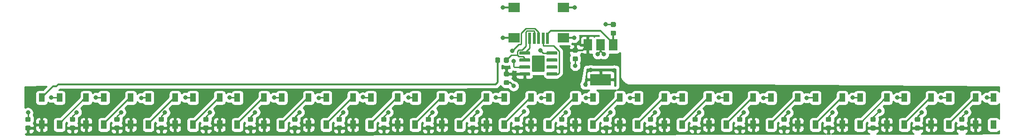
<source format=gbr>
G04 #@! TF.GenerationSoftware,KiCad,Pcbnew,(5.1.2)-2*
G04 #@! TF.CreationDate,2019-12-07T11:30:44-05:00*
G04 #@! TF.ProjectId,LEDsign,4c454473-6967-46e2-9e6b-696361645f70,rev?*
G04 #@! TF.SameCoordinates,Original*
G04 #@! TF.FileFunction,Copper,L1,Top*
G04 #@! TF.FilePolarity,Positive*
%FSLAX46Y46*%
G04 Gerber Fmt 4.6, Leading zero omitted, Abs format (unit mm)*
G04 Created by KiCad (PCBNEW (5.1.2)-2) date 2019-12-07 11:30:44*
%MOMM*%
%LPD*%
G04 APERTURE LIST*
%ADD10C,0.100000*%
%ADD11C,0.600000*%
%ADD12C,2.290000*%
%ADD13R,1.000000X1.500000*%
%ADD14C,0.875000*%
%ADD15R,1.500000X2.000000*%
%ADD16R,3.800000X2.000000*%
%ADD17R,2.000000X1.700000*%
%ADD18R,0.500000X2.000000*%
%ADD19C,0.800000*%
%ADD20C,0.250000*%
%ADD21C,0.350000*%
%ADD22C,0.254000*%
G04 APERTURE END LIST*
D10*
G36*
X155590703Y-69614222D02*
G01*
X155605264Y-69616382D01*
X155619543Y-69619959D01*
X155633403Y-69624918D01*
X155646710Y-69631212D01*
X155659336Y-69638780D01*
X155671159Y-69647548D01*
X155682066Y-69657434D01*
X155691952Y-69668341D01*
X155700720Y-69680164D01*
X155708288Y-69692790D01*
X155714582Y-69706097D01*
X155719541Y-69719957D01*
X155723118Y-69734236D01*
X155725278Y-69748797D01*
X155726000Y-69763500D01*
X155726000Y-70063500D01*
X155725278Y-70078203D01*
X155723118Y-70092764D01*
X155719541Y-70107043D01*
X155714582Y-70120903D01*
X155708288Y-70134210D01*
X155700720Y-70146836D01*
X155691952Y-70158659D01*
X155682066Y-70169566D01*
X155671159Y-70179452D01*
X155659336Y-70188220D01*
X155646710Y-70195788D01*
X155633403Y-70202082D01*
X155619543Y-70207041D01*
X155605264Y-70210618D01*
X155590703Y-70212778D01*
X155576000Y-70213500D01*
X153926000Y-70213500D01*
X153911297Y-70212778D01*
X153896736Y-70210618D01*
X153882457Y-70207041D01*
X153868597Y-70202082D01*
X153855290Y-70195788D01*
X153842664Y-70188220D01*
X153830841Y-70179452D01*
X153819934Y-70169566D01*
X153810048Y-70158659D01*
X153801280Y-70146836D01*
X153793712Y-70134210D01*
X153787418Y-70120903D01*
X153782459Y-70107043D01*
X153778882Y-70092764D01*
X153776722Y-70078203D01*
X153776000Y-70063500D01*
X153776000Y-69763500D01*
X153776722Y-69748797D01*
X153778882Y-69734236D01*
X153782459Y-69719957D01*
X153787418Y-69706097D01*
X153793712Y-69692790D01*
X153801280Y-69680164D01*
X153810048Y-69668341D01*
X153819934Y-69657434D01*
X153830841Y-69647548D01*
X153842664Y-69638780D01*
X153855290Y-69631212D01*
X153868597Y-69624918D01*
X153882457Y-69619959D01*
X153896736Y-69616382D01*
X153911297Y-69614222D01*
X153926000Y-69613500D01*
X155576000Y-69613500D01*
X155590703Y-69614222D01*
X155590703Y-69614222D01*
G37*
D11*
X154751000Y-69913500D03*
D10*
G36*
X155590703Y-68344222D02*
G01*
X155605264Y-68346382D01*
X155619543Y-68349959D01*
X155633403Y-68354918D01*
X155646710Y-68361212D01*
X155659336Y-68368780D01*
X155671159Y-68377548D01*
X155682066Y-68387434D01*
X155691952Y-68398341D01*
X155700720Y-68410164D01*
X155708288Y-68422790D01*
X155714582Y-68436097D01*
X155719541Y-68449957D01*
X155723118Y-68464236D01*
X155725278Y-68478797D01*
X155726000Y-68493500D01*
X155726000Y-68793500D01*
X155725278Y-68808203D01*
X155723118Y-68822764D01*
X155719541Y-68837043D01*
X155714582Y-68850903D01*
X155708288Y-68864210D01*
X155700720Y-68876836D01*
X155691952Y-68888659D01*
X155682066Y-68899566D01*
X155671159Y-68909452D01*
X155659336Y-68918220D01*
X155646710Y-68925788D01*
X155633403Y-68932082D01*
X155619543Y-68937041D01*
X155605264Y-68940618D01*
X155590703Y-68942778D01*
X155576000Y-68943500D01*
X153926000Y-68943500D01*
X153911297Y-68942778D01*
X153896736Y-68940618D01*
X153882457Y-68937041D01*
X153868597Y-68932082D01*
X153855290Y-68925788D01*
X153842664Y-68918220D01*
X153830841Y-68909452D01*
X153819934Y-68899566D01*
X153810048Y-68888659D01*
X153801280Y-68876836D01*
X153793712Y-68864210D01*
X153787418Y-68850903D01*
X153782459Y-68837043D01*
X153778882Y-68822764D01*
X153776722Y-68808203D01*
X153776000Y-68793500D01*
X153776000Y-68493500D01*
X153776722Y-68478797D01*
X153778882Y-68464236D01*
X153782459Y-68449957D01*
X153787418Y-68436097D01*
X153793712Y-68422790D01*
X153801280Y-68410164D01*
X153810048Y-68398341D01*
X153819934Y-68387434D01*
X153830841Y-68377548D01*
X153842664Y-68368780D01*
X153855290Y-68361212D01*
X153868597Y-68354918D01*
X153882457Y-68349959D01*
X153896736Y-68346382D01*
X153911297Y-68344222D01*
X153926000Y-68343500D01*
X155576000Y-68343500D01*
X155590703Y-68344222D01*
X155590703Y-68344222D01*
G37*
D11*
X154751000Y-68643500D03*
D10*
G36*
X155590703Y-67074222D02*
G01*
X155605264Y-67076382D01*
X155619543Y-67079959D01*
X155633403Y-67084918D01*
X155646710Y-67091212D01*
X155659336Y-67098780D01*
X155671159Y-67107548D01*
X155682066Y-67117434D01*
X155691952Y-67128341D01*
X155700720Y-67140164D01*
X155708288Y-67152790D01*
X155714582Y-67166097D01*
X155719541Y-67179957D01*
X155723118Y-67194236D01*
X155725278Y-67208797D01*
X155726000Y-67223500D01*
X155726000Y-67523500D01*
X155725278Y-67538203D01*
X155723118Y-67552764D01*
X155719541Y-67567043D01*
X155714582Y-67580903D01*
X155708288Y-67594210D01*
X155700720Y-67606836D01*
X155691952Y-67618659D01*
X155682066Y-67629566D01*
X155671159Y-67639452D01*
X155659336Y-67648220D01*
X155646710Y-67655788D01*
X155633403Y-67662082D01*
X155619543Y-67667041D01*
X155605264Y-67670618D01*
X155590703Y-67672778D01*
X155576000Y-67673500D01*
X153926000Y-67673500D01*
X153911297Y-67672778D01*
X153896736Y-67670618D01*
X153882457Y-67667041D01*
X153868597Y-67662082D01*
X153855290Y-67655788D01*
X153842664Y-67648220D01*
X153830841Y-67639452D01*
X153819934Y-67629566D01*
X153810048Y-67618659D01*
X153801280Y-67606836D01*
X153793712Y-67594210D01*
X153787418Y-67580903D01*
X153782459Y-67567043D01*
X153778882Y-67552764D01*
X153776722Y-67538203D01*
X153776000Y-67523500D01*
X153776000Y-67223500D01*
X153776722Y-67208797D01*
X153778882Y-67194236D01*
X153782459Y-67179957D01*
X153787418Y-67166097D01*
X153793712Y-67152790D01*
X153801280Y-67140164D01*
X153810048Y-67128341D01*
X153819934Y-67117434D01*
X153830841Y-67107548D01*
X153842664Y-67098780D01*
X153855290Y-67091212D01*
X153868597Y-67084918D01*
X153882457Y-67079959D01*
X153896736Y-67076382D01*
X153911297Y-67074222D01*
X153926000Y-67073500D01*
X155576000Y-67073500D01*
X155590703Y-67074222D01*
X155590703Y-67074222D01*
G37*
D11*
X154751000Y-67373500D03*
D10*
G36*
X155590703Y-65804222D02*
G01*
X155605264Y-65806382D01*
X155619543Y-65809959D01*
X155633403Y-65814918D01*
X155646710Y-65821212D01*
X155659336Y-65828780D01*
X155671159Y-65837548D01*
X155682066Y-65847434D01*
X155691952Y-65858341D01*
X155700720Y-65870164D01*
X155708288Y-65882790D01*
X155714582Y-65896097D01*
X155719541Y-65909957D01*
X155723118Y-65924236D01*
X155725278Y-65938797D01*
X155726000Y-65953500D01*
X155726000Y-66253500D01*
X155725278Y-66268203D01*
X155723118Y-66282764D01*
X155719541Y-66297043D01*
X155714582Y-66310903D01*
X155708288Y-66324210D01*
X155700720Y-66336836D01*
X155691952Y-66348659D01*
X155682066Y-66359566D01*
X155671159Y-66369452D01*
X155659336Y-66378220D01*
X155646710Y-66385788D01*
X155633403Y-66392082D01*
X155619543Y-66397041D01*
X155605264Y-66400618D01*
X155590703Y-66402778D01*
X155576000Y-66403500D01*
X153926000Y-66403500D01*
X153911297Y-66402778D01*
X153896736Y-66400618D01*
X153882457Y-66397041D01*
X153868597Y-66392082D01*
X153855290Y-66385788D01*
X153842664Y-66378220D01*
X153830841Y-66369452D01*
X153819934Y-66359566D01*
X153810048Y-66348659D01*
X153801280Y-66336836D01*
X153793712Y-66324210D01*
X153787418Y-66310903D01*
X153782459Y-66297043D01*
X153778882Y-66282764D01*
X153776722Y-66268203D01*
X153776000Y-66253500D01*
X153776000Y-65953500D01*
X153776722Y-65938797D01*
X153778882Y-65924236D01*
X153782459Y-65909957D01*
X153787418Y-65896097D01*
X153793712Y-65882790D01*
X153801280Y-65870164D01*
X153810048Y-65858341D01*
X153819934Y-65847434D01*
X153830841Y-65837548D01*
X153842664Y-65828780D01*
X153855290Y-65821212D01*
X153868597Y-65814918D01*
X153882457Y-65809959D01*
X153896736Y-65806382D01*
X153911297Y-65804222D01*
X153926000Y-65803500D01*
X155576000Y-65803500D01*
X155590703Y-65804222D01*
X155590703Y-65804222D01*
G37*
D11*
X154751000Y-66103500D03*
D10*
G36*
X160540703Y-65804222D02*
G01*
X160555264Y-65806382D01*
X160569543Y-65809959D01*
X160583403Y-65814918D01*
X160596710Y-65821212D01*
X160609336Y-65828780D01*
X160621159Y-65837548D01*
X160632066Y-65847434D01*
X160641952Y-65858341D01*
X160650720Y-65870164D01*
X160658288Y-65882790D01*
X160664582Y-65896097D01*
X160669541Y-65909957D01*
X160673118Y-65924236D01*
X160675278Y-65938797D01*
X160676000Y-65953500D01*
X160676000Y-66253500D01*
X160675278Y-66268203D01*
X160673118Y-66282764D01*
X160669541Y-66297043D01*
X160664582Y-66310903D01*
X160658288Y-66324210D01*
X160650720Y-66336836D01*
X160641952Y-66348659D01*
X160632066Y-66359566D01*
X160621159Y-66369452D01*
X160609336Y-66378220D01*
X160596710Y-66385788D01*
X160583403Y-66392082D01*
X160569543Y-66397041D01*
X160555264Y-66400618D01*
X160540703Y-66402778D01*
X160526000Y-66403500D01*
X158876000Y-66403500D01*
X158861297Y-66402778D01*
X158846736Y-66400618D01*
X158832457Y-66397041D01*
X158818597Y-66392082D01*
X158805290Y-66385788D01*
X158792664Y-66378220D01*
X158780841Y-66369452D01*
X158769934Y-66359566D01*
X158760048Y-66348659D01*
X158751280Y-66336836D01*
X158743712Y-66324210D01*
X158737418Y-66310903D01*
X158732459Y-66297043D01*
X158728882Y-66282764D01*
X158726722Y-66268203D01*
X158726000Y-66253500D01*
X158726000Y-65953500D01*
X158726722Y-65938797D01*
X158728882Y-65924236D01*
X158732459Y-65909957D01*
X158737418Y-65896097D01*
X158743712Y-65882790D01*
X158751280Y-65870164D01*
X158760048Y-65858341D01*
X158769934Y-65847434D01*
X158780841Y-65837548D01*
X158792664Y-65828780D01*
X158805290Y-65821212D01*
X158818597Y-65814918D01*
X158832457Y-65809959D01*
X158846736Y-65806382D01*
X158861297Y-65804222D01*
X158876000Y-65803500D01*
X160526000Y-65803500D01*
X160540703Y-65804222D01*
X160540703Y-65804222D01*
G37*
D11*
X159701000Y-66103500D03*
D10*
G36*
X160540703Y-67074222D02*
G01*
X160555264Y-67076382D01*
X160569543Y-67079959D01*
X160583403Y-67084918D01*
X160596710Y-67091212D01*
X160609336Y-67098780D01*
X160621159Y-67107548D01*
X160632066Y-67117434D01*
X160641952Y-67128341D01*
X160650720Y-67140164D01*
X160658288Y-67152790D01*
X160664582Y-67166097D01*
X160669541Y-67179957D01*
X160673118Y-67194236D01*
X160675278Y-67208797D01*
X160676000Y-67223500D01*
X160676000Y-67523500D01*
X160675278Y-67538203D01*
X160673118Y-67552764D01*
X160669541Y-67567043D01*
X160664582Y-67580903D01*
X160658288Y-67594210D01*
X160650720Y-67606836D01*
X160641952Y-67618659D01*
X160632066Y-67629566D01*
X160621159Y-67639452D01*
X160609336Y-67648220D01*
X160596710Y-67655788D01*
X160583403Y-67662082D01*
X160569543Y-67667041D01*
X160555264Y-67670618D01*
X160540703Y-67672778D01*
X160526000Y-67673500D01*
X158876000Y-67673500D01*
X158861297Y-67672778D01*
X158846736Y-67670618D01*
X158832457Y-67667041D01*
X158818597Y-67662082D01*
X158805290Y-67655788D01*
X158792664Y-67648220D01*
X158780841Y-67639452D01*
X158769934Y-67629566D01*
X158760048Y-67618659D01*
X158751280Y-67606836D01*
X158743712Y-67594210D01*
X158737418Y-67580903D01*
X158732459Y-67567043D01*
X158728882Y-67552764D01*
X158726722Y-67538203D01*
X158726000Y-67523500D01*
X158726000Y-67223500D01*
X158726722Y-67208797D01*
X158728882Y-67194236D01*
X158732459Y-67179957D01*
X158737418Y-67166097D01*
X158743712Y-67152790D01*
X158751280Y-67140164D01*
X158760048Y-67128341D01*
X158769934Y-67117434D01*
X158780841Y-67107548D01*
X158792664Y-67098780D01*
X158805290Y-67091212D01*
X158818597Y-67084918D01*
X158832457Y-67079959D01*
X158846736Y-67076382D01*
X158861297Y-67074222D01*
X158876000Y-67073500D01*
X160526000Y-67073500D01*
X160540703Y-67074222D01*
X160540703Y-67074222D01*
G37*
D11*
X159701000Y-67373500D03*
D10*
G36*
X160540703Y-68344222D02*
G01*
X160555264Y-68346382D01*
X160569543Y-68349959D01*
X160583403Y-68354918D01*
X160596710Y-68361212D01*
X160609336Y-68368780D01*
X160621159Y-68377548D01*
X160632066Y-68387434D01*
X160641952Y-68398341D01*
X160650720Y-68410164D01*
X160658288Y-68422790D01*
X160664582Y-68436097D01*
X160669541Y-68449957D01*
X160673118Y-68464236D01*
X160675278Y-68478797D01*
X160676000Y-68493500D01*
X160676000Y-68793500D01*
X160675278Y-68808203D01*
X160673118Y-68822764D01*
X160669541Y-68837043D01*
X160664582Y-68850903D01*
X160658288Y-68864210D01*
X160650720Y-68876836D01*
X160641952Y-68888659D01*
X160632066Y-68899566D01*
X160621159Y-68909452D01*
X160609336Y-68918220D01*
X160596710Y-68925788D01*
X160583403Y-68932082D01*
X160569543Y-68937041D01*
X160555264Y-68940618D01*
X160540703Y-68942778D01*
X160526000Y-68943500D01*
X158876000Y-68943500D01*
X158861297Y-68942778D01*
X158846736Y-68940618D01*
X158832457Y-68937041D01*
X158818597Y-68932082D01*
X158805290Y-68925788D01*
X158792664Y-68918220D01*
X158780841Y-68909452D01*
X158769934Y-68899566D01*
X158760048Y-68888659D01*
X158751280Y-68876836D01*
X158743712Y-68864210D01*
X158737418Y-68850903D01*
X158732459Y-68837043D01*
X158728882Y-68822764D01*
X158726722Y-68808203D01*
X158726000Y-68793500D01*
X158726000Y-68493500D01*
X158726722Y-68478797D01*
X158728882Y-68464236D01*
X158732459Y-68449957D01*
X158737418Y-68436097D01*
X158743712Y-68422790D01*
X158751280Y-68410164D01*
X158760048Y-68398341D01*
X158769934Y-68387434D01*
X158780841Y-68377548D01*
X158792664Y-68368780D01*
X158805290Y-68361212D01*
X158818597Y-68354918D01*
X158832457Y-68349959D01*
X158846736Y-68346382D01*
X158861297Y-68344222D01*
X158876000Y-68343500D01*
X160526000Y-68343500D01*
X160540703Y-68344222D01*
X160540703Y-68344222D01*
G37*
D11*
X159701000Y-68643500D03*
D10*
G36*
X160540703Y-69614222D02*
G01*
X160555264Y-69616382D01*
X160569543Y-69619959D01*
X160583403Y-69624918D01*
X160596710Y-69631212D01*
X160609336Y-69638780D01*
X160621159Y-69647548D01*
X160632066Y-69657434D01*
X160641952Y-69668341D01*
X160650720Y-69680164D01*
X160658288Y-69692790D01*
X160664582Y-69706097D01*
X160669541Y-69719957D01*
X160673118Y-69734236D01*
X160675278Y-69748797D01*
X160676000Y-69763500D01*
X160676000Y-70063500D01*
X160675278Y-70078203D01*
X160673118Y-70092764D01*
X160669541Y-70107043D01*
X160664582Y-70120903D01*
X160658288Y-70134210D01*
X160650720Y-70146836D01*
X160641952Y-70158659D01*
X160632066Y-70169566D01*
X160621159Y-70179452D01*
X160609336Y-70188220D01*
X160596710Y-70195788D01*
X160583403Y-70202082D01*
X160569543Y-70207041D01*
X160555264Y-70210618D01*
X160540703Y-70212778D01*
X160526000Y-70213500D01*
X158876000Y-70213500D01*
X158861297Y-70212778D01*
X158846736Y-70210618D01*
X158832457Y-70207041D01*
X158818597Y-70202082D01*
X158805290Y-70195788D01*
X158792664Y-70188220D01*
X158780841Y-70179452D01*
X158769934Y-70169566D01*
X158760048Y-70158659D01*
X158751280Y-70146836D01*
X158743712Y-70134210D01*
X158737418Y-70120903D01*
X158732459Y-70107043D01*
X158728882Y-70092764D01*
X158726722Y-70078203D01*
X158726000Y-70063500D01*
X158726000Y-69763500D01*
X158726722Y-69748797D01*
X158728882Y-69734236D01*
X158732459Y-69719957D01*
X158737418Y-69706097D01*
X158743712Y-69692790D01*
X158751280Y-69680164D01*
X158760048Y-69668341D01*
X158769934Y-69657434D01*
X158780841Y-69647548D01*
X158792664Y-69638780D01*
X158805290Y-69631212D01*
X158818597Y-69624918D01*
X158832457Y-69619959D01*
X158846736Y-69616382D01*
X158861297Y-69614222D01*
X158876000Y-69613500D01*
X160526000Y-69613500D01*
X160540703Y-69614222D01*
X160540703Y-69614222D01*
G37*
D11*
X159701000Y-69913500D03*
D10*
G36*
X158145505Y-66509704D02*
G01*
X158169773Y-66513304D01*
X158193572Y-66519265D01*
X158216671Y-66527530D01*
X158238850Y-66538020D01*
X158259893Y-66550632D01*
X158279599Y-66565247D01*
X158297777Y-66581723D01*
X158314253Y-66599901D01*
X158328868Y-66619607D01*
X158341480Y-66640650D01*
X158351970Y-66662829D01*
X158360235Y-66685928D01*
X158366196Y-66709727D01*
X158369796Y-66733995D01*
X158371000Y-66758499D01*
X158371000Y-69258501D01*
X158369796Y-69283005D01*
X158366196Y-69307273D01*
X158360235Y-69331072D01*
X158351970Y-69354171D01*
X158341480Y-69376350D01*
X158328868Y-69397393D01*
X158314253Y-69417099D01*
X158297777Y-69435277D01*
X158279599Y-69451753D01*
X158259893Y-69466368D01*
X158238850Y-69478980D01*
X158216671Y-69489470D01*
X158193572Y-69497735D01*
X158169773Y-69503696D01*
X158145505Y-69507296D01*
X158121001Y-69508500D01*
X156330999Y-69508500D01*
X156306495Y-69507296D01*
X156282227Y-69503696D01*
X156258428Y-69497735D01*
X156235329Y-69489470D01*
X156213150Y-69478980D01*
X156192107Y-69466368D01*
X156172401Y-69451753D01*
X156154223Y-69435277D01*
X156137747Y-69417099D01*
X156123132Y-69397393D01*
X156110520Y-69376350D01*
X156100030Y-69354171D01*
X156091765Y-69331072D01*
X156085804Y-69307273D01*
X156082204Y-69283005D01*
X156081000Y-69258501D01*
X156081000Y-66758499D01*
X156082204Y-66733995D01*
X156085804Y-66709727D01*
X156091765Y-66685928D01*
X156100030Y-66662829D01*
X156110520Y-66640650D01*
X156123132Y-66619607D01*
X156137747Y-66599901D01*
X156154223Y-66581723D01*
X156172401Y-66565247D01*
X156192107Y-66550632D01*
X156213150Y-66538020D01*
X156235329Y-66527530D01*
X156258428Y-66519265D01*
X156282227Y-66513304D01*
X156306495Y-66509704D01*
X156330999Y-66508500D01*
X158121001Y-66508500D01*
X158145505Y-66509704D01*
X158145505Y-66509704D01*
G37*
D12*
X157226000Y-68008500D03*
D13*
X78898500Y-74194500D03*
X75698500Y-74194500D03*
X78898500Y-79094500D03*
X75698500Y-79094500D03*
X102962500Y-74194500D03*
X99762500Y-74194500D03*
X102962500Y-79094500D03*
X99762500Y-79094500D03*
X127022500Y-74194500D03*
X123822500Y-74194500D03*
X127022500Y-79094500D03*
X123822500Y-79094500D03*
X207222500Y-74194500D03*
X204022500Y-74194500D03*
X207222500Y-79094500D03*
X204022500Y-79094500D03*
X239302500Y-74194500D03*
X236102500Y-74194500D03*
X239302500Y-79094500D03*
X236102500Y-79094500D03*
X231282500Y-74194500D03*
X228082500Y-74194500D03*
X231282500Y-79094500D03*
X228082500Y-79094500D03*
X223262500Y-74194500D03*
X220062500Y-74194500D03*
X223262500Y-79094500D03*
X220062500Y-79094500D03*
X215242500Y-74194500D03*
X212042500Y-74194500D03*
X215242500Y-79094500D03*
X212042500Y-79094500D03*
X199202500Y-74194500D03*
X196002500Y-74194500D03*
X199202500Y-79094500D03*
X196002500Y-79094500D03*
X191182500Y-74194500D03*
X187982500Y-74194500D03*
X191182500Y-79094500D03*
X187982500Y-79094500D03*
X183162500Y-74194500D03*
X179962500Y-74194500D03*
X183162500Y-79094500D03*
X179962500Y-79094500D03*
X175142500Y-74194500D03*
X171942500Y-74194500D03*
X175142500Y-79094500D03*
X171942500Y-79094500D03*
X167122500Y-74194500D03*
X163922500Y-74194500D03*
X167122500Y-79094500D03*
X163922500Y-79094500D03*
X159102500Y-74194500D03*
X155902500Y-74194500D03*
X159102500Y-79094500D03*
X155902500Y-79094500D03*
X151082500Y-74194500D03*
X147882500Y-74194500D03*
X151082500Y-79094500D03*
X147882500Y-79094500D03*
X143062500Y-74194500D03*
X139862500Y-74194500D03*
X143062500Y-79094500D03*
X139862500Y-79094500D03*
X135042500Y-74194500D03*
X131842500Y-74194500D03*
X135042500Y-79094500D03*
X131842500Y-79094500D03*
X119002500Y-74194500D03*
X115802500Y-74194500D03*
X119002500Y-79094500D03*
X115802500Y-79094500D03*
X110982500Y-74194500D03*
X107782500Y-74194500D03*
X110982500Y-79094500D03*
X107782500Y-79094500D03*
X94942500Y-74194500D03*
X91742500Y-74194500D03*
X94942500Y-79094500D03*
X91742500Y-79094500D03*
X86922500Y-74194500D03*
X83722500Y-74194500D03*
X86922500Y-79094500D03*
X83722500Y-79094500D03*
D10*
G36*
X233912191Y-77681053D02*
G01*
X233933426Y-77684203D01*
X233954250Y-77689419D01*
X233974462Y-77696651D01*
X233993868Y-77705830D01*
X234012281Y-77716866D01*
X234029524Y-77729654D01*
X234045430Y-77744070D01*
X234059846Y-77759976D01*
X234072634Y-77777219D01*
X234083670Y-77795632D01*
X234092849Y-77815038D01*
X234100081Y-77835250D01*
X234105297Y-77856074D01*
X234108447Y-77877309D01*
X234109500Y-77898750D01*
X234109500Y-78336250D01*
X234108447Y-78357691D01*
X234105297Y-78378926D01*
X234100081Y-78399750D01*
X234092849Y-78419962D01*
X234083670Y-78439368D01*
X234072634Y-78457781D01*
X234059846Y-78475024D01*
X234045430Y-78490930D01*
X234029524Y-78505346D01*
X234012281Y-78518134D01*
X233993868Y-78529170D01*
X233974462Y-78538349D01*
X233954250Y-78545581D01*
X233933426Y-78550797D01*
X233912191Y-78553947D01*
X233890750Y-78555000D01*
X233378250Y-78555000D01*
X233356809Y-78553947D01*
X233335574Y-78550797D01*
X233314750Y-78545581D01*
X233294538Y-78538349D01*
X233275132Y-78529170D01*
X233256719Y-78518134D01*
X233239476Y-78505346D01*
X233223570Y-78490930D01*
X233209154Y-78475024D01*
X233196366Y-78457781D01*
X233185330Y-78439368D01*
X233176151Y-78419962D01*
X233168919Y-78399750D01*
X233163703Y-78378926D01*
X233160553Y-78357691D01*
X233159500Y-78336250D01*
X233159500Y-77898750D01*
X233160553Y-77877309D01*
X233163703Y-77856074D01*
X233168919Y-77835250D01*
X233176151Y-77815038D01*
X233185330Y-77795632D01*
X233196366Y-77777219D01*
X233209154Y-77759976D01*
X233223570Y-77744070D01*
X233239476Y-77729654D01*
X233256719Y-77716866D01*
X233275132Y-77705830D01*
X233294538Y-77696651D01*
X233314750Y-77689419D01*
X233335574Y-77684203D01*
X233356809Y-77681053D01*
X233378250Y-77680000D01*
X233890750Y-77680000D01*
X233912191Y-77681053D01*
X233912191Y-77681053D01*
G37*
D14*
X233634500Y-78117500D03*
D10*
G36*
X233912191Y-79256053D02*
G01*
X233933426Y-79259203D01*
X233954250Y-79264419D01*
X233974462Y-79271651D01*
X233993868Y-79280830D01*
X234012281Y-79291866D01*
X234029524Y-79304654D01*
X234045430Y-79319070D01*
X234059846Y-79334976D01*
X234072634Y-79352219D01*
X234083670Y-79370632D01*
X234092849Y-79390038D01*
X234100081Y-79410250D01*
X234105297Y-79431074D01*
X234108447Y-79452309D01*
X234109500Y-79473750D01*
X234109500Y-79911250D01*
X234108447Y-79932691D01*
X234105297Y-79953926D01*
X234100081Y-79974750D01*
X234092849Y-79994962D01*
X234083670Y-80014368D01*
X234072634Y-80032781D01*
X234059846Y-80050024D01*
X234045430Y-80065930D01*
X234029524Y-80080346D01*
X234012281Y-80093134D01*
X233993868Y-80104170D01*
X233974462Y-80113349D01*
X233954250Y-80120581D01*
X233933426Y-80125797D01*
X233912191Y-80128947D01*
X233890750Y-80130000D01*
X233378250Y-80130000D01*
X233356809Y-80128947D01*
X233335574Y-80125797D01*
X233314750Y-80120581D01*
X233294538Y-80113349D01*
X233275132Y-80104170D01*
X233256719Y-80093134D01*
X233239476Y-80080346D01*
X233223570Y-80065930D01*
X233209154Y-80050024D01*
X233196366Y-80032781D01*
X233185330Y-80014368D01*
X233176151Y-79994962D01*
X233168919Y-79974750D01*
X233163703Y-79953926D01*
X233160553Y-79932691D01*
X233159500Y-79911250D01*
X233159500Y-79473750D01*
X233160553Y-79452309D01*
X233163703Y-79431074D01*
X233168919Y-79410250D01*
X233176151Y-79390038D01*
X233185330Y-79370632D01*
X233196366Y-79352219D01*
X233209154Y-79334976D01*
X233223570Y-79319070D01*
X233239476Y-79304654D01*
X233256719Y-79291866D01*
X233275132Y-79280830D01*
X233294538Y-79271651D01*
X233314750Y-79264419D01*
X233335574Y-79259203D01*
X233356809Y-79256053D01*
X233378250Y-79255000D01*
X233890750Y-79255000D01*
X233912191Y-79256053D01*
X233912191Y-79256053D01*
G37*
D14*
X233634500Y-79692500D03*
D10*
G36*
X225892191Y-77681053D02*
G01*
X225913426Y-77684203D01*
X225934250Y-77689419D01*
X225954462Y-77696651D01*
X225973868Y-77705830D01*
X225992281Y-77716866D01*
X226009524Y-77729654D01*
X226025430Y-77744070D01*
X226039846Y-77759976D01*
X226052634Y-77777219D01*
X226063670Y-77795632D01*
X226072849Y-77815038D01*
X226080081Y-77835250D01*
X226085297Y-77856074D01*
X226088447Y-77877309D01*
X226089500Y-77898750D01*
X226089500Y-78336250D01*
X226088447Y-78357691D01*
X226085297Y-78378926D01*
X226080081Y-78399750D01*
X226072849Y-78419962D01*
X226063670Y-78439368D01*
X226052634Y-78457781D01*
X226039846Y-78475024D01*
X226025430Y-78490930D01*
X226009524Y-78505346D01*
X225992281Y-78518134D01*
X225973868Y-78529170D01*
X225954462Y-78538349D01*
X225934250Y-78545581D01*
X225913426Y-78550797D01*
X225892191Y-78553947D01*
X225870750Y-78555000D01*
X225358250Y-78555000D01*
X225336809Y-78553947D01*
X225315574Y-78550797D01*
X225294750Y-78545581D01*
X225274538Y-78538349D01*
X225255132Y-78529170D01*
X225236719Y-78518134D01*
X225219476Y-78505346D01*
X225203570Y-78490930D01*
X225189154Y-78475024D01*
X225176366Y-78457781D01*
X225165330Y-78439368D01*
X225156151Y-78419962D01*
X225148919Y-78399750D01*
X225143703Y-78378926D01*
X225140553Y-78357691D01*
X225139500Y-78336250D01*
X225139500Y-77898750D01*
X225140553Y-77877309D01*
X225143703Y-77856074D01*
X225148919Y-77835250D01*
X225156151Y-77815038D01*
X225165330Y-77795632D01*
X225176366Y-77777219D01*
X225189154Y-77759976D01*
X225203570Y-77744070D01*
X225219476Y-77729654D01*
X225236719Y-77716866D01*
X225255132Y-77705830D01*
X225274538Y-77696651D01*
X225294750Y-77689419D01*
X225315574Y-77684203D01*
X225336809Y-77681053D01*
X225358250Y-77680000D01*
X225870750Y-77680000D01*
X225892191Y-77681053D01*
X225892191Y-77681053D01*
G37*
D14*
X225614500Y-78117500D03*
D10*
G36*
X225892191Y-79256053D02*
G01*
X225913426Y-79259203D01*
X225934250Y-79264419D01*
X225954462Y-79271651D01*
X225973868Y-79280830D01*
X225992281Y-79291866D01*
X226009524Y-79304654D01*
X226025430Y-79319070D01*
X226039846Y-79334976D01*
X226052634Y-79352219D01*
X226063670Y-79370632D01*
X226072849Y-79390038D01*
X226080081Y-79410250D01*
X226085297Y-79431074D01*
X226088447Y-79452309D01*
X226089500Y-79473750D01*
X226089500Y-79911250D01*
X226088447Y-79932691D01*
X226085297Y-79953926D01*
X226080081Y-79974750D01*
X226072849Y-79994962D01*
X226063670Y-80014368D01*
X226052634Y-80032781D01*
X226039846Y-80050024D01*
X226025430Y-80065930D01*
X226009524Y-80080346D01*
X225992281Y-80093134D01*
X225973868Y-80104170D01*
X225954462Y-80113349D01*
X225934250Y-80120581D01*
X225913426Y-80125797D01*
X225892191Y-80128947D01*
X225870750Y-80130000D01*
X225358250Y-80130000D01*
X225336809Y-80128947D01*
X225315574Y-80125797D01*
X225294750Y-80120581D01*
X225274538Y-80113349D01*
X225255132Y-80104170D01*
X225236719Y-80093134D01*
X225219476Y-80080346D01*
X225203570Y-80065930D01*
X225189154Y-80050024D01*
X225176366Y-80032781D01*
X225165330Y-80014368D01*
X225156151Y-79994962D01*
X225148919Y-79974750D01*
X225143703Y-79953926D01*
X225140553Y-79932691D01*
X225139500Y-79911250D01*
X225139500Y-79473750D01*
X225140553Y-79452309D01*
X225143703Y-79431074D01*
X225148919Y-79410250D01*
X225156151Y-79390038D01*
X225165330Y-79370632D01*
X225176366Y-79352219D01*
X225189154Y-79334976D01*
X225203570Y-79319070D01*
X225219476Y-79304654D01*
X225236719Y-79291866D01*
X225255132Y-79280830D01*
X225274538Y-79271651D01*
X225294750Y-79264419D01*
X225315574Y-79259203D01*
X225336809Y-79256053D01*
X225358250Y-79255000D01*
X225870750Y-79255000D01*
X225892191Y-79256053D01*
X225892191Y-79256053D01*
G37*
D14*
X225614500Y-79692500D03*
D10*
G36*
X217872191Y-77681053D02*
G01*
X217893426Y-77684203D01*
X217914250Y-77689419D01*
X217934462Y-77696651D01*
X217953868Y-77705830D01*
X217972281Y-77716866D01*
X217989524Y-77729654D01*
X218005430Y-77744070D01*
X218019846Y-77759976D01*
X218032634Y-77777219D01*
X218043670Y-77795632D01*
X218052849Y-77815038D01*
X218060081Y-77835250D01*
X218065297Y-77856074D01*
X218068447Y-77877309D01*
X218069500Y-77898750D01*
X218069500Y-78336250D01*
X218068447Y-78357691D01*
X218065297Y-78378926D01*
X218060081Y-78399750D01*
X218052849Y-78419962D01*
X218043670Y-78439368D01*
X218032634Y-78457781D01*
X218019846Y-78475024D01*
X218005430Y-78490930D01*
X217989524Y-78505346D01*
X217972281Y-78518134D01*
X217953868Y-78529170D01*
X217934462Y-78538349D01*
X217914250Y-78545581D01*
X217893426Y-78550797D01*
X217872191Y-78553947D01*
X217850750Y-78555000D01*
X217338250Y-78555000D01*
X217316809Y-78553947D01*
X217295574Y-78550797D01*
X217274750Y-78545581D01*
X217254538Y-78538349D01*
X217235132Y-78529170D01*
X217216719Y-78518134D01*
X217199476Y-78505346D01*
X217183570Y-78490930D01*
X217169154Y-78475024D01*
X217156366Y-78457781D01*
X217145330Y-78439368D01*
X217136151Y-78419962D01*
X217128919Y-78399750D01*
X217123703Y-78378926D01*
X217120553Y-78357691D01*
X217119500Y-78336250D01*
X217119500Y-77898750D01*
X217120553Y-77877309D01*
X217123703Y-77856074D01*
X217128919Y-77835250D01*
X217136151Y-77815038D01*
X217145330Y-77795632D01*
X217156366Y-77777219D01*
X217169154Y-77759976D01*
X217183570Y-77744070D01*
X217199476Y-77729654D01*
X217216719Y-77716866D01*
X217235132Y-77705830D01*
X217254538Y-77696651D01*
X217274750Y-77689419D01*
X217295574Y-77684203D01*
X217316809Y-77681053D01*
X217338250Y-77680000D01*
X217850750Y-77680000D01*
X217872191Y-77681053D01*
X217872191Y-77681053D01*
G37*
D14*
X217594500Y-78117500D03*
D10*
G36*
X217872191Y-79256053D02*
G01*
X217893426Y-79259203D01*
X217914250Y-79264419D01*
X217934462Y-79271651D01*
X217953868Y-79280830D01*
X217972281Y-79291866D01*
X217989524Y-79304654D01*
X218005430Y-79319070D01*
X218019846Y-79334976D01*
X218032634Y-79352219D01*
X218043670Y-79370632D01*
X218052849Y-79390038D01*
X218060081Y-79410250D01*
X218065297Y-79431074D01*
X218068447Y-79452309D01*
X218069500Y-79473750D01*
X218069500Y-79911250D01*
X218068447Y-79932691D01*
X218065297Y-79953926D01*
X218060081Y-79974750D01*
X218052849Y-79994962D01*
X218043670Y-80014368D01*
X218032634Y-80032781D01*
X218019846Y-80050024D01*
X218005430Y-80065930D01*
X217989524Y-80080346D01*
X217972281Y-80093134D01*
X217953868Y-80104170D01*
X217934462Y-80113349D01*
X217914250Y-80120581D01*
X217893426Y-80125797D01*
X217872191Y-80128947D01*
X217850750Y-80130000D01*
X217338250Y-80130000D01*
X217316809Y-80128947D01*
X217295574Y-80125797D01*
X217274750Y-80120581D01*
X217254538Y-80113349D01*
X217235132Y-80104170D01*
X217216719Y-80093134D01*
X217199476Y-80080346D01*
X217183570Y-80065930D01*
X217169154Y-80050024D01*
X217156366Y-80032781D01*
X217145330Y-80014368D01*
X217136151Y-79994962D01*
X217128919Y-79974750D01*
X217123703Y-79953926D01*
X217120553Y-79932691D01*
X217119500Y-79911250D01*
X217119500Y-79473750D01*
X217120553Y-79452309D01*
X217123703Y-79431074D01*
X217128919Y-79410250D01*
X217136151Y-79390038D01*
X217145330Y-79370632D01*
X217156366Y-79352219D01*
X217169154Y-79334976D01*
X217183570Y-79319070D01*
X217199476Y-79304654D01*
X217216719Y-79291866D01*
X217235132Y-79280830D01*
X217254538Y-79271651D01*
X217274750Y-79264419D01*
X217295574Y-79259203D01*
X217316809Y-79256053D01*
X217338250Y-79255000D01*
X217850750Y-79255000D01*
X217872191Y-79256053D01*
X217872191Y-79256053D01*
G37*
D14*
X217594500Y-79692500D03*
D10*
G36*
X209852191Y-77681053D02*
G01*
X209873426Y-77684203D01*
X209894250Y-77689419D01*
X209914462Y-77696651D01*
X209933868Y-77705830D01*
X209952281Y-77716866D01*
X209969524Y-77729654D01*
X209985430Y-77744070D01*
X209999846Y-77759976D01*
X210012634Y-77777219D01*
X210023670Y-77795632D01*
X210032849Y-77815038D01*
X210040081Y-77835250D01*
X210045297Y-77856074D01*
X210048447Y-77877309D01*
X210049500Y-77898750D01*
X210049500Y-78336250D01*
X210048447Y-78357691D01*
X210045297Y-78378926D01*
X210040081Y-78399750D01*
X210032849Y-78419962D01*
X210023670Y-78439368D01*
X210012634Y-78457781D01*
X209999846Y-78475024D01*
X209985430Y-78490930D01*
X209969524Y-78505346D01*
X209952281Y-78518134D01*
X209933868Y-78529170D01*
X209914462Y-78538349D01*
X209894250Y-78545581D01*
X209873426Y-78550797D01*
X209852191Y-78553947D01*
X209830750Y-78555000D01*
X209318250Y-78555000D01*
X209296809Y-78553947D01*
X209275574Y-78550797D01*
X209254750Y-78545581D01*
X209234538Y-78538349D01*
X209215132Y-78529170D01*
X209196719Y-78518134D01*
X209179476Y-78505346D01*
X209163570Y-78490930D01*
X209149154Y-78475024D01*
X209136366Y-78457781D01*
X209125330Y-78439368D01*
X209116151Y-78419962D01*
X209108919Y-78399750D01*
X209103703Y-78378926D01*
X209100553Y-78357691D01*
X209099500Y-78336250D01*
X209099500Y-77898750D01*
X209100553Y-77877309D01*
X209103703Y-77856074D01*
X209108919Y-77835250D01*
X209116151Y-77815038D01*
X209125330Y-77795632D01*
X209136366Y-77777219D01*
X209149154Y-77759976D01*
X209163570Y-77744070D01*
X209179476Y-77729654D01*
X209196719Y-77716866D01*
X209215132Y-77705830D01*
X209234538Y-77696651D01*
X209254750Y-77689419D01*
X209275574Y-77684203D01*
X209296809Y-77681053D01*
X209318250Y-77680000D01*
X209830750Y-77680000D01*
X209852191Y-77681053D01*
X209852191Y-77681053D01*
G37*
D14*
X209574500Y-78117500D03*
D10*
G36*
X209852191Y-79256053D02*
G01*
X209873426Y-79259203D01*
X209894250Y-79264419D01*
X209914462Y-79271651D01*
X209933868Y-79280830D01*
X209952281Y-79291866D01*
X209969524Y-79304654D01*
X209985430Y-79319070D01*
X209999846Y-79334976D01*
X210012634Y-79352219D01*
X210023670Y-79370632D01*
X210032849Y-79390038D01*
X210040081Y-79410250D01*
X210045297Y-79431074D01*
X210048447Y-79452309D01*
X210049500Y-79473750D01*
X210049500Y-79911250D01*
X210048447Y-79932691D01*
X210045297Y-79953926D01*
X210040081Y-79974750D01*
X210032849Y-79994962D01*
X210023670Y-80014368D01*
X210012634Y-80032781D01*
X209999846Y-80050024D01*
X209985430Y-80065930D01*
X209969524Y-80080346D01*
X209952281Y-80093134D01*
X209933868Y-80104170D01*
X209914462Y-80113349D01*
X209894250Y-80120581D01*
X209873426Y-80125797D01*
X209852191Y-80128947D01*
X209830750Y-80130000D01*
X209318250Y-80130000D01*
X209296809Y-80128947D01*
X209275574Y-80125797D01*
X209254750Y-80120581D01*
X209234538Y-80113349D01*
X209215132Y-80104170D01*
X209196719Y-80093134D01*
X209179476Y-80080346D01*
X209163570Y-80065930D01*
X209149154Y-80050024D01*
X209136366Y-80032781D01*
X209125330Y-80014368D01*
X209116151Y-79994962D01*
X209108919Y-79974750D01*
X209103703Y-79953926D01*
X209100553Y-79932691D01*
X209099500Y-79911250D01*
X209099500Y-79473750D01*
X209100553Y-79452309D01*
X209103703Y-79431074D01*
X209108919Y-79410250D01*
X209116151Y-79390038D01*
X209125330Y-79370632D01*
X209136366Y-79352219D01*
X209149154Y-79334976D01*
X209163570Y-79319070D01*
X209179476Y-79304654D01*
X209196719Y-79291866D01*
X209215132Y-79280830D01*
X209234538Y-79271651D01*
X209254750Y-79264419D01*
X209275574Y-79259203D01*
X209296809Y-79256053D01*
X209318250Y-79255000D01*
X209830750Y-79255000D01*
X209852191Y-79256053D01*
X209852191Y-79256053D01*
G37*
D14*
X209574500Y-79692500D03*
D10*
G36*
X201832191Y-77681053D02*
G01*
X201853426Y-77684203D01*
X201874250Y-77689419D01*
X201894462Y-77696651D01*
X201913868Y-77705830D01*
X201932281Y-77716866D01*
X201949524Y-77729654D01*
X201965430Y-77744070D01*
X201979846Y-77759976D01*
X201992634Y-77777219D01*
X202003670Y-77795632D01*
X202012849Y-77815038D01*
X202020081Y-77835250D01*
X202025297Y-77856074D01*
X202028447Y-77877309D01*
X202029500Y-77898750D01*
X202029500Y-78336250D01*
X202028447Y-78357691D01*
X202025297Y-78378926D01*
X202020081Y-78399750D01*
X202012849Y-78419962D01*
X202003670Y-78439368D01*
X201992634Y-78457781D01*
X201979846Y-78475024D01*
X201965430Y-78490930D01*
X201949524Y-78505346D01*
X201932281Y-78518134D01*
X201913868Y-78529170D01*
X201894462Y-78538349D01*
X201874250Y-78545581D01*
X201853426Y-78550797D01*
X201832191Y-78553947D01*
X201810750Y-78555000D01*
X201298250Y-78555000D01*
X201276809Y-78553947D01*
X201255574Y-78550797D01*
X201234750Y-78545581D01*
X201214538Y-78538349D01*
X201195132Y-78529170D01*
X201176719Y-78518134D01*
X201159476Y-78505346D01*
X201143570Y-78490930D01*
X201129154Y-78475024D01*
X201116366Y-78457781D01*
X201105330Y-78439368D01*
X201096151Y-78419962D01*
X201088919Y-78399750D01*
X201083703Y-78378926D01*
X201080553Y-78357691D01*
X201079500Y-78336250D01*
X201079500Y-77898750D01*
X201080553Y-77877309D01*
X201083703Y-77856074D01*
X201088919Y-77835250D01*
X201096151Y-77815038D01*
X201105330Y-77795632D01*
X201116366Y-77777219D01*
X201129154Y-77759976D01*
X201143570Y-77744070D01*
X201159476Y-77729654D01*
X201176719Y-77716866D01*
X201195132Y-77705830D01*
X201214538Y-77696651D01*
X201234750Y-77689419D01*
X201255574Y-77684203D01*
X201276809Y-77681053D01*
X201298250Y-77680000D01*
X201810750Y-77680000D01*
X201832191Y-77681053D01*
X201832191Y-77681053D01*
G37*
D14*
X201554500Y-78117500D03*
D10*
G36*
X201832191Y-79256053D02*
G01*
X201853426Y-79259203D01*
X201874250Y-79264419D01*
X201894462Y-79271651D01*
X201913868Y-79280830D01*
X201932281Y-79291866D01*
X201949524Y-79304654D01*
X201965430Y-79319070D01*
X201979846Y-79334976D01*
X201992634Y-79352219D01*
X202003670Y-79370632D01*
X202012849Y-79390038D01*
X202020081Y-79410250D01*
X202025297Y-79431074D01*
X202028447Y-79452309D01*
X202029500Y-79473750D01*
X202029500Y-79911250D01*
X202028447Y-79932691D01*
X202025297Y-79953926D01*
X202020081Y-79974750D01*
X202012849Y-79994962D01*
X202003670Y-80014368D01*
X201992634Y-80032781D01*
X201979846Y-80050024D01*
X201965430Y-80065930D01*
X201949524Y-80080346D01*
X201932281Y-80093134D01*
X201913868Y-80104170D01*
X201894462Y-80113349D01*
X201874250Y-80120581D01*
X201853426Y-80125797D01*
X201832191Y-80128947D01*
X201810750Y-80130000D01*
X201298250Y-80130000D01*
X201276809Y-80128947D01*
X201255574Y-80125797D01*
X201234750Y-80120581D01*
X201214538Y-80113349D01*
X201195132Y-80104170D01*
X201176719Y-80093134D01*
X201159476Y-80080346D01*
X201143570Y-80065930D01*
X201129154Y-80050024D01*
X201116366Y-80032781D01*
X201105330Y-80014368D01*
X201096151Y-79994962D01*
X201088919Y-79974750D01*
X201083703Y-79953926D01*
X201080553Y-79932691D01*
X201079500Y-79911250D01*
X201079500Y-79473750D01*
X201080553Y-79452309D01*
X201083703Y-79431074D01*
X201088919Y-79410250D01*
X201096151Y-79390038D01*
X201105330Y-79370632D01*
X201116366Y-79352219D01*
X201129154Y-79334976D01*
X201143570Y-79319070D01*
X201159476Y-79304654D01*
X201176719Y-79291866D01*
X201195132Y-79280830D01*
X201214538Y-79271651D01*
X201234750Y-79264419D01*
X201255574Y-79259203D01*
X201276809Y-79256053D01*
X201298250Y-79255000D01*
X201810750Y-79255000D01*
X201832191Y-79256053D01*
X201832191Y-79256053D01*
G37*
D14*
X201554500Y-79692500D03*
D10*
G36*
X193812191Y-77681053D02*
G01*
X193833426Y-77684203D01*
X193854250Y-77689419D01*
X193874462Y-77696651D01*
X193893868Y-77705830D01*
X193912281Y-77716866D01*
X193929524Y-77729654D01*
X193945430Y-77744070D01*
X193959846Y-77759976D01*
X193972634Y-77777219D01*
X193983670Y-77795632D01*
X193992849Y-77815038D01*
X194000081Y-77835250D01*
X194005297Y-77856074D01*
X194008447Y-77877309D01*
X194009500Y-77898750D01*
X194009500Y-78336250D01*
X194008447Y-78357691D01*
X194005297Y-78378926D01*
X194000081Y-78399750D01*
X193992849Y-78419962D01*
X193983670Y-78439368D01*
X193972634Y-78457781D01*
X193959846Y-78475024D01*
X193945430Y-78490930D01*
X193929524Y-78505346D01*
X193912281Y-78518134D01*
X193893868Y-78529170D01*
X193874462Y-78538349D01*
X193854250Y-78545581D01*
X193833426Y-78550797D01*
X193812191Y-78553947D01*
X193790750Y-78555000D01*
X193278250Y-78555000D01*
X193256809Y-78553947D01*
X193235574Y-78550797D01*
X193214750Y-78545581D01*
X193194538Y-78538349D01*
X193175132Y-78529170D01*
X193156719Y-78518134D01*
X193139476Y-78505346D01*
X193123570Y-78490930D01*
X193109154Y-78475024D01*
X193096366Y-78457781D01*
X193085330Y-78439368D01*
X193076151Y-78419962D01*
X193068919Y-78399750D01*
X193063703Y-78378926D01*
X193060553Y-78357691D01*
X193059500Y-78336250D01*
X193059500Y-77898750D01*
X193060553Y-77877309D01*
X193063703Y-77856074D01*
X193068919Y-77835250D01*
X193076151Y-77815038D01*
X193085330Y-77795632D01*
X193096366Y-77777219D01*
X193109154Y-77759976D01*
X193123570Y-77744070D01*
X193139476Y-77729654D01*
X193156719Y-77716866D01*
X193175132Y-77705830D01*
X193194538Y-77696651D01*
X193214750Y-77689419D01*
X193235574Y-77684203D01*
X193256809Y-77681053D01*
X193278250Y-77680000D01*
X193790750Y-77680000D01*
X193812191Y-77681053D01*
X193812191Y-77681053D01*
G37*
D14*
X193534500Y-78117500D03*
D10*
G36*
X193812191Y-79256053D02*
G01*
X193833426Y-79259203D01*
X193854250Y-79264419D01*
X193874462Y-79271651D01*
X193893868Y-79280830D01*
X193912281Y-79291866D01*
X193929524Y-79304654D01*
X193945430Y-79319070D01*
X193959846Y-79334976D01*
X193972634Y-79352219D01*
X193983670Y-79370632D01*
X193992849Y-79390038D01*
X194000081Y-79410250D01*
X194005297Y-79431074D01*
X194008447Y-79452309D01*
X194009500Y-79473750D01*
X194009500Y-79911250D01*
X194008447Y-79932691D01*
X194005297Y-79953926D01*
X194000081Y-79974750D01*
X193992849Y-79994962D01*
X193983670Y-80014368D01*
X193972634Y-80032781D01*
X193959846Y-80050024D01*
X193945430Y-80065930D01*
X193929524Y-80080346D01*
X193912281Y-80093134D01*
X193893868Y-80104170D01*
X193874462Y-80113349D01*
X193854250Y-80120581D01*
X193833426Y-80125797D01*
X193812191Y-80128947D01*
X193790750Y-80130000D01*
X193278250Y-80130000D01*
X193256809Y-80128947D01*
X193235574Y-80125797D01*
X193214750Y-80120581D01*
X193194538Y-80113349D01*
X193175132Y-80104170D01*
X193156719Y-80093134D01*
X193139476Y-80080346D01*
X193123570Y-80065930D01*
X193109154Y-80050024D01*
X193096366Y-80032781D01*
X193085330Y-80014368D01*
X193076151Y-79994962D01*
X193068919Y-79974750D01*
X193063703Y-79953926D01*
X193060553Y-79932691D01*
X193059500Y-79911250D01*
X193059500Y-79473750D01*
X193060553Y-79452309D01*
X193063703Y-79431074D01*
X193068919Y-79410250D01*
X193076151Y-79390038D01*
X193085330Y-79370632D01*
X193096366Y-79352219D01*
X193109154Y-79334976D01*
X193123570Y-79319070D01*
X193139476Y-79304654D01*
X193156719Y-79291866D01*
X193175132Y-79280830D01*
X193194538Y-79271651D01*
X193214750Y-79264419D01*
X193235574Y-79259203D01*
X193256809Y-79256053D01*
X193278250Y-79255000D01*
X193790750Y-79255000D01*
X193812191Y-79256053D01*
X193812191Y-79256053D01*
G37*
D14*
X193534500Y-79692500D03*
D10*
G36*
X185792191Y-77681053D02*
G01*
X185813426Y-77684203D01*
X185834250Y-77689419D01*
X185854462Y-77696651D01*
X185873868Y-77705830D01*
X185892281Y-77716866D01*
X185909524Y-77729654D01*
X185925430Y-77744070D01*
X185939846Y-77759976D01*
X185952634Y-77777219D01*
X185963670Y-77795632D01*
X185972849Y-77815038D01*
X185980081Y-77835250D01*
X185985297Y-77856074D01*
X185988447Y-77877309D01*
X185989500Y-77898750D01*
X185989500Y-78336250D01*
X185988447Y-78357691D01*
X185985297Y-78378926D01*
X185980081Y-78399750D01*
X185972849Y-78419962D01*
X185963670Y-78439368D01*
X185952634Y-78457781D01*
X185939846Y-78475024D01*
X185925430Y-78490930D01*
X185909524Y-78505346D01*
X185892281Y-78518134D01*
X185873868Y-78529170D01*
X185854462Y-78538349D01*
X185834250Y-78545581D01*
X185813426Y-78550797D01*
X185792191Y-78553947D01*
X185770750Y-78555000D01*
X185258250Y-78555000D01*
X185236809Y-78553947D01*
X185215574Y-78550797D01*
X185194750Y-78545581D01*
X185174538Y-78538349D01*
X185155132Y-78529170D01*
X185136719Y-78518134D01*
X185119476Y-78505346D01*
X185103570Y-78490930D01*
X185089154Y-78475024D01*
X185076366Y-78457781D01*
X185065330Y-78439368D01*
X185056151Y-78419962D01*
X185048919Y-78399750D01*
X185043703Y-78378926D01*
X185040553Y-78357691D01*
X185039500Y-78336250D01*
X185039500Y-77898750D01*
X185040553Y-77877309D01*
X185043703Y-77856074D01*
X185048919Y-77835250D01*
X185056151Y-77815038D01*
X185065330Y-77795632D01*
X185076366Y-77777219D01*
X185089154Y-77759976D01*
X185103570Y-77744070D01*
X185119476Y-77729654D01*
X185136719Y-77716866D01*
X185155132Y-77705830D01*
X185174538Y-77696651D01*
X185194750Y-77689419D01*
X185215574Y-77684203D01*
X185236809Y-77681053D01*
X185258250Y-77680000D01*
X185770750Y-77680000D01*
X185792191Y-77681053D01*
X185792191Y-77681053D01*
G37*
D14*
X185514500Y-78117500D03*
D10*
G36*
X185792191Y-79256053D02*
G01*
X185813426Y-79259203D01*
X185834250Y-79264419D01*
X185854462Y-79271651D01*
X185873868Y-79280830D01*
X185892281Y-79291866D01*
X185909524Y-79304654D01*
X185925430Y-79319070D01*
X185939846Y-79334976D01*
X185952634Y-79352219D01*
X185963670Y-79370632D01*
X185972849Y-79390038D01*
X185980081Y-79410250D01*
X185985297Y-79431074D01*
X185988447Y-79452309D01*
X185989500Y-79473750D01*
X185989500Y-79911250D01*
X185988447Y-79932691D01*
X185985297Y-79953926D01*
X185980081Y-79974750D01*
X185972849Y-79994962D01*
X185963670Y-80014368D01*
X185952634Y-80032781D01*
X185939846Y-80050024D01*
X185925430Y-80065930D01*
X185909524Y-80080346D01*
X185892281Y-80093134D01*
X185873868Y-80104170D01*
X185854462Y-80113349D01*
X185834250Y-80120581D01*
X185813426Y-80125797D01*
X185792191Y-80128947D01*
X185770750Y-80130000D01*
X185258250Y-80130000D01*
X185236809Y-80128947D01*
X185215574Y-80125797D01*
X185194750Y-80120581D01*
X185174538Y-80113349D01*
X185155132Y-80104170D01*
X185136719Y-80093134D01*
X185119476Y-80080346D01*
X185103570Y-80065930D01*
X185089154Y-80050024D01*
X185076366Y-80032781D01*
X185065330Y-80014368D01*
X185056151Y-79994962D01*
X185048919Y-79974750D01*
X185043703Y-79953926D01*
X185040553Y-79932691D01*
X185039500Y-79911250D01*
X185039500Y-79473750D01*
X185040553Y-79452309D01*
X185043703Y-79431074D01*
X185048919Y-79410250D01*
X185056151Y-79390038D01*
X185065330Y-79370632D01*
X185076366Y-79352219D01*
X185089154Y-79334976D01*
X185103570Y-79319070D01*
X185119476Y-79304654D01*
X185136719Y-79291866D01*
X185155132Y-79280830D01*
X185174538Y-79271651D01*
X185194750Y-79264419D01*
X185215574Y-79259203D01*
X185236809Y-79256053D01*
X185258250Y-79255000D01*
X185770750Y-79255000D01*
X185792191Y-79256053D01*
X185792191Y-79256053D01*
G37*
D14*
X185514500Y-79692500D03*
D10*
G36*
X177772191Y-77681053D02*
G01*
X177793426Y-77684203D01*
X177814250Y-77689419D01*
X177834462Y-77696651D01*
X177853868Y-77705830D01*
X177872281Y-77716866D01*
X177889524Y-77729654D01*
X177905430Y-77744070D01*
X177919846Y-77759976D01*
X177932634Y-77777219D01*
X177943670Y-77795632D01*
X177952849Y-77815038D01*
X177960081Y-77835250D01*
X177965297Y-77856074D01*
X177968447Y-77877309D01*
X177969500Y-77898750D01*
X177969500Y-78336250D01*
X177968447Y-78357691D01*
X177965297Y-78378926D01*
X177960081Y-78399750D01*
X177952849Y-78419962D01*
X177943670Y-78439368D01*
X177932634Y-78457781D01*
X177919846Y-78475024D01*
X177905430Y-78490930D01*
X177889524Y-78505346D01*
X177872281Y-78518134D01*
X177853868Y-78529170D01*
X177834462Y-78538349D01*
X177814250Y-78545581D01*
X177793426Y-78550797D01*
X177772191Y-78553947D01*
X177750750Y-78555000D01*
X177238250Y-78555000D01*
X177216809Y-78553947D01*
X177195574Y-78550797D01*
X177174750Y-78545581D01*
X177154538Y-78538349D01*
X177135132Y-78529170D01*
X177116719Y-78518134D01*
X177099476Y-78505346D01*
X177083570Y-78490930D01*
X177069154Y-78475024D01*
X177056366Y-78457781D01*
X177045330Y-78439368D01*
X177036151Y-78419962D01*
X177028919Y-78399750D01*
X177023703Y-78378926D01*
X177020553Y-78357691D01*
X177019500Y-78336250D01*
X177019500Y-77898750D01*
X177020553Y-77877309D01*
X177023703Y-77856074D01*
X177028919Y-77835250D01*
X177036151Y-77815038D01*
X177045330Y-77795632D01*
X177056366Y-77777219D01*
X177069154Y-77759976D01*
X177083570Y-77744070D01*
X177099476Y-77729654D01*
X177116719Y-77716866D01*
X177135132Y-77705830D01*
X177154538Y-77696651D01*
X177174750Y-77689419D01*
X177195574Y-77684203D01*
X177216809Y-77681053D01*
X177238250Y-77680000D01*
X177750750Y-77680000D01*
X177772191Y-77681053D01*
X177772191Y-77681053D01*
G37*
D14*
X177494500Y-78117500D03*
D10*
G36*
X177772191Y-79256053D02*
G01*
X177793426Y-79259203D01*
X177814250Y-79264419D01*
X177834462Y-79271651D01*
X177853868Y-79280830D01*
X177872281Y-79291866D01*
X177889524Y-79304654D01*
X177905430Y-79319070D01*
X177919846Y-79334976D01*
X177932634Y-79352219D01*
X177943670Y-79370632D01*
X177952849Y-79390038D01*
X177960081Y-79410250D01*
X177965297Y-79431074D01*
X177968447Y-79452309D01*
X177969500Y-79473750D01*
X177969500Y-79911250D01*
X177968447Y-79932691D01*
X177965297Y-79953926D01*
X177960081Y-79974750D01*
X177952849Y-79994962D01*
X177943670Y-80014368D01*
X177932634Y-80032781D01*
X177919846Y-80050024D01*
X177905430Y-80065930D01*
X177889524Y-80080346D01*
X177872281Y-80093134D01*
X177853868Y-80104170D01*
X177834462Y-80113349D01*
X177814250Y-80120581D01*
X177793426Y-80125797D01*
X177772191Y-80128947D01*
X177750750Y-80130000D01*
X177238250Y-80130000D01*
X177216809Y-80128947D01*
X177195574Y-80125797D01*
X177174750Y-80120581D01*
X177154538Y-80113349D01*
X177135132Y-80104170D01*
X177116719Y-80093134D01*
X177099476Y-80080346D01*
X177083570Y-80065930D01*
X177069154Y-80050024D01*
X177056366Y-80032781D01*
X177045330Y-80014368D01*
X177036151Y-79994962D01*
X177028919Y-79974750D01*
X177023703Y-79953926D01*
X177020553Y-79932691D01*
X177019500Y-79911250D01*
X177019500Y-79473750D01*
X177020553Y-79452309D01*
X177023703Y-79431074D01*
X177028919Y-79410250D01*
X177036151Y-79390038D01*
X177045330Y-79370632D01*
X177056366Y-79352219D01*
X177069154Y-79334976D01*
X177083570Y-79319070D01*
X177099476Y-79304654D01*
X177116719Y-79291866D01*
X177135132Y-79280830D01*
X177154538Y-79271651D01*
X177174750Y-79264419D01*
X177195574Y-79259203D01*
X177216809Y-79256053D01*
X177238250Y-79255000D01*
X177750750Y-79255000D01*
X177772191Y-79256053D01*
X177772191Y-79256053D01*
G37*
D14*
X177494500Y-79692500D03*
D10*
G36*
X169752191Y-77681053D02*
G01*
X169773426Y-77684203D01*
X169794250Y-77689419D01*
X169814462Y-77696651D01*
X169833868Y-77705830D01*
X169852281Y-77716866D01*
X169869524Y-77729654D01*
X169885430Y-77744070D01*
X169899846Y-77759976D01*
X169912634Y-77777219D01*
X169923670Y-77795632D01*
X169932849Y-77815038D01*
X169940081Y-77835250D01*
X169945297Y-77856074D01*
X169948447Y-77877309D01*
X169949500Y-77898750D01*
X169949500Y-78336250D01*
X169948447Y-78357691D01*
X169945297Y-78378926D01*
X169940081Y-78399750D01*
X169932849Y-78419962D01*
X169923670Y-78439368D01*
X169912634Y-78457781D01*
X169899846Y-78475024D01*
X169885430Y-78490930D01*
X169869524Y-78505346D01*
X169852281Y-78518134D01*
X169833868Y-78529170D01*
X169814462Y-78538349D01*
X169794250Y-78545581D01*
X169773426Y-78550797D01*
X169752191Y-78553947D01*
X169730750Y-78555000D01*
X169218250Y-78555000D01*
X169196809Y-78553947D01*
X169175574Y-78550797D01*
X169154750Y-78545581D01*
X169134538Y-78538349D01*
X169115132Y-78529170D01*
X169096719Y-78518134D01*
X169079476Y-78505346D01*
X169063570Y-78490930D01*
X169049154Y-78475024D01*
X169036366Y-78457781D01*
X169025330Y-78439368D01*
X169016151Y-78419962D01*
X169008919Y-78399750D01*
X169003703Y-78378926D01*
X169000553Y-78357691D01*
X168999500Y-78336250D01*
X168999500Y-77898750D01*
X169000553Y-77877309D01*
X169003703Y-77856074D01*
X169008919Y-77835250D01*
X169016151Y-77815038D01*
X169025330Y-77795632D01*
X169036366Y-77777219D01*
X169049154Y-77759976D01*
X169063570Y-77744070D01*
X169079476Y-77729654D01*
X169096719Y-77716866D01*
X169115132Y-77705830D01*
X169134538Y-77696651D01*
X169154750Y-77689419D01*
X169175574Y-77684203D01*
X169196809Y-77681053D01*
X169218250Y-77680000D01*
X169730750Y-77680000D01*
X169752191Y-77681053D01*
X169752191Y-77681053D01*
G37*
D14*
X169474500Y-78117500D03*
D10*
G36*
X169752191Y-79256053D02*
G01*
X169773426Y-79259203D01*
X169794250Y-79264419D01*
X169814462Y-79271651D01*
X169833868Y-79280830D01*
X169852281Y-79291866D01*
X169869524Y-79304654D01*
X169885430Y-79319070D01*
X169899846Y-79334976D01*
X169912634Y-79352219D01*
X169923670Y-79370632D01*
X169932849Y-79390038D01*
X169940081Y-79410250D01*
X169945297Y-79431074D01*
X169948447Y-79452309D01*
X169949500Y-79473750D01*
X169949500Y-79911250D01*
X169948447Y-79932691D01*
X169945297Y-79953926D01*
X169940081Y-79974750D01*
X169932849Y-79994962D01*
X169923670Y-80014368D01*
X169912634Y-80032781D01*
X169899846Y-80050024D01*
X169885430Y-80065930D01*
X169869524Y-80080346D01*
X169852281Y-80093134D01*
X169833868Y-80104170D01*
X169814462Y-80113349D01*
X169794250Y-80120581D01*
X169773426Y-80125797D01*
X169752191Y-80128947D01*
X169730750Y-80130000D01*
X169218250Y-80130000D01*
X169196809Y-80128947D01*
X169175574Y-80125797D01*
X169154750Y-80120581D01*
X169134538Y-80113349D01*
X169115132Y-80104170D01*
X169096719Y-80093134D01*
X169079476Y-80080346D01*
X169063570Y-80065930D01*
X169049154Y-80050024D01*
X169036366Y-80032781D01*
X169025330Y-80014368D01*
X169016151Y-79994962D01*
X169008919Y-79974750D01*
X169003703Y-79953926D01*
X169000553Y-79932691D01*
X168999500Y-79911250D01*
X168999500Y-79473750D01*
X169000553Y-79452309D01*
X169003703Y-79431074D01*
X169008919Y-79410250D01*
X169016151Y-79390038D01*
X169025330Y-79370632D01*
X169036366Y-79352219D01*
X169049154Y-79334976D01*
X169063570Y-79319070D01*
X169079476Y-79304654D01*
X169096719Y-79291866D01*
X169115132Y-79280830D01*
X169134538Y-79271651D01*
X169154750Y-79264419D01*
X169175574Y-79259203D01*
X169196809Y-79256053D01*
X169218250Y-79255000D01*
X169730750Y-79255000D01*
X169752191Y-79256053D01*
X169752191Y-79256053D01*
G37*
D14*
X169474500Y-79692500D03*
D10*
G36*
X161732191Y-77681053D02*
G01*
X161753426Y-77684203D01*
X161774250Y-77689419D01*
X161794462Y-77696651D01*
X161813868Y-77705830D01*
X161832281Y-77716866D01*
X161849524Y-77729654D01*
X161865430Y-77744070D01*
X161879846Y-77759976D01*
X161892634Y-77777219D01*
X161903670Y-77795632D01*
X161912849Y-77815038D01*
X161920081Y-77835250D01*
X161925297Y-77856074D01*
X161928447Y-77877309D01*
X161929500Y-77898750D01*
X161929500Y-78336250D01*
X161928447Y-78357691D01*
X161925297Y-78378926D01*
X161920081Y-78399750D01*
X161912849Y-78419962D01*
X161903670Y-78439368D01*
X161892634Y-78457781D01*
X161879846Y-78475024D01*
X161865430Y-78490930D01*
X161849524Y-78505346D01*
X161832281Y-78518134D01*
X161813868Y-78529170D01*
X161794462Y-78538349D01*
X161774250Y-78545581D01*
X161753426Y-78550797D01*
X161732191Y-78553947D01*
X161710750Y-78555000D01*
X161198250Y-78555000D01*
X161176809Y-78553947D01*
X161155574Y-78550797D01*
X161134750Y-78545581D01*
X161114538Y-78538349D01*
X161095132Y-78529170D01*
X161076719Y-78518134D01*
X161059476Y-78505346D01*
X161043570Y-78490930D01*
X161029154Y-78475024D01*
X161016366Y-78457781D01*
X161005330Y-78439368D01*
X160996151Y-78419962D01*
X160988919Y-78399750D01*
X160983703Y-78378926D01*
X160980553Y-78357691D01*
X160979500Y-78336250D01*
X160979500Y-77898750D01*
X160980553Y-77877309D01*
X160983703Y-77856074D01*
X160988919Y-77835250D01*
X160996151Y-77815038D01*
X161005330Y-77795632D01*
X161016366Y-77777219D01*
X161029154Y-77759976D01*
X161043570Y-77744070D01*
X161059476Y-77729654D01*
X161076719Y-77716866D01*
X161095132Y-77705830D01*
X161114538Y-77696651D01*
X161134750Y-77689419D01*
X161155574Y-77684203D01*
X161176809Y-77681053D01*
X161198250Y-77680000D01*
X161710750Y-77680000D01*
X161732191Y-77681053D01*
X161732191Y-77681053D01*
G37*
D14*
X161454500Y-78117500D03*
D10*
G36*
X161732191Y-79256053D02*
G01*
X161753426Y-79259203D01*
X161774250Y-79264419D01*
X161794462Y-79271651D01*
X161813868Y-79280830D01*
X161832281Y-79291866D01*
X161849524Y-79304654D01*
X161865430Y-79319070D01*
X161879846Y-79334976D01*
X161892634Y-79352219D01*
X161903670Y-79370632D01*
X161912849Y-79390038D01*
X161920081Y-79410250D01*
X161925297Y-79431074D01*
X161928447Y-79452309D01*
X161929500Y-79473750D01*
X161929500Y-79911250D01*
X161928447Y-79932691D01*
X161925297Y-79953926D01*
X161920081Y-79974750D01*
X161912849Y-79994962D01*
X161903670Y-80014368D01*
X161892634Y-80032781D01*
X161879846Y-80050024D01*
X161865430Y-80065930D01*
X161849524Y-80080346D01*
X161832281Y-80093134D01*
X161813868Y-80104170D01*
X161794462Y-80113349D01*
X161774250Y-80120581D01*
X161753426Y-80125797D01*
X161732191Y-80128947D01*
X161710750Y-80130000D01*
X161198250Y-80130000D01*
X161176809Y-80128947D01*
X161155574Y-80125797D01*
X161134750Y-80120581D01*
X161114538Y-80113349D01*
X161095132Y-80104170D01*
X161076719Y-80093134D01*
X161059476Y-80080346D01*
X161043570Y-80065930D01*
X161029154Y-80050024D01*
X161016366Y-80032781D01*
X161005330Y-80014368D01*
X160996151Y-79994962D01*
X160988919Y-79974750D01*
X160983703Y-79953926D01*
X160980553Y-79932691D01*
X160979500Y-79911250D01*
X160979500Y-79473750D01*
X160980553Y-79452309D01*
X160983703Y-79431074D01*
X160988919Y-79410250D01*
X160996151Y-79390038D01*
X161005330Y-79370632D01*
X161016366Y-79352219D01*
X161029154Y-79334976D01*
X161043570Y-79319070D01*
X161059476Y-79304654D01*
X161076719Y-79291866D01*
X161095132Y-79280830D01*
X161114538Y-79271651D01*
X161134750Y-79264419D01*
X161155574Y-79259203D01*
X161176809Y-79256053D01*
X161198250Y-79255000D01*
X161710750Y-79255000D01*
X161732191Y-79256053D01*
X161732191Y-79256053D01*
G37*
D14*
X161454500Y-79692500D03*
D10*
G36*
X153712191Y-77681053D02*
G01*
X153733426Y-77684203D01*
X153754250Y-77689419D01*
X153774462Y-77696651D01*
X153793868Y-77705830D01*
X153812281Y-77716866D01*
X153829524Y-77729654D01*
X153845430Y-77744070D01*
X153859846Y-77759976D01*
X153872634Y-77777219D01*
X153883670Y-77795632D01*
X153892849Y-77815038D01*
X153900081Y-77835250D01*
X153905297Y-77856074D01*
X153908447Y-77877309D01*
X153909500Y-77898750D01*
X153909500Y-78336250D01*
X153908447Y-78357691D01*
X153905297Y-78378926D01*
X153900081Y-78399750D01*
X153892849Y-78419962D01*
X153883670Y-78439368D01*
X153872634Y-78457781D01*
X153859846Y-78475024D01*
X153845430Y-78490930D01*
X153829524Y-78505346D01*
X153812281Y-78518134D01*
X153793868Y-78529170D01*
X153774462Y-78538349D01*
X153754250Y-78545581D01*
X153733426Y-78550797D01*
X153712191Y-78553947D01*
X153690750Y-78555000D01*
X153178250Y-78555000D01*
X153156809Y-78553947D01*
X153135574Y-78550797D01*
X153114750Y-78545581D01*
X153094538Y-78538349D01*
X153075132Y-78529170D01*
X153056719Y-78518134D01*
X153039476Y-78505346D01*
X153023570Y-78490930D01*
X153009154Y-78475024D01*
X152996366Y-78457781D01*
X152985330Y-78439368D01*
X152976151Y-78419962D01*
X152968919Y-78399750D01*
X152963703Y-78378926D01*
X152960553Y-78357691D01*
X152959500Y-78336250D01*
X152959500Y-77898750D01*
X152960553Y-77877309D01*
X152963703Y-77856074D01*
X152968919Y-77835250D01*
X152976151Y-77815038D01*
X152985330Y-77795632D01*
X152996366Y-77777219D01*
X153009154Y-77759976D01*
X153023570Y-77744070D01*
X153039476Y-77729654D01*
X153056719Y-77716866D01*
X153075132Y-77705830D01*
X153094538Y-77696651D01*
X153114750Y-77689419D01*
X153135574Y-77684203D01*
X153156809Y-77681053D01*
X153178250Y-77680000D01*
X153690750Y-77680000D01*
X153712191Y-77681053D01*
X153712191Y-77681053D01*
G37*
D14*
X153434500Y-78117500D03*
D10*
G36*
X153712191Y-79256053D02*
G01*
X153733426Y-79259203D01*
X153754250Y-79264419D01*
X153774462Y-79271651D01*
X153793868Y-79280830D01*
X153812281Y-79291866D01*
X153829524Y-79304654D01*
X153845430Y-79319070D01*
X153859846Y-79334976D01*
X153872634Y-79352219D01*
X153883670Y-79370632D01*
X153892849Y-79390038D01*
X153900081Y-79410250D01*
X153905297Y-79431074D01*
X153908447Y-79452309D01*
X153909500Y-79473750D01*
X153909500Y-79911250D01*
X153908447Y-79932691D01*
X153905297Y-79953926D01*
X153900081Y-79974750D01*
X153892849Y-79994962D01*
X153883670Y-80014368D01*
X153872634Y-80032781D01*
X153859846Y-80050024D01*
X153845430Y-80065930D01*
X153829524Y-80080346D01*
X153812281Y-80093134D01*
X153793868Y-80104170D01*
X153774462Y-80113349D01*
X153754250Y-80120581D01*
X153733426Y-80125797D01*
X153712191Y-80128947D01*
X153690750Y-80130000D01*
X153178250Y-80130000D01*
X153156809Y-80128947D01*
X153135574Y-80125797D01*
X153114750Y-80120581D01*
X153094538Y-80113349D01*
X153075132Y-80104170D01*
X153056719Y-80093134D01*
X153039476Y-80080346D01*
X153023570Y-80065930D01*
X153009154Y-80050024D01*
X152996366Y-80032781D01*
X152985330Y-80014368D01*
X152976151Y-79994962D01*
X152968919Y-79974750D01*
X152963703Y-79953926D01*
X152960553Y-79932691D01*
X152959500Y-79911250D01*
X152959500Y-79473750D01*
X152960553Y-79452309D01*
X152963703Y-79431074D01*
X152968919Y-79410250D01*
X152976151Y-79390038D01*
X152985330Y-79370632D01*
X152996366Y-79352219D01*
X153009154Y-79334976D01*
X153023570Y-79319070D01*
X153039476Y-79304654D01*
X153056719Y-79291866D01*
X153075132Y-79280830D01*
X153094538Y-79271651D01*
X153114750Y-79264419D01*
X153135574Y-79259203D01*
X153156809Y-79256053D01*
X153178250Y-79255000D01*
X153690750Y-79255000D01*
X153712191Y-79256053D01*
X153712191Y-79256053D01*
G37*
D14*
X153434500Y-79692500D03*
D10*
G36*
X145692191Y-77681053D02*
G01*
X145713426Y-77684203D01*
X145734250Y-77689419D01*
X145754462Y-77696651D01*
X145773868Y-77705830D01*
X145792281Y-77716866D01*
X145809524Y-77729654D01*
X145825430Y-77744070D01*
X145839846Y-77759976D01*
X145852634Y-77777219D01*
X145863670Y-77795632D01*
X145872849Y-77815038D01*
X145880081Y-77835250D01*
X145885297Y-77856074D01*
X145888447Y-77877309D01*
X145889500Y-77898750D01*
X145889500Y-78336250D01*
X145888447Y-78357691D01*
X145885297Y-78378926D01*
X145880081Y-78399750D01*
X145872849Y-78419962D01*
X145863670Y-78439368D01*
X145852634Y-78457781D01*
X145839846Y-78475024D01*
X145825430Y-78490930D01*
X145809524Y-78505346D01*
X145792281Y-78518134D01*
X145773868Y-78529170D01*
X145754462Y-78538349D01*
X145734250Y-78545581D01*
X145713426Y-78550797D01*
X145692191Y-78553947D01*
X145670750Y-78555000D01*
X145158250Y-78555000D01*
X145136809Y-78553947D01*
X145115574Y-78550797D01*
X145094750Y-78545581D01*
X145074538Y-78538349D01*
X145055132Y-78529170D01*
X145036719Y-78518134D01*
X145019476Y-78505346D01*
X145003570Y-78490930D01*
X144989154Y-78475024D01*
X144976366Y-78457781D01*
X144965330Y-78439368D01*
X144956151Y-78419962D01*
X144948919Y-78399750D01*
X144943703Y-78378926D01*
X144940553Y-78357691D01*
X144939500Y-78336250D01*
X144939500Y-77898750D01*
X144940553Y-77877309D01*
X144943703Y-77856074D01*
X144948919Y-77835250D01*
X144956151Y-77815038D01*
X144965330Y-77795632D01*
X144976366Y-77777219D01*
X144989154Y-77759976D01*
X145003570Y-77744070D01*
X145019476Y-77729654D01*
X145036719Y-77716866D01*
X145055132Y-77705830D01*
X145074538Y-77696651D01*
X145094750Y-77689419D01*
X145115574Y-77684203D01*
X145136809Y-77681053D01*
X145158250Y-77680000D01*
X145670750Y-77680000D01*
X145692191Y-77681053D01*
X145692191Y-77681053D01*
G37*
D14*
X145414500Y-78117500D03*
D10*
G36*
X145692191Y-79256053D02*
G01*
X145713426Y-79259203D01*
X145734250Y-79264419D01*
X145754462Y-79271651D01*
X145773868Y-79280830D01*
X145792281Y-79291866D01*
X145809524Y-79304654D01*
X145825430Y-79319070D01*
X145839846Y-79334976D01*
X145852634Y-79352219D01*
X145863670Y-79370632D01*
X145872849Y-79390038D01*
X145880081Y-79410250D01*
X145885297Y-79431074D01*
X145888447Y-79452309D01*
X145889500Y-79473750D01*
X145889500Y-79911250D01*
X145888447Y-79932691D01*
X145885297Y-79953926D01*
X145880081Y-79974750D01*
X145872849Y-79994962D01*
X145863670Y-80014368D01*
X145852634Y-80032781D01*
X145839846Y-80050024D01*
X145825430Y-80065930D01*
X145809524Y-80080346D01*
X145792281Y-80093134D01*
X145773868Y-80104170D01*
X145754462Y-80113349D01*
X145734250Y-80120581D01*
X145713426Y-80125797D01*
X145692191Y-80128947D01*
X145670750Y-80130000D01*
X145158250Y-80130000D01*
X145136809Y-80128947D01*
X145115574Y-80125797D01*
X145094750Y-80120581D01*
X145074538Y-80113349D01*
X145055132Y-80104170D01*
X145036719Y-80093134D01*
X145019476Y-80080346D01*
X145003570Y-80065930D01*
X144989154Y-80050024D01*
X144976366Y-80032781D01*
X144965330Y-80014368D01*
X144956151Y-79994962D01*
X144948919Y-79974750D01*
X144943703Y-79953926D01*
X144940553Y-79932691D01*
X144939500Y-79911250D01*
X144939500Y-79473750D01*
X144940553Y-79452309D01*
X144943703Y-79431074D01*
X144948919Y-79410250D01*
X144956151Y-79390038D01*
X144965330Y-79370632D01*
X144976366Y-79352219D01*
X144989154Y-79334976D01*
X145003570Y-79319070D01*
X145019476Y-79304654D01*
X145036719Y-79291866D01*
X145055132Y-79280830D01*
X145074538Y-79271651D01*
X145094750Y-79264419D01*
X145115574Y-79259203D01*
X145136809Y-79256053D01*
X145158250Y-79255000D01*
X145670750Y-79255000D01*
X145692191Y-79256053D01*
X145692191Y-79256053D01*
G37*
D14*
X145414500Y-79692500D03*
D10*
G36*
X137672191Y-77681053D02*
G01*
X137693426Y-77684203D01*
X137714250Y-77689419D01*
X137734462Y-77696651D01*
X137753868Y-77705830D01*
X137772281Y-77716866D01*
X137789524Y-77729654D01*
X137805430Y-77744070D01*
X137819846Y-77759976D01*
X137832634Y-77777219D01*
X137843670Y-77795632D01*
X137852849Y-77815038D01*
X137860081Y-77835250D01*
X137865297Y-77856074D01*
X137868447Y-77877309D01*
X137869500Y-77898750D01*
X137869500Y-78336250D01*
X137868447Y-78357691D01*
X137865297Y-78378926D01*
X137860081Y-78399750D01*
X137852849Y-78419962D01*
X137843670Y-78439368D01*
X137832634Y-78457781D01*
X137819846Y-78475024D01*
X137805430Y-78490930D01*
X137789524Y-78505346D01*
X137772281Y-78518134D01*
X137753868Y-78529170D01*
X137734462Y-78538349D01*
X137714250Y-78545581D01*
X137693426Y-78550797D01*
X137672191Y-78553947D01*
X137650750Y-78555000D01*
X137138250Y-78555000D01*
X137116809Y-78553947D01*
X137095574Y-78550797D01*
X137074750Y-78545581D01*
X137054538Y-78538349D01*
X137035132Y-78529170D01*
X137016719Y-78518134D01*
X136999476Y-78505346D01*
X136983570Y-78490930D01*
X136969154Y-78475024D01*
X136956366Y-78457781D01*
X136945330Y-78439368D01*
X136936151Y-78419962D01*
X136928919Y-78399750D01*
X136923703Y-78378926D01*
X136920553Y-78357691D01*
X136919500Y-78336250D01*
X136919500Y-77898750D01*
X136920553Y-77877309D01*
X136923703Y-77856074D01*
X136928919Y-77835250D01*
X136936151Y-77815038D01*
X136945330Y-77795632D01*
X136956366Y-77777219D01*
X136969154Y-77759976D01*
X136983570Y-77744070D01*
X136999476Y-77729654D01*
X137016719Y-77716866D01*
X137035132Y-77705830D01*
X137054538Y-77696651D01*
X137074750Y-77689419D01*
X137095574Y-77684203D01*
X137116809Y-77681053D01*
X137138250Y-77680000D01*
X137650750Y-77680000D01*
X137672191Y-77681053D01*
X137672191Y-77681053D01*
G37*
D14*
X137394500Y-78117500D03*
D10*
G36*
X137672191Y-79256053D02*
G01*
X137693426Y-79259203D01*
X137714250Y-79264419D01*
X137734462Y-79271651D01*
X137753868Y-79280830D01*
X137772281Y-79291866D01*
X137789524Y-79304654D01*
X137805430Y-79319070D01*
X137819846Y-79334976D01*
X137832634Y-79352219D01*
X137843670Y-79370632D01*
X137852849Y-79390038D01*
X137860081Y-79410250D01*
X137865297Y-79431074D01*
X137868447Y-79452309D01*
X137869500Y-79473750D01*
X137869500Y-79911250D01*
X137868447Y-79932691D01*
X137865297Y-79953926D01*
X137860081Y-79974750D01*
X137852849Y-79994962D01*
X137843670Y-80014368D01*
X137832634Y-80032781D01*
X137819846Y-80050024D01*
X137805430Y-80065930D01*
X137789524Y-80080346D01*
X137772281Y-80093134D01*
X137753868Y-80104170D01*
X137734462Y-80113349D01*
X137714250Y-80120581D01*
X137693426Y-80125797D01*
X137672191Y-80128947D01*
X137650750Y-80130000D01*
X137138250Y-80130000D01*
X137116809Y-80128947D01*
X137095574Y-80125797D01*
X137074750Y-80120581D01*
X137054538Y-80113349D01*
X137035132Y-80104170D01*
X137016719Y-80093134D01*
X136999476Y-80080346D01*
X136983570Y-80065930D01*
X136969154Y-80050024D01*
X136956366Y-80032781D01*
X136945330Y-80014368D01*
X136936151Y-79994962D01*
X136928919Y-79974750D01*
X136923703Y-79953926D01*
X136920553Y-79932691D01*
X136919500Y-79911250D01*
X136919500Y-79473750D01*
X136920553Y-79452309D01*
X136923703Y-79431074D01*
X136928919Y-79410250D01*
X136936151Y-79390038D01*
X136945330Y-79370632D01*
X136956366Y-79352219D01*
X136969154Y-79334976D01*
X136983570Y-79319070D01*
X136999476Y-79304654D01*
X137016719Y-79291866D01*
X137035132Y-79280830D01*
X137054538Y-79271651D01*
X137074750Y-79264419D01*
X137095574Y-79259203D01*
X137116809Y-79256053D01*
X137138250Y-79255000D01*
X137650750Y-79255000D01*
X137672191Y-79256053D01*
X137672191Y-79256053D01*
G37*
D14*
X137394500Y-79692500D03*
D10*
G36*
X129652191Y-77681053D02*
G01*
X129673426Y-77684203D01*
X129694250Y-77689419D01*
X129714462Y-77696651D01*
X129733868Y-77705830D01*
X129752281Y-77716866D01*
X129769524Y-77729654D01*
X129785430Y-77744070D01*
X129799846Y-77759976D01*
X129812634Y-77777219D01*
X129823670Y-77795632D01*
X129832849Y-77815038D01*
X129840081Y-77835250D01*
X129845297Y-77856074D01*
X129848447Y-77877309D01*
X129849500Y-77898750D01*
X129849500Y-78336250D01*
X129848447Y-78357691D01*
X129845297Y-78378926D01*
X129840081Y-78399750D01*
X129832849Y-78419962D01*
X129823670Y-78439368D01*
X129812634Y-78457781D01*
X129799846Y-78475024D01*
X129785430Y-78490930D01*
X129769524Y-78505346D01*
X129752281Y-78518134D01*
X129733868Y-78529170D01*
X129714462Y-78538349D01*
X129694250Y-78545581D01*
X129673426Y-78550797D01*
X129652191Y-78553947D01*
X129630750Y-78555000D01*
X129118250Y-78555000D01*
X129096809Y-78553947D01*
X129075574Y-78550797D01*
X129054750Y-78545581D01*
X129034538Y-78538349D01*
X129015132Y-78529170D01*
X128996719Y-78518134D01*
X128979476Y-78505346D01*
X128963570Y-78490930D01*
X128949154Y-78475024D01*
X128936366Y-78457781D01*
X128925330Y-78439368D01*
X128916151Y-78419962D01*
X128908919Y-78399750D01*
X128903703Y-78378926D01*
X128900553Y-78357691D01*
X128899500Y-78336250D01*
X128899500Y-77898750D01*
X128900553Y-77877309D01*
X128903703Y-77856074D01*
X128908919Y-77835250D01*
X128916151Y-77815038D01*
X128925330Y-77795632D01*
X128936366Y-77777219D01*
X128949154Y-77759976D01*
X128963570Y-77744070D01*
X128979476Y-77729654D01*
X128996719Y-77716866D01*
X129015132Y-77705830D01*
X129034538Y-77696651D01*
X129054750Y-77689419D01*
X129075574Y-77684203D01*
X129096809Y-77681053D01*
X129118250Y-77680000D01*
X129630750Y-77680000D01*
X129652191Y-77681053D01*
X129652191Y-77681053D01*
G37*
D14*
X129374500Y-78117500D03*
D10*
G36*
X129652191Y-79256053D02*
G01*
X129673426Y-79259203D01*
X129694250Y-79264419D01*
X129714462Y-79271651D01*
X129733868Y-79280830D01*
X129752281Y-79291866D01*
X129769524Y-79304654D01*
X129785430Y-79319070D01*
X129799846Y-79334976D01*
X129812634Y-79352219D01*
X129823670Y-79370632D01*
X129832849Y-79390038D01*
X129840081Y-79410250D01*
X129845297Y-79431074D01*
X129848447Y-79452309D01*
X129849500Y-79473750D01*
X129849500Y-79911250D01*
X129848447Y-79932691D01*
X129845297Y-79953926D01*
X129840081Y-79974750D01*
X129832849Y-79994962D01*
X129823670Y-80014368D01*
X129812634Y-80032781D01*
X129799846Y-80050024D01*
X129785430Y-80065930D01*
X129769524Y-80080346D01*
X129752281Y-80093134D01*
X129733868Y-80104170D01*
X129714462Y-80113349D01*
X129694250Y-80120581D01*
X129673426Y-80125797D01*
X129652191Y-80128947D01*
X129630750Y-80130000D01*
X129118250Y-80130000D01*
X129096809Y-80128947D01*
X129075574Y-80125797D01*
X129054750Y-80120581D01*
X129034538Y-80113349D01*
X129015132Y-80104170D01*
X128996719Y-80093134D01*
X128979476Y-80080346D01*
X128963570Y-80065930D01*
X128949154Y-80050024D01*
X128936366Y-80032781D01*
X128925330Y-80014368D01*
X128916151Y-79994962D01*
X128908919Y-79974750D01*
X128903703Y-79953926D01*
X128900553Y-79932691D01*
X128899500Y-79911250D01*
X128899500Y-79473750D01*
X128900553Y-79452309D01*
X128903703Y-79431074D01*
X128908919Y-79410250D01*
X128916151Y-79390038D01*
X128925330Y-79370632D01*
X128936366Y-79352219D01*
X128949154Y-79334976D01*
X128963570Y-79319070D01*
X128979476Y-79304654D01*
X128996719Y-79291866D01*
X129015132Y-79280830D01*
X129034538Y-79271651D01*
X129054750Y-79264419D01*
X129075574Y-79259203D01*
X129096809Y-79256053D01*
X129118250Y-79255000D01*
X129630750Y-79255000D01*
X129652191Y-79256053D01*
X129652191Y-79256053D01*
G37*
D14*
X129374500Y-79692500D03*
D10*
G36*
X121632191Y-77681053D02*
G01*
X121653426Y-77684203D01*
X121674250Y-77689419D01*
X121694462Y-77696651D01*
X121713868Y-77705830D01*
X121732281Y-77716866D01*
X121749524Y-77729654D01*
X121765430Y-77744070D01*
X121779846Y-77759976D01*
X121792634Y-77777219D01*
X121803670Y-77795632D01*
X121812849Y-77815038D01*
X121820081Y-77835250D01*
X121825297Y-77856074D01*
X121828447Y-77877309D01*
X121829500Y-77898750D01*
X121829500Y-78336250D01*
X121828447Y-78357691D01*
X121825297Y-78378926D01*
X121820081Y-78399750D01*
X121812849Y-78419962D01*
X121803670Y-78439368D01*
X121792634Y-78457781D01*
X121779846Y-78475024D01*
X121765430Y-78490930D01*
X121749524Y-78505346D01*
X121732281Y-78518134D01*
X121713868Y-78529170D01*
X121694462Y-78538349D01*
X121674250Y-78545581D01*
X121653426Y-78550797D01*
X121632191Y-78553947D01*
X121610750Y-78555000D01*
X121098250Y-78555000D01*
X121076809Y-78553947D01*
X121055574Y-78550797D01*
X121034750Y-78545581D01*
X121014538Y-78538349D01*
X120995132Y-78529170D01*
X120976719Y-78518134D01*
X120959476Y-78505346D01*
X120943570Y-78490930D01*
X120929154Y-78475024D01*
X120916366Y-78457781D01*
X120905330Y-78439368D01*
X120896151Y-78419962D01*
X120888919Y-78399750D01*
X120883703Y-78378926D01*
X120880553Y-78357691D01*
X120879500Y-78336250D01*
X120879500Y-77898750D01*
X120880553Y-77877309D01*
X120883703Y-77856074D01*
X120888919Y-77835250D01*
X120896151Y-77815038D01*
X120905330Y-77795632D01*
X120916366Y-77777219D01*
X120929154Y-77759976D01*
X120943570Y-77744070D01*
X120959476Y-77729654D01*
X120976719Y-77716866D01*
X120995132Y-77705830D01*
X121014538Y-77696651D01*
X121034750Y-77689419D01*
X121055574Y-77684203D01*
X121076809Y-77681053D01*
X121098250Y-77680000D01*
X121610750Y-77680000D01*
X121632191Y-77681053D01*
X121632191Y-77681053D01*
G37*
D14*
X121354500Y-78117500D03*
D10*
G36*
X121632191Y-79256053D02*
G01*
X121653426Y-79259203D01*
X121674250Y-79264419D01*
X121694462Y-79271651D01*
X121713868Y-79280830D01*
X121732281Y-79291866D01*
X121749524Y-79304654D01*
X121765430Y-79319070D01*
X121779846Y-79334976D01*
X121792634Y-79352219D01*
X121803670Y-79370632D01*
X121812849Y-79390038D01*
X121820081Y-79410250D01*
X121825297Y-79431074D01*
X121828447Y-79452309D01*
X121829500Y-79473750D01*
X121829500Y-79911250D01*
X121828447Y-79932691D01*
X121825297Y-79953926D01*
X121820081Y-79974750D01*
X121812849Y-79994962D01*
X121803670Y-80014368D01*
X121792634Y-80032781D01*
X121779846Y-80050024D01*
X121765430Y-80065930D01*
X121749524Y-80080346D01*
X121732281Y-80093134D01*
X121713868Y-80104170D01*
X121694462Y-80113349D01*
X121674250Y-80120581D01*
X121653426Y-80125797D01*
X121632191Y-80128947D01*
X121610750Y-80130000D01*
X121098250Y-80130000D01*
X121076809Y-80128947D01*
X121055574Y-80125797D01*
X121034750Y-80120581D01*
X121014538Y-80113349D01*
X120995132Y-80104170D01*
X120976719Y-80093134D01*
X120959476Y-80080346D01*
X120943570Y-80065930D01*
X120929154Y-80050024D01*
X120916366Y-80032781D01*
X120905330Y-80014368D01*
X120896151Y-79994962D01*
X120888919Y-79974750D01*
X120883703Y-79953926D01*
X120880553Y-79932691D01*
X120879500Y-79911250D01*
X120879500Y-79473750D01*
X120880553Y-79452309D01*
X120883703Y-79431074D01*
X120888919Y-79410250D01*
X120896151Y-79390038D01*
X120905330Y-79370632D01*
X120916366Y-79352219D01*
X120929154Y-79334976D01*
X120943570Y-79319070D01*
X120959476Y-79304654D01*
X120976719Y-79291866D01*
X120995132Y-79280830D01*
X121014538Y-79271651D01*
X121034750Y-79264419D01*
X121055574Y-79259203D01*
X121076809Y-79256053D01*
X121098250Y-79255000D01*
X121610750Y-79255000D01*
X121632191Y-79256053D01*
X121632191Y-79256053D01*
G37*
D14*
X121354500Y-79692500D03*
D10*
G36*
X113612191Y-77681053D02*
G01*
X113633426Y-77684203D01*
X113654250Y-77689419D01*
X113674462Y-77696651D01*
X113693868Y-77705830D01*
X113712281Y-77716866D01*
X113729524Y-77729654D01*
X113745430Y-77744070D01*
X113759846Y-77759976D01*
X113772634Y-77777219D01*
X113783670Y-77795632D01*
X113792849Y-77815038D01*
X113800081Y-77835250D01*
X113805297Y-77856074D01*
X113808447Y-77877309D01*
X113809500Y-77898750D01*
X113809500Y-78336250D01*
X113808447Y-78357691D01*
X113805297Y-78378926D01*
X113800081Y-78399750D01*
X113792849Y-78419962D01*
X113783670Y-78439368D01*
X113772634Y-78457781D01*
X113759846Y-78475024D01*
X113745430Y-78490930D01*
X113729524Y-78505346D01*
X113712281Y-78518134D01*
X113693868Y-78529170D01*
X113674462Y-78538349D01*
X113654250Y-78545581D01*
X113633426Y-78550797D01*
X113612191Y-78553947D01*
X113590750Y-78555000D01*
X113078250Y-78555000D01*
X113056809Y-78553947D01*
X113035574Y-78550797D01*
X113014750Y-78545581D01*
X112994538Y-78538349D01*
X112975132Y-78529170D01*
X112956719Y-78518134D01*
X112939476Y-78505346D01*
X112923570Y-78490930D01*
X112909154Y-78475024D01*
X112896366Y-78457781D01*
X112885330Y-78439368D01*
X112876151Y-78419962D01*
X112868919Y-78399750D01*
X112863703Y-78378926D01*
X112860553Y-78357691D01*
X112859500Y-78336250D01*
X112859500Y-77898750D01*
X112860553Y-77877309D01*
X112863703Y-77856074D01*
X112868919Y-77835250D01*
X112876151Y-77815038D01*
X112885330Y-77795632D01*
X112896366Y-77777219D01*
X112909154Y-77759976D01*
X112923570Y-77744070D01*
X112939476Y-77729654D01*
X112956719Y-77716866D01*
X112975132Y-77705830D01*
X112994538Y-77696651D01*
X113014750Y-77689419D01*
X113035574Y-77684203D01*
X113056809Y-77681053D01*
X113078250Y-77680000D01*
X113590750Y-77680000D01*
X113612191Y-77681053D01*
X113612191Y-77681053D01*
G37*
D14*
X113334500Y-78117500D03*
D10*
G36*
X113612191Y-79256053D02*
G01*
X113633426Y-79259203D01*
X113654250Y-79264419D01*
X113674462Y-79271651D01*
X113693868Y-79280830D01*
X113712281Y-79291866D01*
X113729524Y-79304654D01*
X113745430Y-79319070D01*
X113759846Y-79334976D01*
X113772634Y-79352219D01*
X113783670Y-79370632D01*
X113792849Y-79390038D01*
X113800081Y-79410250D01*
X113805297Y-79431074D01*
X113808447Y-79452309D01*
X113809500Y-79473750D01*
X113809500Y-79911250D01*
X113808447Y-79932691D01*
X113805297Y-79953926D01*
X113800081Y-79974750D01*
X113792849Y-79994962D01*
X113783670Y-80014368D01*
X113772634Y-80032781D01*
X113759846Y-80050024D01*
X113745430Y-80065930D01*
X113729524Y-80080346D01*
X113712281Y-80093134D01*
X113693868Y-80104170D01*
X113674462Y-80113349D01*
X113654250Y-80120581D01*
X113633426Y-80125797D01*
X113612191Y-80128947D01*
X113590750Y-80130000D01*
X113078250Y-80130000D01*
X113056809Y-80128947D01*
X113035574Y-80125797D01*
X113014750Y-80120581D01*
X112994538Y-80113349D01*
X112975132Y-80104170D01*
X112956719Y-80093134D01*
X112939476Y-80080346D01*
X112923570Y-80065930D01*
X112909154Y-80050024D01*
X112896366Y-80032781D01*
X112885330Y-80014368D01*
X112876151Y-79994962D01*
X112868919Y-79974750D01*
X112863703Y-79953926D01*
X112860553Y-79932691D01*
X112859500Y-79911250D01*
X112859500Y-79473750D01*
X112860553Y-79452309D01*
X112863703Y-79431074D01*
X112868919Y-79410250D01*
X112876151Y-79390038D01*
X112885330Y-79370632D01*
X112896366Y-79352219D01*
X112909154Y-79334976D01*
X112923570Y-79319070D01*
X112939476Y-79304654D01*
X112956719Y-79291866D01*
X112975132Y-79280830D01*
X112994538Y-79271651D01*
X113014750Y-79264419D01*
X113035574Y-79259203D01*
X113056809Y-79256053D01*
X113078250Y-79255000D01*
X113590750Y-79255000D01*
X113612191Y-79256053D01*
X113612191Y-79256053D01*
G37*
D14*
X113334500Y-79692500D03*
D10*
G36*
X105592191Y-77681053D02*
G01*
X105613426Y-77684203D01*
X105634250Y-77689419D01*
X105654462Y-77696651D01*
X105673868Y-77705830D01*
X105692281Y-77716866D01*
X105709524Y-77729654D01*
X105725430Y-77744070D01*
X105739846Y-77759976D01*
X105752634Y-77777219D01*
X105763670Y-77795632D01*
X105772849Y-77815038D01*
X105780081Y-77835250D01*
X105785297Y-77856074D01*
X105788447Y-77877309D01*
X105789500Y-77898750D01*
X105789500Y-78336250D01*
X105788447Y-78357691D01*
X105785297Y-78378926D01*
X105780081Y-78399750D01*
X105772849Y-78419962D01*
X105763670Y-78439368D01*
X105752634Y-78457781D01*
X105739846Y-78475024D01*
X105725430Y-78490930D01*
X105709524Y-78505346D01*
X105692281Y-78518134D01*
X105673868Y-78529170D01*
X105654462Y-78538349D01*
X105634250Y-78545581D01*
X105613426Y-78550797D01*
X105592191Y-78553947D01*
X105570750Y-78555000D01*
X105058250Y-78555000D01*
X105036809Y-78553947D01*
X105015574Y-78550797D01*
X104994750Y-78545581D01*
X104974538Y-78538349D01*
X104955132Y-78529170D01*
X104936719Y-78518134D01*
X104919476Y-78505346D01*
X104903570Y-78490930D01*
X104889154Y-78475024D01*
X104876366Y-78457781D01*
X104865330Y-78439368D01*
X104856151Y-78419962D01*
X104848919Y-78399750D01*
X104843703Y-78378926D01*
X104840553Y-78357691D01*
X104839500Y-78336250D01*
X104839500Y-77898750D01*
X104840553Y-77877309D01*
X104843703Y-77856074D01*
X104848919Y-77835250D01*
X104856151Y-77815038D01*
X104865330Y-77795632D01*
X104876366Y-77777219D01*
X104889154Y-77759976D01*
X104903570Y-77744070D01*
X104919476Y-77729654D01*
X104936719Y-77716866D01*
X104955132Y-77705830D01*
X104974538Y-77696651D01*
X104994750Y-77689419D01*
X105015574Y-77684203D01*
X105036809Y-77681053D01*
X105058250Y-77680000D01*
X105570750Y-77680000D01*
X105592191Y-77681053D01*
X105592191Y-77681053D01*
G37*
D14*
X105314500Y-78117500D03*
D10*
G36*
X105592191Y-79256053D02*
G01*
X105613426Y-79259203D01*
X105634250Y-79264419D01*
X105654462Y-79271651D01*
X105673868Y-79280830D01*
X105692281Y-79291866D01*
X105709524Y-79304654D01*
X105725430Y-79319070D01*
X105739846Y-79334976D01*
X105752634Y-79352219D01*
X105763670Y-79370632D01*
X105772849Y-79390038D01*
X105780081Y-79410250D01*
X105785297Y-79431074D01*
X105788447Y-79452309D01*
X105789500Y-79473750D01*
X105789500Y-79911250D01*
X105788447Y-79932691D01*
X105785297Y-79953926D01*
X105780081Y-79974750D01*
X105772849Y-79994962D01*
X105763670Y-80014368D01*
X105752634Y-80032781D01*
X105739846Y-80050024D01*
X105725430Y-80065930D01*
X105709524Y-80080346D01*
X105692281Y-80093134D01*
X105673868Y-80104170D01*
X105654462Y-80113349D01*
X105634250Y-80120581D01*
X105613426Y-80125797D01*
X105592191Y-80128947D01*
X105570750Y-80130000D01*
X105058250Y-80130000D01*
X105036809Y-80128947D01*
X105015574Y-80125797D01*
X104994750Y-80120581D01*
X104974538Y-80113349D01*
X104955132Y-80104170D01*
X104936719Y-80093134D01*
X104919476Y-80080346D01*
X104903570Y-80065930D01*
X104889154Y-80050024D01*
X104876366Y-80032781D01*
X104865330Y-80014368D01*
X104856151Y-79994962D01*
X104848919Y-79974750D01*
X104843703Y-79953926D01*
X104840553Y-79932691D01*
X104839500Y-79911250D01*
X104839500Y-79473750D01*
X104840553Y-79452309D01*
X104843703Y-79431074D01*
X104848919Y-79410250D01*
X104856151Y-79390038D01*
X104865330Y-79370632D01*
X104876366Y-79352219D01*
X104889154Y-79334976D01*
X104903570Y-79319070D01*
X104919476Y-79304654D01*
X104936719Y-79291866D01*
X104955132Y-79280830D01*
X104974538Y-79271651D01*
X104994750Y-79264419D01*
X105015574Y-79259203D01*
X105036809Y-79256053D01*
X105058250Y-79255000D01*
X105570750Y-79255000D01*
X105592191Y-79256053D01*
X105592191Y-79256053D01*
G37*
D14*
X105314500Y-79692500D03*
D10*
G36*
X97572191Y-77681053D02*
G01*
X97593426Y-77684203D01*
X97614250Y-77689419D01*
X97634462Y-77696651D01*
X97653868Y-77705830D01*
X97672281Y-77716866D01*
X97689524Y-77729654D01*
X97705430Y-77744070D01*
X97719846Y-77759976D01*
X97732634Y-77777219D01*
X97743670Y-77795632D01*
X97752849Y-77815038D01*
X97760081Y-77835250D01*
X97765297Y-77856074D01*
X97768447Y-77877309D01*
X97769500Y-77898750D01*
X97769500Y-78336250D01*
X97768447Y-78357691D01*
X97765297Y-78378926D01*
X97760081Y-78399750D01*
X97752849Y-78419962D01*
X97743670Y-78439368D01*
X97732634Y-78457781D01*
X97719846Y-78475024D01*
X97705430Y-78490930D01*
X97689524Y-78505346D01*
X97672281Y-78518134D01*
X97653868Y-78529170D01*
X97634462Y-78538349D01*
X97614250Y-78545581D01*
X97593426Y-78550797D01*
X97572191Y-78553947D01*
X97550750Y-78555000D01*
X97038250Y-78555000D01*
X97016809Y-78553947D01*
X96995574Y-78550797D01*
X96974750Y-78545581D01*
X96954538Y-78538349D01*
X96935132Y-78529170D01*
X96916719Y-78518134D01*
X96899476Y-78505346D01*
X96883570Y-78490930D01*
X96869154Y-78475024D01*
X96856366Y-78457781D01*
X96845330Y-78439368D01*
X96836151Y-78419962D01*
X96828919Y-78399750D01*
X96823703Y-78378926D01*
X96820553Y-78357691D01*
X96819500Y-78336250D01*
X96819500Y-77898750D01*
X96820553Y-77877309D01*
X96823703Y-77856074D01*
X96828919Y-77835250D01*
X96836151Y-77815038D01*
X96845330Y-77795632D01*
X96856366Y-77777219D01*
X96869154Y-77759976D01*
X96883570Y-77744070D01*
X96899476Y-77729654D01*
X96916719Y-77716866D01*
X96935132Y-77705830D01*
X96954538Y-77696651D01*
X96974750Y-77689419D01*
X96995574Y-77684203D01*
X97016809Y-77681053D01*
X97038250Y-77680000D01*
X97550750Y-77680000D01*
X97572191Y-77681053D01*
X97572191Y-77681053D01*
G37*
D14*
X97294500Y-78117500D03*
D10*
G36*
X97572191Y-79256053D02*
G01*
X97593426Y-79259203D01*
X97614250Y-79264419D01*
X97634462Y-79271651D01*
X97653868Y-79280830D01*
X97672281Y-79291866D01*
X97689524Y-79304654D01*
X97705430Y-79319070D01*
X97719846Y-79334976D01*
X97732634Y-79352219D01*
X97743670Y-79370632D01*
X97752849Y-79390038D01*
X97760081Y-79410250D01*
X97765297Y-79431074D01*
X97768447Y-79452309D01*
X97769500Y-79473750D01*
X97769500Y-79911250D01*
X97768447Y-79932691D01*
X97765297Y-79953926D01*
X97760081Y-79974750D01*
X97752849Y-79994962D01*
X97743670Y-80014368D01*
X97732634Y-80032781D01*
X97719846Y-80050024D01*
X97705430Y-80065930D01*
X97689524Y-80080346D01*
X97672281Y-80093134D01*
X97653868Y-80104170D01*
X97634462Y-80113349D01*
X97614250Y-80120581D01*
X97593426Y-80125797D01*
X97572191Y-80128947D01*
X97550750Y-80130000D01*
X97038250Y-80130000D01*
X97016809Y-80128947D01*
X96995574Y-80125797D01*
X96974750Y-80120581D01*
X96954538Y-80113349D01*
X96935132Y-80104170D01*
X96916719Y-80093134D01*
X96899476Y-80080346D01*
X96883570Y-80065930D01*
X96869154Y-80050024D01*
X96856366Y-80032781D01*
X96845330Y-80014368D01*
X96836151Y-79994962D01*
X96828919Y-79974750D01*
X96823703Y-79953926D01*
X96820553Y-79932691D01*
X96819500Y-79911250D01*
X96819500Y-79473750D01*
X96820553Y-79452309D01*
X96823703Y-79431074D01*
X96828919Y-79410250D01*
X96836151Y-79390038D01*
X96845330Y-79370632D01*
X96856366Y-79352219D01*
X96869154Y-79334976D01*
X96883570Y-79319070D01*
X96899476Y-79304654D01*
X96916719Y-79291866D01*
X96935132Y-79280830D01*
X96954538Y-79271651D01*
X96974750Y-79264419D01*
X96995574Y-79259203D01*
X97016809Y-79256053D01*
X97038250Y-79255000D01*
X97550750Y-79255000D01*
X97572191Y-79256053D01*
X97572191Y-79256053D01*
G37*
D14*
X97294500Y-79692500D03*
D10*
G36*
X89552191Y-77681053D02*
G01*
X89573426Y-77684203D01*
X89594250Y-77689419D01*
X89614462Y-77696651D01*
X89633868Y-77705830D01*
X89652281Y-77716866D01*
X89669524Y-77729654D01*
X89685430Y-77744070D01*
X89699846Y-77759976D01*
X89712634Y-77777219D01*
X89723670Y-77795632D01*
X89732849Y-77815038D01*
X89740081Y-77835250D01*
X89745297Y-77856074D01*
X89748447Y-77877309D01*
X89749500Y-77898750D01*
X89749500Y-78336250D01*
X89748447Y-78357691D01*
X89745297Y-78378926D01*
X89740081Y-78399750D01*
X89732849Y-78419962D01*
X89723670Y-78439368D01*
X89712634Y-78457781D01*
X89699846Y-78475024D01*
X89685430Y-78490930D01*
X89669524Y-78505346D01*
X89652281Y-78518134D01*
X89633868Y-78529170D01*
X89614462Y-78538349D01*
X89594250Y-78545581D01*
X89573426Y-78550797D01*
X89552191Y-78553947D01*
X89530750Y-78555000D01*
X89018250Y-78555000D01*
X88996809Y-78553947D01*
X88975574Y-78550797D01*
X88954750Y-78545581D01*
X88934538Y-78538349D01*
X88915132Y-78529170D01*
X88896719Y-78518134D01*
X88879476Y-78505346D01*
X88863570Y-78490930D01*
X88849154Y-78475024D01*
X88836366Y-78457781D01*
X88825330Y-78439368D01*
X88816151Y-78419962D01*
X88808919Y-78399750D01*
X88803703Y-78378926D01*
X88800553Y-78357691D01*
X88799500Y-78336250D01*
X88799500Y-77898750D01*
X88800553Y-77877309D01*
X88803703Y-77856074D01*
X88808919Y-77835250D01*
X88816151Y-77815038D01*
X88825330Y-77795632D01*
X88836366Y-77777219D01*
X88849154Y-77759976D01*
X88863570Y-77744070D01*
X88879476Y-77729654D01*
X88896719Y-77716866D01*
X88915132Y-77705830D01*
X88934538Y-77696651D01*
X88954750Y-77689419D01*
X88975574Y-77684203D01*
X88996809Y-77681053D01*
X89018250Y-77680000D01*
X89530750Y-77680000D01*
X89552191Y-77681053D01*
X89552191Y-77681053D01*
G37*
D14*
X89274500Y-78117500D03*
D10*
G36*
X89552191Y-79256053D02*
G01*
X89573426Y-79259203D01*
X89594250Y-79264419D01*
X89614462Y-79271651D01*
X89633868Y-79280830D01*
X89652281Y-79291866D01*
X89669524Y-79304654D01*
X89685430Y-79319070D01*
X89699846Y-79334976D01*
X89712634Y-79352219D01*
X89723670Y-79370632D01*
X89732849Y-79390038D01*
X89740081Y-79410250D01*
X89745297Y-79431074D01*
X89748447Y-79452309D01*
X89749500Y-79473750D01*
X89749500Y-79911250D01*
X89748447Y-79932691D01*
X89745297Y-79953926D01*
X89740081Y-79974750D01*
X89732849Y-79994962D01*
X89723670Y-80014368D01*
X89712634Y-80032781D01*
X89699846Y-80050024D01*
X89685430Y-80065930D01*
X89669524Y-80080346D01*
X89652281Y-80093134D01*
X89633868Y-80104170D01*
X89614462Y-80113349D01*
X89594250Y-80120581D01*
X89573426Y-80125797D01*
X89552191Y-80128947D01*
X89530750Y-80130000D01*
X89018250Y-80130000D01*
X88996809Y-80128947D01*
X88975574Y-80125797D01*
X88954750Y-80120581D01*
X88934538Y-80113349D01*
X88915132Y-80104170D01*
X88896719Y-80093134D01*
X88879476Y-80080346D01*
X88863570Y-80065930D01*
X88849154Y-80050024D01*
X88836366Y-80032781D01*
X88825330Y-80014368D01*
X88816151Y-79994962D01*
X88808919Y-79974750D01*
X88803703Y-79953926D01*
X88800553Y-79932691D01*
X88799500Y-79911250D01*
X88799500Y-79473750D01*
X88800553Y-79452309D01*
X88803703Y-79431074D01*
X88808919Y-79410250D01*
X88816151Y-79390038D01*
X88825330Y-79370632D01*
X88836366Y-79352219D01*
X88849154Y-79334976D01*
X88863570Y-79319070D01*
X88879476Y-79304654D01*
X88896719Y-79291866D01*
X88915132Y-79280830D01*
X88934538Y-79271651D01*
X88954750Y-79264419D01*
X88975574Y-79259203D01*
X88996809Y-79256053D01*
X89018250Y-79255000D01*
X89530750Y-79255000D01*
X89552191Y-79256053D01*
X89552191Y-79256053D01*
G37*
D14*
X89274500Y-79692500D03*
D10*
G36*
X81532191Y-77681053D02*
G01*
X81553426Y-77684203D01*
X81574250Y-77689419D01*
X81594462Y-77696651D01*
X81613868Y-77705830D01*
X81632281Y-77716866D01*
X81649524Y-77729654D01*
X81665430Y-77744070D01*
X81679846Y-77759976D01*
X81692634Y-77777219D01*
X81703670Y-77795632D01*
X81712849Y-77815038D01*
X81720081Y-77835250D01*
X81725297Y-77856074D01*
X81728447Y-77877309D01*
X81729500Y-77898750D01*
X81729500Y-78336250D01*
X81728447Y-78357691D01*
X81725297Y-78378926D01*
X81720081Y-78399750D01*
X81712849Y-78419962D01*
X81703670Y-78439368D01*
X81692634Y-78457781D01*
X81679846Y-78475024D01*
X81665430Y-78490930D01*
X81649524Y-78505346D01*
X81632281Y-78518134D01*
X81613868Y-78529170D01*
X81594462Y-78538349D01*
X81574250Y-78545581D01*
X81553426Y-78550797D01*
X81532191Y-78553947D01*
X81510750Y-78555000D01*
X80998250Y-78555000D01*
X80976809Y-78553947D01*
X80955574Y-78550797D01*
X80934750Y-78545581D01*
X80914538Y-78538349D01*
X80895132Y-78529170D01*
X80876719Y-78518134D01*
X80859476Y-78505346D01*
X80843570Y-78490930D01*
X80829154Y-78475024D01*
X80816366Y-78457781D01*
X80805330Y-78439368D01*
X80796151Y-78419962D01*
X80788919Y-78399750D01*
X80783703Y-78378926D01*
X80780553Y-78357691D01*
X80779500Y-78336250D01*
X80779500Y-77898750D01*
X80780553Y-77877309D01*
X80783703Y-77856074D01*
X80788919Y-77835250D01*
X80796151Y-77815038D01*
X80805330Y-77795632D01*
X80816366Y-77777219D01*
X80829154Y-77759976D01*
X80843570Y-77744070D01*
X80859476Y-77729654D01*
X80876719Y-77716866D01*
X80895132Y-77705830D01*
X80914538Y-77696651D01*
X80934750Y-77689419D01*
X80955574Y-77684203D01*
X80976809Y-77681053D01*
X80998250Y-77680000D01*
X81510750Y-77680000D01*
X81532191Y-77681053D01*
X81532191Y-77681053D01*
G37*
D14*
X81254500Y-78117500D03*
D10*
G36*
X81532191Y-79256053D02*
G01*
X81553426Y-79259203D01*
X81574250Y-79264419D01*
X81594462Y-79271651D01*
X81613868Y-79280830D01*
X81632281Y-79291866D01*
X81649524Y-79304654D01*
X81665430Y-79319070D01*
X81679846Y-79334976D01*
X81692634Y-79352219D01*
X81703670Y-79370632D01*
X81712849Y-79390038D01*
X81720081Y-79410250D01*
X81725297Y-79431074D01*
X81728447Y-79452309D01*
X81729500Y-79473750D01*
X81729500Y-79911250D01*
X81728447Y-79932691D01*
X81725297Y-79953926D01*
X81720081Y-79974750D01*
X81712849Y-79994962D01*
X81703670Y-80014368D01*
X81692634Y-80032781D01*
X81679846Y-80050024D01*
X81665430Y-80065930D01*
X81649524Y-80080346D01*
X81632281Y-80093134D01*
X81613868Y-80104170D01*
X81594462Y-80113349D01*
X81574250Y-80120581D01*
X81553426Y-80125797D01*
X81532191Y-80128947D01*
X81510750Y-80130000D01*
X80998250Y-80130000D01*
X80976809Y-80128947D01*
X80955574Y-80125797D01*
X80934750Y-80120581D01*
X80914538Y-80113349D01*
X80895132Y-80104170D01*
X80876719Y-80093134D01*
X80859476Y-80080346D01*
X80843570Y-80065930D01*
X80829154Y-80050024D01*
X80816366Y-80032781D01*
X80805330Y-80014368D01*
X80796151Y-79994962D01*
X80788919Y-79974750D01*
X80783703Y-79953926D01*
X80780553Y-79932691D01*
X80779500Y-79911250D01*
X80779500Y-79473750D01*
X80780553Y-79452309D01*
X80783703Y-79431074D01*
X80788919Y-79410250D01*
X80796151Y-79390038D01*
X80805330Y-79370632D01*
X80816366Y-79352219D01*
X80829154Y-79334976D01*
X80843570Y-79319070D01*
X80859476Y-79304654D01*
X80876719Y-79291866D01*
X80895132Y-79280830D01*
X80914538Y-79271651D01*
X80934750Y-79264419D01*
X80955574Y-79259203D01*
X80976809Y-79256053D01*
X80998250Y-79255000D01*
X81510750Y-79255000D01*
X81532191Y-79256053D01*
X81532191Y-79256053D01*
G37*
D14*
X81254500Y-79692500D03*
D10*
G36*
X73512191Y-77681053D02*
G01*
X73533426Y-77684203D01*
X73554250Y-77689419D01*
X73574462Y-77696651D01*
X73593868Y-77705830D01*
X73612281Y-77716866D01*
X73629524Y-77729654D01*
X73645430Y-77744070D01*
X73659846Y-77759976D01*
X73672634Y-77777219D01*
X73683670Y-77795632D01*
X73692849Y-77815038D01*
X73700081Y-77835250D01*
X73705297Y-77856074D01*
X73708447Y-77877309D01*
X73709500Y-77898750D01*
X73709500Y-78336250D01*
X73708447Y-78357691D01*
X73705297Y-78378926D01*
X73700081Y-78399750D01*
X73692849Y-78419962D01*
X73683670Y-78439368D01*
X73672634Y-78457781D01*
X73659846Y-78475024D01*
X73645430Y-78490930D01*
X73629524Y-78505346D01*
X73612281Y-78518134D01*
X73593868Y-78529170D01*
X73574462Y-78538349D01*
X73554250Y-78545581D01*
X73533426Y-78550797D01*
X73512191Y-78553947D01*
X73490750Y-78555000D01*
X72978250Y-78555000D01*
X72956809Y-78553947D01*
X72935574Y-78550797D01*
X72914750Y-78545581D01*
X72894538Y-78538349D01*
X72875132Y-78529170D01*
X72856719Y-78518134D01*
X72839476Y-78505346D01*
X72823570Y-78490930D01*
X72809154Y-78475024D01*
X72796366Y-78457781D01*
X72785330Y-78439368D01*
X72776151Y-78419962D01*
X72768919Y-78399750D01*
X72763703Y-78378926D01*
X72760553Y-78357691D01*
X72759500Y-78336250D01*
X72759500Y-77898750D01*
X72760553Y-77877309D01*
X72763703Y-77856074D01*
X72768919Y-77835250D01*
X72776151Y-77815038D01*
X72785330Y-77795632D01*
X72796366Y-77777219D01*
X72809154Y-77759976D01*
X72823570Y-77744070D01*
X72839476Y-77729654D01*
X72856719Y-77716866D01*
X72875132Y-77705830D01*
X72894538Y-77696651D01*
X72914750Y-77689419D01*
X72935574Y-77684203D01*
X72956809Y-77681053D01*
X72978250Y-77680000D01*
X73490750Y-77680000D01*
X73512191Y-77681053D01*
X73512191Y-77681053D01*
G37*
D14*
X73234500Y-78117500D03*
D10*
G36*
X73512191Y-79256053D02*
G01*
X73533426Y-79259203D01*
X73554250Y-79264419D01*
X73574462Y-79271651D01*
X73593868Y-79280830D01*
X73612281Y-79291866D01*
X73629524Y-79304654D01*
X73645430Y-79319070D01*
X73659846Y-79334976D01*
X73672634Y-79352219D01*
X73683670Y-79370632D01*
X73692849Y-79390038D01*
X73700081Y-79410250D01*
X73705297Y-79431074D01*
X73708447Y-79452309D01*
X73709500Y-79473750D01*
X73709500Y-79911250D01*
X73708447Y-79932691D01*
X73705297Y-79953926D01*
X73700081Y-79974750D01*
X73692849Y-79994962D01*
X73683670Y-80014368D01*
X73672634Y-80032781D01*
X73659846Y-80050024D01*
X73645430Y-80065930D01*
X73629524Y-80080346D01*
X73612281Y-80093134D01*
X73593868Y-80104170D01*
X73574462Y-80113349D01*
X73554250Y-80120581D01*
X73533426Y-80125797D01*
X73512191Y-80128947D01*
X73490750Y-80130000D01*
X72978250Y-80130000D01*
X72956809Y-80128947D01*
X72935574Y-80125797D01*
X72914750Y-80120581D01*
X72894538Y-80113349D01*
X72875132Y-80104170D01*
X72856719Y-80093134D01*
X72839476Y-80080346D01*
X72823570Y-80065930D01*
X72809154Y-80050024D01*
X72796366Y-80032781D01*
X72785330Y-80014368D01*
X72776151Y-79994962D01*
X72768919Y-79974750D01*
X72763703Y-79953926D01*
X72760553Y-79932691D01*
X72759500Y-79911250D01*
X72759500Y-79473750D01*
X72760553Y-79452309D01*
X72763703Y-79431074D01*
X72768919Y-79410250D01*
X72776151Y-79390038D01*
X72785330Y-79370632D01*
X72796366Y-79352219D01*
X72809154Y-79334976D01*
X72823570Y-79319070D01*
X72839476Y-79304654D01*
X72856719Y-79291866D01*
X72875132Y-79280830D01*
X72894538Y-79271651D01*
X72914750Y-79264419D01*
X72935574Y-79259203D01*
X72956809Y-79256053D01*
X72978250Y-79255000D01*
X73490750Y-79255000D01*
X73512191Y-79256053D01*
X73512191Y-79256053D01*
G37*
D14*
X73234500Y-79692500D03*
D15*
X170765500Y-64604500D03*
X166165500Y-64604500D03*
X168465500Y-64604500D03*
D16*
X168465500Y-70904500D03*
D10*
G36*
X151713191Y-66899553D02*
G01*
X151734426Y-66902703D01*
X151755250Y-66907919D01*
X151775462Y-66915151D01*
X151794868Y-66924330D01*
X151813281Y-66935366D01*
X151830524Y-66948154D01*
X151846430Y-66962570D01*
X151860846Y-66978476D01*
X151873634Y-66995719D01*
X151884670Y-67014132D01*
X151893849Y-67033538D01*
X151901081Y-67053750D01*
X151906297Y-67074574D01*
X151909447Y-67095809D01*
X151910500Y-67117250D01*
X151910500Y-67629750D01*
X151909447Y-67651191D01*
X151906297Y-67672426D01*
X151901081Y-67693250D01*
X151893849Y-67713462D01*
X151884670Y-67732868D01*
X151873634Y-67751281D01*
X151860846Y-67768524D01*
X151846430Y-67784430D01*
X151830524Y-67798846D01*
X151813281Y-67811634D01*
X151794868Y-67822670D01*
X151775462Y-67831849D01*
X151755250Y-67839081D01*
X151734426Y-67844297D01*
X151713191Y-67847447D01*
X151691750Y-67848500D01*
X151254250Y-67848500D01*
X151232809Y-67847447D01*
X151211574Y-67844297D01*
X151190750Y-67839081D01*
X151170538Y-67831849D01*
X151151132Y-67822670D01*
X151132719Y-67811634D01*
X151115476Y-67798846D01*
X151099570Y-67784430D01*
X151085154Y-67768524D01*
X151072366Y-67751281D01*
X151061330Y-67732868D01*
X151052151Y-67713462D01*
X151044919Y-67693250D01*
X151039703Y-67672426D01*
X151036553Y-67651191D01*
X151035500Y-67629750D01*
X151035500Y-67117250D01*
X151036553Y-67095809D01*
X151039703Y-67074574D01*
X151044919Y-67053750D01*
X151052151Y-67033538D01*
X151061330Y-67014132D01*
X151072366Y-66995719D01*
X151085154Y-66978476D01*
X151099570Y-66962570D01*
X151115476Y-66948154D01*
X151132719Y-66935366D01*
X151151132Y-66924330D01*
X151170538Y-66915151D01*
X151190750Y-66907919D01*
X151211574Y-66902703D01*
X151232809Y-66899553D01*
X151254250Y-66898500D01*
X151691750Y-66898500D01*
X151713191Y-66899553D01*
X151713191Y-66899553D01*
G37*
D14*
X151473000Y-67373500D03*
D10*
G36*
X150138191Y-66899553D02*
G01*
X150159426Y-66902703D01*
X150180250Y-66907919D01*
X150200462Y-66915151D01*
X150219868Y-66924330D01*
X150238281Y-66935366D01*
X150255524Y-66948154D01*
X150271430Y-66962570D01*
X150285846Y-66978476D01*
X150298634Y-66995719D01*
X150309670Y-67014132D01*
X150318849Y-67033538D01*
X150326081Y-67053750D01*
X150331297Y-67074574D01*
X150334447Y-67095809D01*
X150335500Y-67117250D01*
X150335500Y-67629750D01*
X150334447Y-67651191D01*
X150331297Y-67672426D01*
X150326081Y-67693250D01*
X150318849Y-67713462D01*
X150309670Y-67732868D01*
X150298634Y-67751281D01*
X150285846Y-67768524D01*
X150271430Y-67784430D01*
X150255524Y-67798846D01*
X150238281Y-67811634D01*
X150219868Y-67822670D01*
X150200462Y-67831849D01*
X150180250Y-67839081D01*
X150159426Y-67844297D01*
X150138191Y-67847447D01*
X150116750Y-67848500D01*
X149679250Y-67848500D01*
X149657809Y-67847447D01*
X149636574Y-67844297D01*
X149615750Y-67839081D01*
X149595538Y-67831849D01*
X149576132Y-67822670D01*
X149557719Y-67811634D01*
X149540476Y-67798846D01*
X149524570Y-67784430D01*
X149510154Y-67768524D01*
X149497366Y-67751281D01*
X149486330Y-67732868D01*
X149477151Y-67713462D01*
X149469919Y-67693250D01*
X149464703Y-67672426D01*
X149461553Y-67651191D01*
X149460500Y-67629750D01*
X149460500Y-67117250D01*
X149461553Y-67095809D01*
X149464703Y-67074574D01*
X149469919Y-67053750D01*
X149477151Y-67033538D01*
X149486330Y-67014132D01*
X149497366Y-66995719D01*
X149510154Y-66978476D01*
X149524570Y-66962570D01*
X149540476Y-66948154D01*
X149557719Y-66935366D01*
X149576132Y-66924330D01*
X149595538Y-66915151D01*
X149615750Y-66907919D01*
X149636574Y-66902703D01*
X149657809Y-66899553D01*
X149679250Y-66898500D01*
X150116750Y-66898500D01*
X150138191Y-66899553D01*
X150138191Y-66899553D01*
G37*
D14*
X149898000Y-67373500D03*
D17*
X152839500Y-57856000D03*
X152839500Y-63306000D03*
X161739500Y-57856000D03*
X161739500Y-63306000D03*
D18*
X155689500Y-63406000D03*
X156489500Y-63406000D03*
X157289500Y-63406000D03*
X158089500Y-63406000D03*
X158889500Y-63406000D03*
D13*
X67678500Y-79094500D03*
X70878500Y-79094500D03*
X67678500Y-74194500D03*
X70878500Y-74194500D03*
D10*
G36*
X151788691Y-71026553D02*
G01*
X151809926Y-71029703D01*
X151830750Y-71034919D01*
X151850962Y-71042151D01*
X151870368Y-71051330D01*
X151888781Y-71062366D01*
X151906024Y-71075154D01*
X151921930Y-71089570D01*
X151936346Y-71105476D01*
X151949134Y-71122719D01*
X151960170Y-71141132D01*
X151969349Y-71160538D01*
X151976581Y-71180750D01*
X151981797Y-71201574D01*
X151984947Y-71222809D01*
X151986000Y-71244250D01*
X151986000Y-71681750D01*
X151984947Y-71703191D01*
X151981797Y-71724426D01*
X151976581Y-71745250D01*
X151969349Y-71765462D01*
X151960170Y-71784868D01*
X151949134Y-71803281D01*
X151936346Y-71820524D01*
X151921930Y-71836430D01*
X151906024Y-71850846D01*
X151888781Y-71863634D01*
X151870368Y-71874670D01*
X151850962Y-71883849D01*
X151830750Y-71891081D01*
X151809926Y-71896297D01*
X151788691Y-71899447D01*
X151767250Y-71900500D01*
X151254750Y-71900500D01*
X151233309Y-71899447D01*
X151212074Y-71896297D01*
X151191250Y-71891081D01*
X151171038Y-71883849D01*
X151151632Y-71874670D01*
X151133219Y-71863634D01*
X151115976Y-71850846D01*
X151100070Y-71836430D01*
X151085654Y-71820524D01*
X151072866Y-71803281D01*
X151061830Y-71784868D01*
X151052651Y-71765462D01*
X151045419Y-71745250D01*
X151040203Y-71724426D01*
X151037053Y-71703191D01*
X151036000Y-71681750D01*
X151036000Y-71244250D01*
X151037053Y-71222809D01*
X151040203Y-71201574D01*
X151045419Y-71180750D01*
X151052651Y-71160538D01*
X151061830Y-71141132D01*
X151072866Y-71122719D01*
X151085654Y-71105476D01*
X151100070Y-71089570D01*
X151115976Y-71075154D01*
X151133219Y-71062366D01*
X151151632Y-71051330D01*
X151171038Y-71042151D01*
X151191250Y-71034919D01*
X151212074Y-71029703D01*
X151233309Y-71026553D01*
X151254750Y-71025500D01*
X151767250Y-71025500D01*
X151788691Y-71026553D01*
X151788691Y-71026553D01*
G37*
D14*
X151511000Y-71463000D03*
D10*
G36*
X151788691Y-69451553D02*
G01*
X151809926Y-69454703D01*
X151830750Y-69459919D01*
X151850962Y-69467151D01*
X151870368Y-69476330D01*
X151888781Y-69487366D01*
X151906024Y-69500154D01*
X151921930Y-69514570D01*
X151936346Y-69530476D01*
X151949134Y-69547719D01*
X151960170Y-69566132D01*
X151969349Y-69585538D01*
X151976581Y-69605750D01*
X151981797Y-69626574D01*
X151984947Y-69647809D01*
X151986000Y-69669250D01*
X151986000Y-70106750D01*
X151984947Y-70128191D01*
X151981797Y-70149426D01*
X151976581Y-70170250D01*
X151969349Y-70190462D01*
X151960170Y-70209868D01*
X151949134Y-70228281D01*
X151936346Y-70245524D01*
X151921930Y-70261430D01*
X151906024Y-70275846D01*
X151888781Y-70288634D01*
X151870368Y-70299670D01*
X151850962Y-70308849D01*
X151830750Y-70316081D01*
X151809926Y-70321297D01*
X151788691Y-70324447D01*
X151767250Y-70325500D01*
X151254750Y-70325500D01*
X151233309Y-70324447D01*
X151212074Y-70321297D01*
X151191250Y-70316081D01*
X151171038Y-70308849D01*
X151151632Y-70299670D01*
X151133219Y-70288634D01*
X151115976Y-70275846D01*
X151100070Y-70261430D01*
X151085654Y-70245524D01*
X151072866Y-70228281D01*
X151061830Y-70209868D01*
X151052651Y-70190462D01*
X151045419Y-70170250D01*
X151040203Y-70149426D01*
X151037053Y-70128191D01*
X151036000Y-70106750D01*
X151036000Y-69669250D01*
X151037053Y-69647809D01*
X151040203Y-69626574D01*
X151045419Y-69605750D01*
X151052651Y-69585538D01*
X151061830Y-69566132D01*
X151072866Y-69547719D01*
X151085654Y-69530476D01*
X151100070Y-69514570D01*
X151115976Y-69500154D01*
X151133219Y-69487366D01*
X151151632Y-69476330D01*
X151171038Y-69467151D01*
X151191250Y-69459919D01*
X151212074Y-69454703D01*
X151233309Y-69451553D01*
X151254750Y-69450500D01*
X151767250Y-69450500D01*
X151788691Y-69451553D01*
X151788691Y-69451553D01*
G37*
D14*
X151511000Y-69888000D03*
D10*
G36*
X164171191Y-66708553D02*
G01*
X164192426Y-66711703D01*
X164213250Y-66716919D01*
X164233462Y-66724151D01*
X164252868Y-66733330D01*
X164271281Y-66744366D01*
X164288524Y-66757154D01*
X164304430Y-66771570D01*
X164318846Y-66787476D01*
X164331634Y-66804719D01*
X164342670Y-66823132D01*
X164351849Y-66842538D01*
X164359081Y-66862750D01*
X164364297Y-66883574D01*
X164367447Y-66904809D01*
X164368500Y-66926250D01*
X164368500Y-67363750D01*
X164367447Y-67385191D01*
X164364297Y-67406426D01*
X164359081Y-67427250D01*
X164351849Y-67447462D01*
X164342670Y-67466868D01*
X164331634Y-67485281D01*
X164318846Y-67502524D01*
X164304430Y-67518430D01*
X164288524Y-67532846D01*
X164271281Y-67545634D01*
X164252868Y-67556670D01*
X164233462Y-67565849D01*
X164213250Y-67573081D01*
X164192426Y-67578297D01*
X164171191Y-67581447D01*
X164149750Y-67582500D01*
X163637250Y-67582500D01*
X163615809Y-67581447D01*
X163594574Y-67578297D01*
X163573750Y-67573081D01*
X163553538Y-67565849D01*
X163534132Y-67556670D01*
X163515719Y-67545634D01*
X163498476Y-67532846D01*
X163482570Y-67518430D01*
X163468154Y-67502524D01*
X163455366Y-67485281D01*
X163444330Y-67466868D01*
X163435151Y-67447462D01*
X163427919Y-67427250D01*
X163422703Y-67406426D01*
X163419553Y-67385191D01*
X163418500Y-67363750D01*
X163418500Y-66926250D01*
X163419553Y-66904809D01*
X163422703Y-66883574D01*
X163427919Y-66862750D01*
X163435151Y-66842538D01*
X163444330Y-66823132D01*
X163455366Y-66804719D01*
X163468154Y-66787476D01*
X163482570Y-66771570D01*
X163498476Y-66757154D01*
X163515719Y-66744366D01*
X163534132Y-66733330D01*
X163553538Y-66724151D01*
X163573750Y-66716919D01*
X163594574Y-66711703D01*
X163615809Y-66708553D01*
X163637250Y-66707500D01*
X164149750Y-66707500D01*
X164171191Y-66708553D01*
X164171191Y-66708553D01*
G37*
D14*
X163893500Y-67145000D03*
D10*
G36*
X164171191Y-65133553D02*
G01*
X164192426Y-65136703D01*
X164213250Y-65141919D01*
X164233462Y-65149151D01*
X164252868Y-65158330D01*
X164271281Y-65169366D01*
X164288524Y-65182154D01*
X164304430Y-65196570D01*
X164318846Y-65212476D01*
X164331634Y-65229719D01*
X164342670Y-65248132D01*
X164351849Y-65267538D01*
X164359081Y-65287750D01*
X164364297Y-65308574D01*
X164367447Y-65329809D01*
X164368500Y-65351250D01*
X164368500Y-65788750D01*
X164367447Y-65810191D01*
X164364297Y-65831426D01*
X164359081Y-65852250D01*
X164351849Y-65872462D01*
X164342670Y-65891868D01*
X164331634Y-65910281D01*
X164318846Y-65927524D01*
X164304430Y-65943430D01*
X164288524Y-65957846D01*
X164271281Y-65970634D01*
X164252868Y-65981670D01*
X164233462Y-65990849D01*
X164213250Y-65998081D01*
X164192426Y-66003297D01*
X164171191Y-66006447D01*
X164149750Y-66007500D01*
X163637250Y-66007500D01*
X163615809Y-66006447D01*
X163594574Y-66003297D01*
X163573750Y-65998081D01*
X163553538Y-65990849D01*
X163534132Y-65981670D01*
X163515719Y-65970634D01*
X163498476Y-65957846D01*
X163482570Y-65943430D01*
X163468154Y-65927524D01*
X163455366Y-65910281D01*
X163444330Y-65891868D01*
X163435151Y-65872462D01*
X163427919Y-65852250D01*
X163422703Y-65831426D01*
X163419553Y-65810191D01*
X163418500Y-65788750D01*
X163418500Y-65351250D01*
X163419553Y-65329809D01*
X163422703Y-65308574D01*
X163427919Y-65287750D01*
X163435151Y-65267538D01*
X163444330Y-65248132D01*
X163455366Y-65229719D01*
X163468154Y-65212476D01*
X163482570Y-65196570D01*
X163498476Y-65182154D01*
X163515719Y-65169366D01*
X163534132Y-65158330D01*
X163553538Y-65149151D01*
X163573750Y-65141919D01*
X163594574Y-65136703D01*
X163615809Y-65133553D01*
X163637250Y-65132500D01*
X164149750Y-65132500D01*
X164171191Y-65133553D01*
X164171191Y-65133553D01*
G37*
D14*
X163893500Y-65570000D03*
D10*
G36*
X65492191Y-79256053D02*
G01*
X65513426Y-79259203D01*
X65534250Y-79264419D01*
X65554462Y-79271651D01*
X65573868Y-79280830D01*
X65592281Y-79291866D01*
X65609524Y-79304654D01*
X65625430Y-79319070D01*
X65639846Y-79334976D01*
X65652634Y-79352219D01*
X65663670Y-79370632D01*
X65672849Y-79390038D01*
X65680081Y-79410250D01*
X65685297Y-79431074D01*
X65688447Y-79452309D01*
X65689500Y-79473750D01*
X65689500Y-79911250D01*
X65688447Y-79932691D01*
X65685297Y-79953926D01*
X65680081Y-79974750D01*
X65672849Y-79994962D01*
X65663670Y-80014368D01*
X65652634Y-80032781D01*
X65639846Y-80050024D01*
X65625430Y-80065930D01*
X65609524Y-80080346D01*
X65592281Y-80093134D01*
X65573868Y-80104170D01*
X65554462Y-80113349D01*
X65534250Y-80120581D01*
X65513426Y-80125797D01*
X65492191Y-80128947D01*
X65470750Y-80130000D01*
X64958250Y-80130000D01*
X64936809Y-80128947D01*
X64915574Y-80125797D01*
X64894750Y-80120581D01*
X64874538Y-80113349D01*
X64855132Y-80104170D01*
X64836719Y-80093134D01*
X64819476Y-80080346D01*
X64803570Y-80065930D01*
X64789154Y-80050024D01*
X64776366Y-80032781D01*
X64765330Y-80014368D01*
X64756151Y-79994962D01*
X64748919Y-79974750D01*
X64743703Y-79953926D01*
X64740553Y-79932691D01*
X64739500Y-79911250D01*
X64739500Y-79473750D01*
X64740553Y-79452309D01*
X64743703Y-79431074D01*
X64748919Y-79410250D01*
X64756151Y-79390038D01*
X64765330Y-79370632D01*
X64776366Y-79352219D01*
X64789154Y-79334976D01*
X64803570Y-79319070D01*
X64819476Y-79304654D01*
X64836719Y-79291866D01*
X64855132Y-79280830D01*
X64874538Y-79271651D01*
X64894750Y-79264419D01*
X64915574Y-79259203D01*
X64936809Y-79256053D01*
X64958250Y-79255000D01*
X65470750Y-79255000D01*
X65492191Y-79256053D01*
X65492191Y-79256053D01*
G37*
D14*
X65214500Y-79692500D03*
D10*
G36*
X65492191Y-77681053D02*
G01*
X65513426Y-77684203D01*
X65534250Y-77689419D01*
X65554462Y-77696651D01*
X65573868Y-77705830D01*
X65592281Y-77716866D01*
X65609524Y-77729654D01*
X65625430Y-77744070D01*
X65639846Y-77759976D01*
X65652634Y-77777219D01*
X65663670Y-77795632D01*
X65672849Y-77815038D01*
X65680081Y-77835250D01*
X65685297Y-77856074D01*
X65688447Y-77877309D01*
X65689500Y-77898750D01*
X65689500Y-78336250D01*
X65688447Y-78357691D01*
X65685297Y-78378926D01*
X65680081Y-78399750D01*
X65672849Y-78419962D01*
X65663670Y-78439368D01*
X65652634Y-78457781D01*
X65639846Y-78475024D01*
X65625430Y-78490930D01*
X65609524Y-78505346D01*
X65592281Y-78518134D01*
X65573868Y-78529170D01*
X65554462Y-78538349D01*
X65534250Y-78545581D01*
X65513426Y-78550797D01*
X65492191Y-78553947D01*
X65470750Y-78555000D01*
X64958250Y-78555000D01*
X64936809Y-78553947D01*
X64915574Y-78550797D01*
X64894750Y-78545581D01*
X64874538Y-78538349D01*
X64855132Y-78529170D01*
X64836719Y-78518134D01*
X64819476Y-78505346D01*
X64803570Y-78490930D01*
X64789154Y-78475024D01*
X64776366Y-78457781D01*
X64765330Y-78439368D01*
X64756151Y-78419962D01*
X64748919Y-78399750D01*
X64743703Y-78378926D01*
X64740553Y-78357691D01*
X64739500Y-78336250D01*
X64739500Y-77898750D01*
X64740553Y-77877309D01*
X64743703Y-77856074D01*
X64748919Y-77835250D01*
X64756151Y-77815038D01*
X64765330Y-77795632D01*
X64776366Y-77777219D01*
X64789154Y-77759976D01*
X64803570Y-77744070D01*
X64819476Y-77729654D01*
X64836719Y-77716866D01*
X64855132Y-77705830D01*
X64874538Y-77696651D01*
X64894750Y-77689419D01*
X64915574Y-77684203D01*
X64936809Y-77681053D01*
X64958250Y-77680000D01*
X65470750Y-77680000D01*
X65492191Y-77681053D01*
X65492191Y-77681053D01*
G37*
D14*
X65214500Y-78117500D03*
D10*
G36*
X171029191Y-60460053D02*
G01*
X171050426Y-60463203D01*
X171071250Y-60468419D01*
X171091462Y-60475651D01*
X171110868Y-60484830D01*
X171129281Y-60495866D01*
X171146524Y-60508654D01*
X171162430Y-60523070D01*
X171176846Y-60538976D01*
X171189634Y-60556219D01*
X171200670Y-60574632D01*
X171209849Y-60594038D01*
X171217081Y-60614250D01*
X171222297Y-60635074D01*
X171225447Y-60656309D01*
X171226500Y-60677750D01*
X171226500Y-61115250D01*
X171225447Y-61136691D01*
X171222297Y-61157926D01*
X171217081Y-61178750D01*
X171209849Y-61198962D01*
X171200670Y-61218368D01*
X171189634Y-61236781D01*
X171176846Y-61254024D01*
X171162430Y-61269930D01*
X171146524Y-61284346D01*
X171129281Y-61297134D01*
X171110868Y-61308170D01*
X171091462Y-61317349D01*
X171071250Y-61324581D01*
X171050426Y-61329797D01*
X171029191Y-61332947D01*
X171007750Y-61334000D01*
X170495250Y-61334000D01*
X170473809Y-61332947D01*
X170452574Y-61329797D01*
X170431750Y-61324581D01*
X170411538Y-61317349D01*
X170392132Y-61308170D01*
X170373719Y-61297134D01*
X170356476Y-61284346D01*
X170340570Y-61269930D01*
X170326154Y-61254024D01*
X170313366Y-61236781D01*
X170302330Y-61218368D01*
X170293151Y-61198962D01*
X170285919Y-61178750D01*
X170280703Y-61157926D01*
X170277553Y-61136691D01*
X170276500Y-61115250D01*
X170276500Y-60677750D01*
X170277553Y-60656309D01*
X170280703Y-60635074D01*
X170285919Y-60614250D01*
X170293151Y-60594038D01*
X170302330Y-60574632D01*
X170313366Y-60556219D01*
X170326154Y-60538976D01*
X170340570Y-60523070D01*
X170356476Y-60508654D01*
X170373719Y-60495866D01*
X170392132Y-60484830D01*
X170411538Y-60475651D01*
X170431750Y-60468419D01*
X170452574Y-60463203D01*
X170473809Y-60460053D01*
X170495250Y-60459000D01*
X171007750Y-60459000D01*
X171029191Y-60460053D01*
X171029191Y-60460053D01*
G37*
D14*
X170751500Y-60896500D03*
D10*
G36*
X171029191Y-62035053D02*
G01*
X171050426Y-62038203D01*
X171071250Y-62043419D01*
X171091462Y-62050651D01*
X171110868Y-62059830D01*
X171129281Y-62070866D01*
X171146524Y-62083654D01*
X171162430Y-62098070D01*
X171176846Y-62113976D01*
X171189634Y-62131219D01*
X171200670Y-62149632D01*
X171209849Y-62169038D01*
X171217081Y-62189250D01*
X171222297Y-62210074D01*
X171225447Y-62231309D01*
X171226500Y-62252750D01*
X171226500Y-62690250D01*
X171225447Y-62711691D01*
X171222297Y-62732926D01*
X171217081Y-62753750D01*
X171209849Y-62773962D01*
X171200670Y-62793368D01*
X171189634Y-62811781D01*
X171176846Y-62829024D01*
X171162430Y-62844930D01*
X171146524Y-62859346D01*
X171129281Y-62872134D01*
X171110868Y-62883170D01*
X171091462Y-62892349D01*
X171071250Y-62899581D01*
X171050426Y-62904797D01*
X171029191Y-62907947D01*
X171007750Y-62909000D01*
X170495250Y-62909000D01*
X170473809Y-62907947D01*
X170452574Y-62904797D01*
X170431750Y-62899581D01*
X170411538Y-62892349D01*
X170392132Y-62883170D01*
X170373719Y-62872134D01*
X170356476Y-62859346D01*
X170340570Y-62844930D01*
X170326154Y-62829024D01*
X170313366Y-62811781D01*
X170302330Y-62793368D01*
X170293151Y-62773962D01*
X170285919Y-62753750D01*
X170280703Y-62732926D01*
X170277553Y-62711691D01*
X170276500Y-62690250D01*
X170276500Y-62252750D01*
X170277553Y-62231309D01*
X170280703Y-62210074D01*
X170285919Y-62189250D01*
X170293151Y-62169038D01*
X170302330Y-62149632D01*
X170313366Y-62131219D01*
X170326154Y-62113976D01*
X170340570Y-62098070D01*
X170356476Y-62083654D01*
X170373719Y-62070866D01*
X170392132Y-62059830D01*
X170411538Y-62050651D01*
X170431750Y-62043419D01*
X170452574Y-62038203D01*
X170473809Y-62035053D01*
X170495250Y-62034000D01*
X171007750Y-62034000D01*
X171029191Y-62035053D01*
X171029191Y-62035053D01*
G37*
D14*
X170751500Y-62471500D03*
D19*
X210312000Y-76898500D03*
X234378500Y-76835000D03*
X226377500Y-76835000D03*
X218757500Y-76581000D03*
X202311000Y-76898500D03*
X194310000Y-76835000D03*
X186245500Y-76898500D03*
X178308000Y-76835000D03*
X170243500Y-76835000D03*
X162179000Y-76835000D03*
X154686000Y-76708000D03*
X146304000Y-76771500D03*
X138176000Y-76835000D03*
X130175000Y-76835000D03*
X122047000Y-76835000D03*
X114173000Y-76835000D03*
X106172000Y-76835000D03*
X97980500Y-76898500D03*
X89916000Y-76898500D03*
X81978500Y-76835000D03*
X73977500Y-76835000D03*
X65214500Y-76898500D03*
X141605000Y-74168000D03*
X133794500Y-74168000D03*
X125603000Y-74104500D03*
X117665500Y-74231500D03*
X109601000Y-74168000D03*
X101536500Y-74168000D03*
X93599000Y-74168000D03*
X85661500Y-74231500D03*
X77470000Y-74168000D03*
X69405500Y-74168000D03*
X238125000Y-74168000D03*
X229870000Y-74168000D03*
X221996000Y-74168000D03*
X213931500Y-74168000D03*
X205613000Y-74231500D03*
X197802500Y-74231500D03*
X189801500Y-74168000D03*
X181737000Y-74231500D03*
X173799500Y-74231500D03*
X165862000Y-74231500D03*
X157797500Y-74231500D03*
X149606000Y-74168000D03*
X150876000Y-57848500D03*
X163766500Y-57848500D03*
X163703000Y-63309500D03*
X150876000Y-63309500D03*
X169354500Y-60896500D03*
X167957500Y-66294000D03*
X169037000Y-66294000D03*
X163893500Y-68389500D03*
X152781000Y-72072500D03*
X157607000Y-65620900D03*
X170929300Y-69215000D03*
X166687500Y-69151500D03*
X165709600Y-71755000D03*
X152806400Y-67576700D03*
X152552400Y-65659000D03*
D20*
X75528500Y-74194500D02*
X75702500Y-74194500D01*
X70878500Y-78844500D02*
X75528500Y-74194500D01*
X70878500Y-79094500D02*
X70878500Y-78844500D01*
X91568500Y-74194500D02*
X91742500Y-74194500D01*
X99588500Y-74194500D02*
X99762500Y-74194500D01*
X107608500Y-74194500D02*
X107782500Y-74194500D01*
X115628500Y-74194500D02*
X115802500Y-74194500D01*
X123648500Y-74194500D02*
X123822500Y-74194500D01*
X131668500Y-74194500D02*
X131842500Y-74194500D01*
X139688500Y-74194500D02*
X139862500Y-74194500D01*
X147708500Y-74194500D02*
X147882500Y-74194500D01*
X155728500Y-74194500D02*
X155902500Y-74194500D01*
X163748500Y-74194500D02*
X163922500Y-74194500D01*
X171768500Y-74194500D02*
X171942500Y-74194500D01*
X179788500Y-74194500D02*
X179962500Y-74194500D01*
X187808500Y-74194500D02*
X187982500Y-74194500D01*
X195828500Y-74194500D02*
X196002500Y-74194500D01*
X203848500Y-74194500D02*
X204022500Y-74194500D01*
X211868500Y-74194500D02*
X212042500Y-74194500D01*
X219888500Y-74194500D02*
X220062500Y-74194500D01*
X227908500Y-74194500D02*
X228082500Y-74194500D01*
X235928500Y-74194500D02*
X236102500Y-74194500D01*
X86918500Y-78844500D02*
X91568500Y-74194500D01*
X94938500Y-78844500D02*
X99588500Y-74194500D01*
X102958500Y-78844500D02*
X107608500Y-74194500D01*
X110978500Y-78844500D02*
X115628500Y-74194500D01*
X118998500Y-78844500D02*
X123648500Y-74194500D01*
X127018500Y-78844500D02*
X131668500Y-74194500D01*
X135038500Y-78844500D02*
X139688500Y-74194500D01*
X143058500Y-78844500D02*
X147708500Y-74194500D01*
X151078500Y-78844500D02*
X155728500Y-74194500D01*
X159098500Y-78844500D02*
X163748500Y-74194500D01*
X167118500Y-78844500D02*
X171768500Y-74194500D01*
X175138500Y-78844500D02*
X179788500Y-74194500D01*
X183158500Y-78844500D02*
X187808500Y-74194500D01*
X191178500Y-78844500D02*
X195828500Y-74194500D01*
X199198500Y-78844500D02*
X203848500Y-74194500D01*
X207218500Y-78844500D02*
X211868500Y-74194500D01*
X215238500Y-78844500D02*
X219888500Y-74194500D01*
X223258500Y-78844500D02*
X227908500Y-74194500D01*
X231278500Y-78844500D02*
X235928500Y-74194500D01*
X86918500Y-79094500D02*
X86918500Y-78844500D01*
X94938500Y-79094500D02*
X94938500Y-78844500D01*
X102958500Y-79094500D02*
X102958500Y-78844500D01*
X110978500Y-79094500D02*
X110978500Y-78844500D01*
X118998500Y-79094500D02*
X118998500Y-78844500D01*
X127018500Y-79094500D02*
X127018500Y-78844500D01*
X135038500Y-79094500D02*
X135038500Y-78844500D01*
X143058500Y-79094500D02*
X143058500Y-78844500D01*
X151078500Y-79094500D02*
X151078500Y-78844500D01*
X159098500Y-79094500D02*
X159098500Y-78844500D01*
X167118500Y-79094500D02*
X167118500Y-78844500D01*
X175138500Y-79094500D02*
X175138500Y-78844500D01*
X183158500Y-79094500D02*
X183158500Y-78844500D01*
X191178500Y-79094500D02*
X191178500Y-78844500D01*
X199198500Y-79094500D02*
X199198500Y-78844500D01*
X207218500Y-79094500D02*
X207218500Y-78844500D01*
X215238500Y-79094500D02*
X215238500Y-78844500D01*
X223258500Y-79094500D02*
X223258500Y-78844500D01*
X231278500Y-79094500D02*
X231278500Y-78844500D01*
X212042500Y-74194500D02*
X212042500Y-74194500D01*
D21*
X170765500Y-64354500D02*
X170765500Y-64604500D01*
X168491999Y-62080999D02*
X170765500Y-64354500D01*
X159464501Y-62080999D02*
X168491999Y-62080999D01*
X158889500Y-62656000D02*
X159464501Y-62080999D01*
X158889500Y-63406000D02*
X158889500Y-62656000D01*
X170751500Y-64590500D02*
X170765500Y-64604500D01*
X170751500Y-62789000D02*
X170751500Y-64590500D01*
D20*
X77496500Y-74194500D02*
X77470000Y-74168000D01*
X78898500Y-74194500D02*
X77496500Y-74194500D01*
X85698500Y-74194500D02*
X85661500Y-74231500D01*
X86922500Y-74194500D02*
X85698500Y-74194500D01*
X93625500Y-74194500D02*
X93599000Y-74168000D01*
X94942500Y-74194500D02*
X93625500Y-74194500D01*
X101563000Y-74194500D02*
X101536500Y-74168000D01*
X102962500Y-74194500D02*
X101563000Y-74194500D01*
X109627500Y-74194500D02*
X109601000Y-74168000D01*
X110982500Y-74194500D02*
X109627500Y-74194500D01*
X117702500Y-74194500D02*
X117665500Y-74231500D01*
X119002500Y-74194500D02*
X117702500Y-74194500D01*
X125693000Y-74194500D02*
X125603000Y-74104500D01*
X127022500Y-74194500D02*
X125693000Y-74194500D01*
X141631500Y-74194500D02*
X141605000Y-74168000D01*
X143062500Y-74194500D02*
X141631500Y-74194500D01*
X149632500Y-74194500D02*
X149606000Y-74168000D01*
X151082500Y-74194500D02*
X149632500Y-74194500D01*
X157834500Y-74194500D02*
X157797500Y-74231500D01*
X159098500Y-74194500D02*
X157834500Y-74194500D01*
X165899000Y-74194500D02*
X165862000Y-74231500D01*
X167122500Y-74194500D02*
X165899000Y-74194500D01*
X173836500Y-74194500D02*
X173799500Y-74231500D01*
X175142500Y-74194500D02*
X173836500Y-74194500D01*
X181774000Y-74194500D02*
X181737000Y-74231500D01*
X183162500Y-74194500D02*
X181774000Y-74194500D01*
X189828000Y-74194500D02*
X189801500Y-74168000D01*
X191182500Y-74194500D02*
X189828000Y-74194500D01*
X213958000Y-74194500D02*
X213931500Y-74168000D01*
X215242500Y-74194500D02*
X213958000Y-74194500D01*
X197839500Y-74194500D02*
X197802500Y-74231500D01*
X199202500Y-74194500D02*
X197839500Y-74194500D01*
X222022500Y-74194500D02*
X221996000Y-74168000D01*
X223262500Y-74194500D02*
X222022500Y-74194500D01*
X229896500Y-74194500D02*
X229870000Y-74168000D01*
X231282500Y-74194500D02*
X229896500Y-74194500D01*
X238151500Y-74194500D02*
X238125000Y-74168000D01*
X239302500Y-74194500D02*
X238151500Y-74194500D01*
X205650000Y-74194500D02*
X205613000Y-74231500D01*
X207222500Y-74194500D02*
X205650000Y-74194500D01*
X65214500Y-78117500D02*
X65214500Y-76898500D01*
X133821000Y-74194500D02*
X133794500Y-74168000D01*
X135042500Y-74194500D02*
X133821000Y-74194500D01*
X73234500Y-77578000D02*
X73977500Y-76835000D01*
X73234500Y-78117500D02*
X73234500Y-77578000D01*
X81254500Y-77559000D02*
X81978500Y-76835000D01*
X81254500Y-78117500D02*
X81254500Y-77559000D01*
X89274500Y-77540000D02*
X89916000Y-76898500D01*
X89274500Y-78117500D02*
X89274500Y-77540000D01*
X97294500Y-77584500D02*
X97980500Y-76898500D01*
X97294500Y-78117500D02*
X97294500Y-77584500D01*
X105314500Y-77692500D02*
X106172000Y-76835000D01*
X105314500Y-78117500D02*
X105314500Y-77692500D01*
X113334500Y-77673500D02*
X114173000Y-76835000D01*
X113334500Y-78117500D02*
X113334500Y-77673500D01*
X121354500Y-77527500D02*
X122047000Y-76835000D01*
X121354500Y-78117500D02*
X121354500Y-77527500D01*
X129374500Y-77635500D02*
X130175000Y-76835000D01*
X129374500Y-78117500D02*
X129374500Y-77635500D01*
X137394500Y-77616500D02*
X138176000Y-76835000D01*
X137394500Y-78117500D02*
X137394500Y-77616500D01*
X145414500Y-77661000D02*
X146304000Y-76771500D01*
X145414500Y-78117500D02*
X145414500Y-77661000D01*
X161454500Y-77559500D02*
X162179000Y-76835000D01*
X161454500Y-78117500D02*
X161454500Y-77559500D01*
X169474500Y-77604000D02*
X170243500Y-76835000D01*
X169474500Y-78117500D02*
X169474500Y-77604000D01*
X177494500Y-77648500D02*
X178308000Y-76835000D01*
X177494500Y-78117500D02*
X177494500Y-77648500D01*
X185514500Y-77629500D02*
X186245500Y-76898500D01*
X185514500Y-78117500D02*
X185514500Y-77629500D01*
X193534500Y-77610500D02*
X194310000Y-76835000D01*
X193534500Y-78117500D02*
X193534500Y-77610500D01*
X201554500Y-77655000D02*
X202311000Y-76898500D01*
X201554500Y-78117500D02*
X201554500Y-77655000D01*
X209574500Y-77636000D02*
X210312000Y-76898500D01*
X209574500Y-78117500D02*
X209574500Y-77636000D01*
X225614500Y-77598000D02*
X226377500Y-76835000D01*
X225614500Y-78117500D02*
X225614500Y-77598000D01*
X233634500Y-77579000D02*
X234378500Y-76835000D01*
X233634500Y-78117500D02*
X233634500Y-77579000D01*
D21*
X163759000Y-57856000D02*
X163766500Y-57848500D01*
X161739500Y-57856000D02*
X163759000Y-57856000D01*
X163699500Y-63306000D02*
X163703000Y-63309500D01*
X161739500Y-63306000D02*
X163699500Y-63306000D01*
X150879500Y-63306000D02*
X150876000Y-63309500D01*
X152839500Y-63306000D02*
X150879500Y-63306000D01*
X150883500Y-57856000D02*
X150876000Y-57848500D01*
X152839500Y-57856000D02*
X150883500Y-57856000D01*
X152171500Y-71463000D02*
X152781000Y-72072500D01*
X151511000Y-71463000D02*
X152171500Y-71463000D01*
X168465500Y-65722500D02*
X169037000Y-66294000D01*
X168465500Y-64604500D02*
X168465500Y-65722500D01*
X168465500Y-65786000D02*
X167957500Y-66294000D01*
X168465500Y-64604500D02*
X168465500Y-65786000D01*
D20*
X69432000Y-74194500D02*
X69405500Y-74168000D01*
X70878500Y-74194500D02*
X69432000Y-74194500D01*
X217594500Y-77744000D02*
X218757500Y-76581000D01*
X217594500Y-78117500D02*
X217594500Y-77744000D01*
X153434500Y-77959500D02*
X154686000Y-76708000D01*
X153434500Y-78117500D02*
X153434500Y-77959500D01*
X170751500Y-60896500D02*
X169354500Y-60896500D01*
X163893500Y-67145000D02*
X163893500Y-68389500D01*
X158089600Y-66103500D02*
X157607000Y-65620900D01*
X159701000Y-66103500D02*
X158089600Y-66103500D01*
D21*
X165200000Y-65570000D02*
X166165500Y-64604500D01*
X163893500Y-65570000D02*
X165200000Y-65570000D01*
X70312500Y-72136000D02*
X69737000Y-72136000D01*
X69737000Y-72136000D02*
X67678500Y-74194500D01*
X149898000Y-67373500D02*
X149898000Y-71399500D01*
X149542500Y-71755000D02*
X144208500Y-71755000D01*
X149898000Y-71399500D02*
X149542500Y-71755000D01*
X144208500Y-71755000D02*
X144145000Y-71818500D01*
X144145000Y-71818500D02*
X70630000Y-71818500D01*
X70630000Y-71818500D02*
X70312500Y-72136000D01*
D20*
X158164501Y-64731001D02*
X158089500Y-64656000D01*
X159975269Y-64731001D02*
X158164501Y-64731001D01*
X161001010Y-65756742D02*
X159975269Y-64731001D01*
X158089500Y-64656000D02*
X158089500Y-63406000D01*
X161001010Y-69688490D02*
X161001010Y-65756742D01*
X160776000Y-69913500D02*
X161001010Y-69688490D01*
X159701000Y-69913500D02*
X160776000Y-69913500D01*
X152908000Y-68643500D02*
X152781000Y-68516500D01*
X154751000Y-68643500D02*
X152908000Y-68643500D01*
X154164501Y-62459587D02*
X154164501Y-64406821D01*
X154993098Y-61630990D02*
X154164501Y-62459587D01*
X156600899Y-61630989D02*
X154993098Y-61630990D01*
X157289500Y-62319590D02*
X156600899Y-61630989D01*
X157289500Y-63406000D02*
X157289500Y-62319590D01*
X154090321Y-64481001D02*
X154164501Y-64406821D01*
X153730399Y-64481001D02*
X154090321Y-64481001D01*
X152552400Y-65659000D02*
X153730399Y-64481001D01*
X152806400Y-68491100D02*
X152806400Y-67576700D01*
X152781000Y-68516500D02*
X152806400Y-68491100D01*
X156489500Y-62156000D02*
X156489500Y-63406000D01*
X155179499Y-62080999D02*
X156414499Y-62080999D01*
X156414499Y-62080999D02*
X156489500Y-62156000D01*
X154965400Y-62295098D02*
X155179499Y-62080999D01*
X154965400Y-64871600D02*
X154965400Y-62295098D01*
X154751000Y-66973500D02*
X154506010Y-66728510D01*
X154751000Y-67373500D02*
X154751000Y-66973500D01*
X154506010Y-66728510D02*
X153729242Y-66728510D01*
X154358510Y-65478490D02*
X154965400Y-64871600D01*
X153729242Y-66728510D02*
X153450990Y-66450258D01*
X153450990Y-66450258D02*
X153450990Y-65756742D01*
X153729242Y-65478490D02*
X154358510Y-65478490D01*
X153450990Y-65756742D02*
X153729242Y-65478490D01*
X152396242Y-66450258D02*
X151473000Y-67373500D01*
X153450990Y-66450258D02*
X152396242Y-66450258D01*
X155689500Y-65165000D02*
X155689500Y-63406000D01*
X154751000Y-66103500D02*
X155689500Y-65165000D01*
X239298500Y-79094500D02*
X239298500Y-78844500D01*
X83548500Y-74194500D02*
X83722500Y-74194500D01*
X78898500Y-78844500D02*
X83548500Y-74194500D01*
X78898500Y-79094500D02*
X78898500Y-78844500D01*
D22*
G36*
X168231916Y-62966428D02*
G01*
X167715500Y-62966428D01*
X167591018Y-62978688D01*
X167471320Y-63014998D01*
X167361006Y-63073963D01*
X167315500Y-63111309D01*
X167269994Y-63073963D01*
X167159680Y-63014998D01*
X167039982Y-62978688D01*
X166915500Y-62966428D01*
X166451250Y-62969500D01*
X166292500Y-63128250D01*
X166292500Y-64477500D01*
X166312500Y-64477500D01*
X166312500Y-64731500D01*
X166292500Y-64731500D01*
X166292500Y-66080750D01*
X166451250Y-66239500D01*
X166915500Y-66242572D01*
X166922500Y-66241883D01*
X166922500Y-66395939D01*
X166962274Y-66595898D01*
X167040295Y-66784256D01*
X167153563Y-66953774D01*
X167297726Y-67097937D01*
X167467244Y-67211205D01*
X167655602Y-67289226D01*
X167855561Y-67329000D01*
X168059439Y-67329000D01*
X168259398Y-67289226D01*
X168447756Y-67211205D01*
X168497250Y-67178134D01*
X168546744Y-67211205D01*
X168735102Y-67289226D01*
X168935061Y-67329000D01*
X169138939Y-67329000D01*
X169338898Y-67289226D01*
X169527256Y-67211205D01*
X169696774Y-67097937D01*
X169840937Y-66953774D01*
X169954205Y-66784256D01*
X170032226Y-66595898D01*
X170072000Y-66395939D01*
X170072000Y-66242572D01*
X171515500Y-66242572D01*
X171639982Y-66230312D01*
X171759680Y-66194002D01*
X171869994Y-66135037D01*
X171966685Y-66055685D01*
X171971501Y-66049817D01*
X171971501Y-70027147D01*
X171974400Y-70056579D01*
X171974348Y-70064006D01*
X171975281Y-70073525D01*
X171999894Y-70307703D01*
X172012375Y-70368501D01*
X172024012Y-70429506D01*
X172026777Y-70438662D01*
X172096407Y-70663599D01*
X172120459Y-70720817D01*
X172143723Y-70778396D01*
X172148213Y-70786841D01*
X172260207Y-70993969D01*
X172294931Y-71045449D01*
X172328920Y-71097390D01*
X172334965Y-71104802D01*
X172485058Y-71286233D01*
X172529095Y-71329964D01*
X172572550Y-71374338D01*
X172579919Y-71380434D01*
X172762393Y-71529256D01*
X172814111Y-71563617D01*
X172865331Y-71598688D01*
X172873744Y-71603238D01*
X173081650Y-71713783D01*
X173139030Y-71737434D01*
X173196117Y-71761901D01*
X173205253Y-71764729D01*
X173430671Y-71832786D01*
X173491560Y-71844842D01*
X173552299Y-71857753D01*
X173561811Y-71858753D01*
X173796155Y-71881731D01*
X173796169Y-71881731D01*
X173829325Y-71884998D01*
X194158445Y-71885858D01*
X240353672Y-72193621D01*
X240357701Y-72231954D01*
X240357701Y-73136148D01*
X240333037Y-73090006D01*
X240253685Y-72993315D01*
X240156994Y-72913963D01*
X240046680Y-72854998D01*
X239926982Y-72818688D01*
X239802500Y-72806428D01*
X238802500Y-72806428D01*
X238678018Y-72818688D01*
X238558320Y-72854998D01*
X238448006Y-72913963D01*
X238351315Y-72993315D01*
X238271963Y-73090006D01*
X238246863Y-73136963D01*
X238226939Y-73133000D01*
X238023061Y-73133000D01*
X237823102Y-73172774D01*
X237634744Y-73250795D01*
X237465226Y-73364063D01*
X237321063Y-73508226D01*
X237240572Y-73628690D01*
X237240572Y-73444500D01*
X237228312Y-73320018D01*
X237192002Y-73200320D01*
X237133037Y-73090006D01*
X237053685Y-72993315D01*
X236956994Y-72913963D01*
X236846680Y-72854998D01*
X236726982Y-72818688D01*
X236602500Y-72806428D01*
X235602500Y-72806428D01*
X235478018Y-72818688D01*
X235358320Y-72854998D01*
X235248006Y-72913963D01*
X235151315Y-72993315D01*
X235071963Y-73090006D01*
X235012998Y-73200320D01*
X234976688Y-73320018D01*
X234964428Y-73444500D01*
X234964428Y-74083770D01*
X231341771Y-77706428D01*
X230782500Y-77706428D01*
X230658018Y-77718688D01*
X230538320Y-77754998D01*
X230428006Y-77813963D01*
X230331315Y-77893315D01*
X230251963Y-77990006D01*
X230192998Y-78100320D01*
X230156688Y-78220018D01*
X230144428Y-78344500D01*
X230144428Y-79844500D01*
X230156688Y-79968982D01*
X230192998Y-80088680D01*
X230251963Y-80198994D01*
X230331315Y-80295685D01*
X230428006Y-80375037D01*
X230538320Y-80434002D01*
X230658018Y-80470312D01*
X230782500Y-80482572D01*
X231782500Y-80482572D01*
X231906982Y-80470312D01*
X232026680Y-80434002D01*
X232136994Y-80375037D01*
X232233685Y-80295685D01*
X232313037Y-80198994D01*
X232372002Y-80088680D01*
X232408312Y-79968982D01*
X232420572Y-79844500D01*
X232420572Y-78777229D01*
X232574317Y-78623484D01*
X232586650Y-78664142D01*
X232665829Y-78812275D01*
X232683600Y-78833930D01*
X232628963Y-78900506D01*
X232569998Y-79010820D01*
X232533688Y-79130518D01*
X232521428Y-79255000D01*
X232524500Y-79406750D01*
X232683250Y-79565500D01*
X233507500Y-79565500D01*
X233507500Y-79545500D01*
X233761500Y-79545500D01*
X233761500Y-79565500D01*
X234585750Y-79565500D01*
X234744500Y-79406750D01*
X234747572Y-79255000D01*
X234735312Y-79130518D01*
X234699002Y-79010820D01*
X234640037Y-78900506D01*
X234585400Y-78833930D01*
X234603171Y-78812275D01*
X234682350Y-78664142D01*
X234731108Y-78503408D01*
X234746759Y-78344500D01*
X234964428Y-78344500D01*
X234967500Y-78808750D01*
X235126250Y-78967500D01*
X235975500Y-78967500D01*
X235975500Y-77868250D01*
X236229500Y-77868250D01*
X236229500Y-78967500D01*
X237078750Y-78967500D01*
X237237500Y-78808750D01*
X237240572Y-78344500D01*
X237228312Y-78220018D01*
X237192002Y-78100320D01*
X237133037Y-77990006D01*
X237053685Y-77893315D01*
X236956994Y-77813963D01*
X236846680Y-77754998D01*
X236726982Y-77718688D01*
X236602500Y-77706428D01*
X236388250Y-77709500D01*
X236229500Y-77868250D01*
X235975500Y-77868250D01*
X235816750Y-77709500D01*
X235602500Y-77706428D01*
X235478018Y-77718688D01*
X235358320Y-77754998D01*
X235248006Y-77813963D01*
X235151315Y-77893315D01*
X235071963Y-77990006D01*
X235012998Y-78100320D01*
X234976688Y-78220018D01*
X234964428Y-78344500D01*
X234746759Y-78344500D01*
X234747572Y-78336250D01*
X234747572Y-77898750D01*
X234738454Y-77806178D01*
X234868756Y-77752205D01*
X235038274Y-77638937D01*
X235182437Y-77494774D01*
X235295705Y-77325256D01*
X235373726Y-77136898D01*
X235413500Y-76936939D01*
X235413500Y-76733061D01*
X235373726Y-76533102D01*
X235295705Y-76344744D01*
X235182437Y-76175226D01*
X235102506Y-76095295D01*
X235615230Y-75582572D01*
X236602500Y-75582572D01*
X236726982Y-75570312D01*
X236846680Y-75534002D01*
X236956994Y-75475037D01*
X237053685Y-75395685D01*
X237133037Y-75298994D01*
X237192002Y-75188680D01*
X237228312Y-75068982D01*
X237240572Y-74944500D01*
X237240572Y-74707310D01*
X237321063Y-74827774D01*
X237465226Y-74971937D01*
X237634744Y-75085205D01*
X237823102Y-75163226D01*
X238023061Y-75203000D01*
X238220652Y-75203000D01*
X238271963Y-75298994D01*
X238351315Y-75395685D01*
X238448006Y-75475037D01*
X238558320Y-75534002D01*
X238678018Y-75570312D01*
X238802500Y-75582572D01*
X239802500Y-75582572D01*
X239926982Y-75570312D01*
X240046680Y-75534002D01*
X240156994Y-75475037D01*
X240253685Y-75395685D01*
X240333037Y-75298994D01*
X240357701Y-75252852D01*
X240357700Y-78036147D01*
X240333037Y-77990006D01*
X240253685Y-77893315D01*
X240156994Y-77813963D01*
X240046680Y-77754998D01*
X239926982Y-77718688D01*
X239802500Y-77706428D01*
X238802500Y-77706428D01*
X238678018Y-77718688D01*
X238558320Y-77754998D01*
X238448006Y-77813963D01*
X238351315Y-77893315D01*
X238271963Y-77990006D01*
X238212998Y-78100320D01*
X238176688Y-78220018D01*
X238164428Y-78344500D01*
X238164428Y-79844500D01*
X238176688Y-79968982D01*
X238212998Y-80088680D01*
X238271963Y-80198994D01*
X238351315Y-80295685D01*
X238448006Y-80375037D01*
X238558320Y-80434002D01*
X238678018Y-80470312D01*
X238802500Y-80482572D01*
X239802500Y-80482572D01*
X239926982Y-80470312D01*
X240046680Y-80434002D01*
X240156994Y-80375037D01*
X240253685Y-80295685D01*
X240333037Y-80198994D01*
X240357700Y-80152853D01*
X240357700Y-80614795D01*
X240348478Y-80708846D01*
X240347967Y-80710537D01*
X234347963Y-80721236D01*
X234353680Y-80719502D01*
X234463994Y-80660537D01*
X234560685Y-80581185D01*
X234640037Y-80484494D01*
X234699002Y-80374180D01*
X234735312Y-80254482D01*
X234747572Y-80130000D01*
X234744500Y-79978250D01*
X234610750Y-79844500D01*
X234964428Y-79844500D01*
X234976688Y-79968982D01*
X235012998Y-80088680D01*
X235071963Y-80198994D01*
X235151315Y-80295685D01*
X235248006Y-80375037D01*
X235358320Y-80434002D01*
X235478018Y-80470312D01*
X235602500Y-80482572D01*
X235816750Y-80479500D01*
X235975500Y-80320750D01*
X235975500Y-79221500D01*
X236229500Y-79221500D01*
X236229500Y-80320750D01*
X236388250Y-80479500D01*
X236602500Y-80482572D01*
X236726982Y-80470312D01*
X236846680Y-80434002D01*
X236956994Y-80375037D01*
X237053685Y-80295685D01*
X237133037Y-80198994D01*
X237192002Y-80088680D01*
X237228312Y-79968982D01*
X237240572Y-79844500D01*
X237237500Y-79380250D01*
X237078750Y-79221500D01*
X236229500Y-79221500D01*
X235975500Y-79221500D01*
X235126250Y-79221500D01*
X234967500Y-79380250D01*
X234964428Y-79844500D01*
X234610750Y-79844500D01*
X234585750Y-79819500D01*
X233761500Y-79819500D01*
X233761500Y-79839500D01*
X233507500Y-79839500D01*
X233507500Y-79819500D01*
X232683250Y-79819500D01*
X232524500Y-79978250D01*
X232521428Y-80130000D01*
X232533688Y-80254482D01*
X232569998Y-80374180D01*
X232628963Y-80484494D01*
X232708315Y-80581185D01*
X232805006Y-80660537D01*
X232915320Y-80719502D01*
X232929376Y-80723766D01*
X226280540Y-80735622D01*
X226333680Y-80719502D01*
X226443994Y-80660537D01*
X226540685Y-80581185D01*
X226620037Y-80484494D01*
X226679002Y-80374180D01*
X226715312Y-80254482D01*
X226727572Y-80130000D01*
X226724500Y-79978250D01*
X226590750Y-79844500D01*
X226944428Y-79844500D01*
X226956688Y-79968982D01*
X226992998Y-80088680D01*
X227051963Y-80198994D01*
X227131315Y-80295685D01*
X227228006Y-80375037D01*
X227338320Y-80434002D01*
X227458018Y-80470312D01*
X227582500Y-80482572D01*
X227796750Y-80479500D01*
X227955500Y-80320750D01*
X227955500Y-79221500D01*
X228209500Y-79221500D01*
X228209500Y-80320750D01*
X228368250Y-80479500D01*
X228582500Y-80482572D01*
X228706982Y-80470312D01*
X228826680Y-80434002D01*
X228936994Y-80375037D01*
X229033685Y-80295685D01*
X229113037Y-80198994D01*
X229172002Y-80088680D01*
X229208312Y-79968982D01*
X229220572Y-79844500D01*
X229217500Y-79380250D01*
X229058750Y-79221500D01*
X228209500Y-79221500D01*
X227955500Y-79221500D01*
X227106250Y-79221500D01*
X226947500Y-79380250D01*
X226944428Y-79844500D01*
X226590750Y-79844500D01*
X226565750Y-79819500D01*
X225741500Y-79819500D01*
X225741500Y-79839500D01*
X225487500Y-79839500D01*
X225487500Y-79819500D01*
X224663250Y-79819500D01*
X224504500Y-79978250D01*
X224501428Y-80130000D01*
X224513688Y-80254482D01*
X224549998Y-80374180D01*
X224608963Y-80484494D01*
X224688315Y-80581185D01*
X224785006Y-80660537D01*
X224895320Y-80719502D01*
X224956244Y-80737983D01*
X218213117Y-80750007D01*
X218313680Y-80719502D01*
X218423994Y-80660537D01*
X218520685Y-80581185D01*
X218600037Y-80484494D01*
X218659002Y-80374180D01*
X218695312Y-80254482D01*
X218707572Y-80130000D01*
X218704500Y-79978250D01*
X218570750Y-79844500D01*
X218924428Y-79844500D01*
X218936688Y-79968982D01*
X218972998Y-80088680D01*
X219031963Y-80198994D01*
X219111315Y-80295685D01*
X219208006Y-80375037D01*
X219318320Y-80434002D01*
X219438018Y-80470312D01*
X219562500Y-80482572D01*
X219776750Y-80479500D01*
X219935500Y-80320750D01*
X219935500Y-79221500D01*
X220189500Y-79221500D01*
X220189500Y-80320750D01*
X220348250Y-80479500D01*
X220562500Y-80482572D01*
X220686982Y-80470312D01*
X220806680Y-80434002D01*
X220916994Y-80375037D01*
X221013685Y-80295685D01*
X221093037Y-80198994D01*
X221152002Y-80088680D01*
X221188312Y-79968982D01*
X221200572Y-79844500D01*
X221197500Y-79380250D01*
X221038750Y-79221500D01*
X220189500Y-79221500D01*
X219935500Y-79221500D01*
X219086250Y-79221500D01*
X218927500Y-79380250D01*
X218924428Y-79844500D01*
X218570750Y-79844500D01*
X218545750Y-79819500D01*
X217721500Y-79819500D01*
X217721500Y-79839500D01*
X217467500Y-79839500D01*
X217467500Y-79819500D01*
X216643250Y-79819500D01*
X216484500Y-79978250D01*
X216481428Y-80130000D01*
X216493688Y-80254482D01*
X216529998Y-80374180D01*
X216588963Y-80484494D01*
X216668315Y-80581185D01*
X216765006Y-80660537D01*
X216875320Y-80719502D01*
X216983113Y-80752201D01*
X210085771Y-80764500D01*
X210173982Y-80755812D01*
X210293680Y-80719502D01*
X210403994Y-80660537D01*
X210500685Y-80581185D01*
X210580037Y-80484494D01*
X210639002Y-80374180D01*
X210675312Y-80254482D01*
X210687572Y-80130000D01*
X210684500Y-79978250D01*
X210550750Y-79844500D01*
X210904428Y-79844500D01*
X210916688Y-79968982D01*
X210952998Y-80088680D01*
X211011963Y-80198994D01*
X211091315Y-80295685D01*
X211188006Y-80375037D01*
X211298320Y-80434002D01*
X211418018Y-80470312D01*
X211542500Y-80482572D01*
X211756750Y-80479500D01*
X211915500Y-80320750D01*
X211915500Y-79221500D01*
X212169500Y-79221500D01*
X212169500Y-80320750D01*
X212328250Y-80479500D01*
X212542500Y-80482572D01*
X212666982Y-80470312D01*
X212786680Y-80434002D01*
X212896994Y-80375037D01*
X212993685Y-80295685D01*
X213073037Y-80198994D01*
X213132002Y-80088680D01*
X213168312Y-79968982D01*
X213180572Y-79844500D01*
X213177500Y-79380250D01*
X213018750Y-79221500D01*
X212169500Y-79221500D01*
X211915500Y-79221500D01*
X211066250Y-79221500D01*
X210907500Y-79380250D01*
X210904428Y-79844500D01*
X210550750Y-79844500D01*
X210525750Y-79819500D01*
X209701500Y-79819500D01*
X209701500Y-80606250D01*
X209860152Y-80764902D01*
X209225011Y-80766035D01*
X209288750Y-80765000D01*
X209447500Y-80606250D01*
X209447500Y-79819500D01*
X208623250Y-79819500D01*
X208464500Y-79978250D01*
X208461428Y-80130000D01*
X208473688Y-80254482D01*
X208509998Y-80374180D01*
X208568963Y-80484494D01*
X208648315Y-80581185D01*
X208745006Y-80660537D01*
X208855320Y-80719502D01*
X208975018Y-80755812D01*
X209081414Y-80766291D01*
X100078211Y-80960662D01*
X65041518Y-80960001D01*
X64947454Y-80950778D01*
X64889213Y-80933194D01*
X64835500Y-80904635D01*
X64788354Y-80866183D01*
X64749577Y-80819310D01*
X64720881Y-80766238D01*
X64739500Y-80768072D01*
X64928750Y-80765000D01*
X65087500Y-80606250D01*
X65087500Y-79819500D01*
X65341500Y-79819500D01*
X65341500Y-80606250D01*
X65500250Y-80765000D01*
X65689500Y-80768072D01*
X65813982Y-80755812D01*
X65933680Y-80719502D01*
X66043994Y-80660537D01*
X66140685Y-80581185D01*
X66220037Y-80484494D01*
X66279002Y-80374180D01*
X66315312Y-80254482D01*
X66327572Y-80130000D01*
X66324500Y-79978250D01*
X66190750Y-79844500D01*
X66540428Y-79844500D01*
X66552688Y-79968982D01*
X66588998Y-80088680D01*
X66647963Y-80198994D01*
X66727315Y-80295685D01*
X66824006Y-80375037D01*
X66934320Y-80434002D01*
X67054018Y-80470312D01*
X67178500Y-80482572D01*
X67392750Y-80479500D01*
X67551500Y-80320750D01*
X67551500Y-79221500D01*
X67805500Y-79221500D01*
X67805500Y-80320750D01*
X67964250Y-80479500D01*
X68178500Y-80482572D01*
X68302982Y-80470312D01*
X68422680Y-80434002D01*
X68532994Y-80375037D01*
X68629685Y-80295685D01*
X68709037Y-80198994D01*
X68768002Y-80088680D01*
X68804312Y-79968982D01*
X68816572Y-79844500D01*
X68813500Y-79380250D01*
X68654750Y-79221500D01*
X67805500Y-79221500D01*
X67551500Y-79221500D01*
X66702250Y-79221500D01*
X66543500Y-79380250D01*
X66540428Y-79844500D01*
X66190750Y-79844500D01*
X66165750Y-79819500D01*
X65341500Y-79819500D01*
X65087500Y-79819500D01*
X65067500Y-79819500D01*
X65067500Y-79565500D01*
X65087500Y-79565500D01*
X65087500Y-79545500D01*
X65341500Y-79545500D01*
X65341500Y-79565500D01*
X66165750Y-79565500D01*
X66324500Y-79406750D01*
X66327572Y-79255000D01*
X66315312Y-79130518D01*
X66279002Y-79010820D01*
X66220037Y-78900506D01*
X66165400Y-78833930D01*
X66183171Y-78812275D01*
X66262350Y-78664142D01*
X66311108Y-78503408D01*
X66326759Y-78344500D01*
X66540428Y-78344500D01*
X66543500Y-78808750D01*
X66702250Y-78967500D01*
X67551500Y-78967500D01*
X67551500Y-77868250D01*
X67805500Y-77868250D01*
X67805500Y-78967500D01*
X68654750Y-78967500D01*
X68813500Y-78808750D01*
X68816572Y-78344500D01*
X69740428Y-78344500D01*
X69740428Y-79844500D01*
X69752688Y-79968982D01*
X69788998Y-80088680D01*
X69847963Y-80198994D01*
X69927315Y-80295685D01*
X70024006Y-80375037D01*
X70134320Y-80434002D01*
X70254018Y-80470312D01*
X70378500Y-80482572D01*
X71378500Y-80482572D01*
X71502982Y-80470312D01*
X71622680Y-80434002D01*
X71732994Y-80375037D01*
X71829685Y-80295685D01*
X71909037Y-80198994D01*
X71945915Y-80130000D01*
X72121428Y-80130000D01*
X72133688Y-80254482D01*
X72169998Y-80374180D01*
X72228963Y-80484494D01*
X72308315Y-80581185D01*
X72405006Y-80660537D01*
X72515320Y-80719502D01*
X72635018Y-80755812D01*
X72759500Y-80768072D01*
X72948750Y-80765000D01*
X73107500Y-80606250D01*
X73107500Y-79819500D01*
X73361500Y-79819500D01*
X73361500Y-80606250D01*
X73520250Y-80765000D01*
X73709500Y-80768072D01*
X73833982Y-80755812D01*
X73953680Y-80719502D01*
X74063994Y-80660537D01*
X74160685Y-80581185D01*
X74240037Y-80484494D01*
X74299002Y-80374180D01*
X74335312Y-80254482D01*
X74347572Y-80130000D01*
X74344500Y-79978250D01*
X74210750Y-79844500D01*
X74560428Y-79844500D01*
X74572688Y-79968982D01*
X74608998Y-80088680D01*
X74667963Y-80198994D01*
X74747315Y-80295685D01*
X74844006Y-80375037D01*
X74954320Y-80434002D01*
X75074018Y-80470312D01*
X75198500Y-80482572D01*
X75412750Y-80479500D01*
X75571500Y-80320750D01*
X75571500Y-79221500D01*
X75825500Y-79221500D01*
X75825500Y-80320750D01*
X75984250Y-80479500D01*
X76198500Y-80482572D01*
X76322982Y-80470312D01*
X76442680Y-80434002D01*
X76552994Y-80375037D01*
X76649685Y-80295685D01*
X76729037Y-80198994D01*
X76788002Y-80088680D01*
X76824312Y-79968982D01*
X76836572Y-79844500D01*
X76833500Y-79380250D01*
X76674750Y-79221500D01*
X75825500Y-79221500D01*
X75571500Y-79221500D01*
X74722250Y-79221500D01*
X74563500Y-79380250D01*
X74560428Y-79844500D01*
X74210750Y-79844500D01*
X74185750Y-79819500D01*
X73361500Y-79819500D01*
X73107500Y-79819500D01*
X72283250Y-79819500D01*
X72124500Y-79978250D01*
X72121428Y-80130000D01*
X71945915Y-80130000D01*
X71968002Y-80088680D01*
X72004312Y-79968982D01*
X72016572Y-79844500D01*
X72016572Y-78781229D01*
X72174317Y-78623484D01*
X72186650Y-78664142D01*
X72265829Y-78812275D01*
X72283600Y-78833930D01*
X72228963Y-78900506D01*
X72169998Y-79010820D01*
X72133688Y-79130518D01*
X72121428Y-79255000D01*
X72124500Y-79406750D01*
X72283250Y-79565500D01*
X73107500Y-79565500D01*
X73107500Y-79545500D01*
X73361500Y-79545500D01*
X73361500Y-79565500D01*
X74185750Y-79565500D01*
X74344500Y-79406750D01*
X74347572Y-79255000D01*
X74335312Y-79130518D01*
X74299002Y-79010820D01*
X74240037Y-78900506D01*
X74185400Y-78833930D01*
X74203171Y-78812275D01*
X74282350Y-78664142D01*
X74331108Y-78503408D01*
X74346759Y-78344500D01*
X74560428Y-78344500D01*
X74563500Y-78808750D01*
X74722250Y-78967500D01*
X75571500Y-78967500D01*
X75571500Y-77868250D01*
X75825500Y-77868250D01*
X75825500Y-78967500D01*
X76674750Y-78967500D01*
X76833500Y-78808750D01*
X76836572Y-78344500D01*
X77760428Y-78344500D01*
X77760428Y-79844500D01*
X77772688Y-79968982D01*
X77808998Y-80088680D01*
X77867963Y-80198994D01*
X77947315Y-80295685D01*
X78044006Y-80375037D01*
X78154320Y-80434002D01*
X78274018Y-80470312D01*
X78398500Y-80482572D01*
X79398500Y-80482572D01*
X79522982Y-80470312D01*
X79642680Y-80434002D01*
X79752994Y-80375037D01*
X79849685Y-80295685D01*
X79929037Y-80198994D01*
X79965915Y-80130000D01*
X80141428Y-80130000D01*
X80153688Y-80254482D01*
X80189998Y-80374180D01*
X80248963Y-80484494D01*
X80328315Y-80581185D01*
X80425006Y-80660537D01*
X80535320Y-80719502D01*
X80655018Y-80755812D01*
X80779500Y-80768072D01*
X80968750Y-80765000D01*
X81127500Y-80606250D01*
X81127500Y-79819500D01*
X81381500Y-79819500D01*
X81381500Y-80606250D01*
X81540250Y-80765000D01*
X81729500Y-80768072D01*
X81853982Y-80755812D01*
X81973680Y-80719502D01*
X82083994Y-80660537D01*
X82180685Y-80581185D01*
X82260037Y-80484494D01*
X82319002Y-80374180D01*
X82355312Y-80254482D01*
X82367572Y-80130000D01*
X82364500Y-79978250D01*
X82230750Y-79844500D01*
X82584428Y-79844500D01*
X82596688Y-79968982D01*
X82632998Y-80088680D01*
X82691963Y-80198994D01*
X82771315Y-80295685D01*
X82868006Y-80375037D01*
X82978320Y-80434002D01*
X83098018Y-80470312D01*
X83222500Y-80482572D01*
X83436750Y-80479500D01*
X83595500Y-80320750D01*
X83595500Y-79221500D01*
X83849500Y-79221500D01*
X83849500Y-80320750D01*
X84008250Y-80479500D01*
X84222500Y-80482572D01*
X84346982Y-80470312D01*
X84466680Y-80434002D01*
X84576994Y-80375037D01*
X84673685Y-80295685D01*
X84753037Y-80198994D01*
X84812002Y-80088680D01*
X84848312Y-79968982D01*
X84860572Y-79844500D01*
X84857500Y-79380250D01*
X84698750Y-79221500D01*
X83849500Y-79221500D01*
X83595500Y-79221500D01*
X82746250Y-79221500D01*
X82587500Y-79380250D01*
X82584428Y-79844500D01*
X82230750Y-79844500D01*
X82205750Y-79819500D01*
X81381500Y-79819500D01*
X81127500Y-79819500D01*
X80303250Y-79819500D01*
X80144500Y-79978250D01*
X80141428Y-80130000D01*
X79965915Y-80130000D01*
X79988002Y-80088680D01*
X80024312Y-79968982D01*
X80036572Y-79844500D01*
X80036572Y-78781229D01*
X80194317Y-78623484D01*
X80206650Y-78664142D01*
X80285829Y-78812275D01*
X80303600Y-78833930D01*
X80248963Y-78900506D01*
X80189998Y-79010820D01*
X80153688Y-79130518D01*
X80141428Y-79255000D01*
X80144500Y-79406750D01*
X80303250Y-79565500D01*
X81127500Y-79565500D01*
X81127500Y-79545500D01*
X81381500Y-79545500D01*
X81381500Y-79565500D01*
X82205750Y-79565500D01*
X82364500Y-79406750D01*
X82367572Y-79255000D01*
X82355312Y-79130518D01*
X82319002Y-79010820D01*
X82260037Y-78900506D01*
X82205400Y-78833930D01*
X82223171Y-78812275D01*
X82302350Y-78664142D01*
X82351108Y-78503408D01*
X82366759Y-78344500D01*
X82584428Y-78344500D01*
X82587500Y-78808750D01*
X82746250Y-78967500D01*
X83595500Y-78967500D01*
X83595500Y-77868250D01*
X83849500Y-77868250D01*
X83849500Y-78967500D01*
X84698750Y-78967500D01*
X84857500Y-78808750D01*
X84860572Y-78344500D01*
X85784428Y-78344500D01*
X85784428Y-79844500D01*
X85796688Y-79968982D01*
X85832998Y-80088680D01*
X85891963Y-80198994D01*
X85971315Y-80295685D01*
X86068006Y-80375037D01*
X86178320Y-80434002D01*
X86298018Y-80470312D01*
X86422500Y-80482572D01*
X87422500Y-80482572D01*
X87546982Y-80470312D01*
X87666680Y-80434002D01*
X87776994Y-80375037D01*
X87873685Y-80295685D01*
X87953037Y-80198994D01*
X87989915Y-80130000D01*
X88161428Y-80130000D01*
X88173688Y-80254482D01*
X88209998Y-80374180D01*
X88268963Y-80484494D01*
X88348315Y-80581185D01*
X88445006Y-80660537D01*
X88555320Y-80719502D01*
X88675018Y-80755812D01*
X88799500Y-80768072D01*
X88988750Y-80765000D01*
X89147500Y-80606250D01*
X89147500Y-79819500D01*
X89401500Y-79819500D01*
X89401500Y-80606250D01*
X89560250Y-80765000D01*
X89749500Y-80768072D01*
X89873982Y-80755812D01*
X89993680Y-80719502D01*
X90103994Y-80660537D01*
X90200685Y-80581185D01*
X90280037Y-80484494D01*
X90339002Y-80374180D01*
X90375312Y-80254482D01*
X90387572Y-80130000D01*
X90384500Y-79978250D01*
X90250750Y-79844500D01*
X90604428Y-79844500D01*
X90616688Y-79968982D01*
X90652998Y-80088680D01*
X90711963Y-80198994D01*
X90791315Y-80295685D01*
X90888006Y-80375037D01*
X90998320Y-80434002D01*
X91118018Y-80470312D01*
X91242500Y-80482572D01*
X91456750Y-80479500D01*
X91615500Y-80320750D01*
X91615500Y-79221500D01*
X91869500Y-79221500D01*
X91869500Y-80320750D01*
X92028250Y-80479500D01*
X92242500Y-80482572D01*
X92366982Y-80470312D01*
X92486680Y-80434002D01*
X92596994Y-80375037D01*
X92693685Y-80295685D01*
X92773037Y-80198994D01*
X92832002Y-80088680D01*
X92868312Y-79968982D01*
X92880572Y-79844500D01*
X92877500Y-79380250D01*
X92718750Y-79221500D01*
X91869500Y-79221500D01*
X91615500Y-79221500D01*
X90766250Y-79221500D01*
X90607500Y-79380250D01*
X90604428Y-79844500D01*
X90250750Y-79844500D01*
X90225750Y-79819500D01*
X89401500Y-79819500D01*
X89147500Y-79819500D01*
X88323250Y-79819500D01*
X88164500Y-79978250D01*
X88161428Y-80130000D01*
X87989915Y-80130000D01*
X88012002Y-80088680D01*
X88048312Y-79968982D01*
X88060572Y-79844500D01*
X88060572Y-78777229D01*
X88214317Y-78623484D01*
X88226650Y-78664142D01*
X88305829Y-78812275D01*
X88323600Y-78833930D01*
X88268963Y-78900506D01*
X88209998Y-79010820D01*
X88173688Y-79130518D01*
X88161428Y-79255000D01*
X88164500Y-79406750D01*
X88323250Y-79565500D01*
X89147500Y-79565500D01*
X89147500Y-79545500D01*
X89401500Y-79545500D01*
X89401500Y-79565500D01*
X90225750Y-79565500D01*
X90384500Y-79406750D01*
X90387572Y-79255000D01*
X90375312Y-79130518D01*
X90339002Y-79010820D01*
X90280037Y-78900506D01*
X90225400Y-78833930D01*
X90243171Y-78812275D01*
X90322350Y-78664142D01*
X90371108Y-78503408D01*
X90386759Y-78344500D01*
X90604428Y-78344500D01*
X90607500Y-78808750D01*
X90766250Y-78967500D01*
X91615500Y-78967500D01*
X91615500Y-77868250D01*
X91869500Y-77868250D01*
X91869500Y-78967500D01*
X92718750Y-78967500D01*
X92877500Y-78808750D01*
X92880572Y-78344500D01*
X93804428Y-78344500D01*
X93804428Y-79844500D01*
X93816688Y-79968982D01*
X93852998Y-80088680D01*
X93911963Y-80198994D01*
X93991315Y-80295685D01*
X94088006Y-80375037D01*
X94198320Y-80434002D01*
X94318018Y-80470312D01*
X94442500Y-80482572D01*
X95442500Y-80482572D01*
X95566982Y-80470312D01*
X95686680Y-80434002D01*
X95796994Y-80375037D01*
X95893685Y-80295685D01*
X95973037Y-80198994D01*
X96009915Y-80130000D01*
X96181428Y-80130000D01*
X96193688Y-80254482D01*
X96229998Y-80374180D01*
X96288963Y-80484494D01*
X96368315Y-80581185D01*
X96465006Y-80660537D01*
X96575320Y-80719502D01*
X96695018Y-80755812D01*
X96819500Y-80768072D01*
X97008750Y-80765000D01*
X97167500Y-80606250D01*
X97167500Y-79819500D01*
X97421500Y-79819500D01*
X97421500Y-80606250D01*
X97580250Y-80765000D01*
X97769500Y-80768072D01*
X97893982Y-80755812D01*
X98013680Y-80719502D01*
X98123994Y-80660537D01*
X98220685Y-80581185D01*
X98300037Y-80484494D01*
X98359002Y-80374180D01*
X98395312Y-80254482D01*
X98407572Y-80130000D01*
X98404500Y-79978250D01*
X98270750Y-79844500D01*
X98624428Y-79844500D01*
X98636688Y-79968982D01*
X98672998Y-80088680D01*
X98731963Y-80198994D01*
X98811315Y-80295685D01*
X98908006Y-80375037D01*
X99018320Y-80434002D01*
X99138018Y-80470312D01*
X99262500Y-80482572D01*
X99476750Y-80479500D01*
X99635500Y-80320750D01*
X99635500Y-79221500D01*
X99889500Y-79221500D01*
X99889500Y-80320750D01*
X100048250Y-80479500D01*
X100262500Y-80482572D01*
X100386982Y-80470312D01*
X100506680Y-80434002D01*
X100616994Y-80375037D01*
X100713685Y-80295685D01*
X100793037Y-80198994D01*
X100852002Y-80088680D01*
X100888312Y-79968982D01*
X100900572Y-79844500D01*
X100897500Y-79380250D01*
X100738750Y-79221500D01*
X99889500Y-79221500D01*
X99635500Y-79221500D01*
X98786250Y-79221500D01*
X98627500Y-79380250D01*
X98624428Y-79844500D01*
X98270750Y-79844500D01*
X98245750Y-79819500D01*
X97421500Y-79819500D01*
X97167500Y-79819500D01*
X96343250Y-79819500D01*
X96184500Y-79978250D01*
X96181428Y-80130000D01*
X96009915Y-80130000D01*
X96032002Y-80088680D01*
X96068312Y-79968982D01*
X96080572Y-79844500D01*
X96080572Y-78777229D01*
X96234317Y-78623484D01*
X96246650Y-78664142D01*
X96325829Y-78812275D01*
X96343600Y-78833930D01*
X96288963Y-78900506D01*
X96229998Y-79010820D01*
X96193688Y-79130518D01*
X96181428Y-79255000D01*
X96184500Y-79406750D01*
X96343250Y-79565500D01*
X97167500Y-79565500D01*
X97167500Y-79545500D01*
X97421500Y-79545500D01*
X97421500Y-79565500D01*
X98245750Y-79565500D01*
X98404500Y-79406750D01*
X98407572Y-79255000D01*
X98395312Y-79130518D01*
X98359002Y-79010820D01*
X98300037Y-78900506D01*
X98245400Y-78833930D01*
X98263171Y-78812275D01*
X98342350Y-78664142D01*
X98391108Y-78503408D01*
X98406759Y-78344500D01*
X98624428Y-78344500D01*
X98627500Y-78808750D01*
X98786250Y-78967500D01*
X99635500Y-78967500D01*
X99635500Y-77868250D01*
X99889500Y-77868250D01*
X99889500Y-78967500D01*
X100738750Y-78967500D01*
X100897500Y-78808750D01*
X100900572Y-78344500D01*
X101824428Y-78344500D01*
X101824428Y-79844500D01*
X101836688Y-79968982D01*
X101872998Y-80088680D01*
X101931963Y-80198994D01*
X102011315Y-80295685D01*
X102108006Y-80375037D01*
X102218320Y-80434002D01*
X102338018Y-80470312D01*
X102462500Y-80482572D01*
X103462500Y-80482572D01*
X103586982Y-80470312D01*
X103706680Y-80434002D01*
X103816994Y-80375037D01*
X103913685Y-80295685D01*
X103993037Y-80198994D01*
X104029915Y-80130000D01*
X104201428Y-80130000D01*
X104213688Y-80254482D01*
X104249998Y-80374180D01*
X104308963Y-80484494D01*
X104388315Y-80581185D01*
X104485006Y-80660537D01*
X104595320Y-80719502D01*
X104715018Y-80755812D01*
X104839500Y-80768072D01*
X105028750Y-80765000D01*
X105187500Y-80606250D01*
X105187500Y-79819500D01*
X105441500Y-79819500D01*
X105441500Y-80606250D01*
X105600250Y-80765000D01*
X105789500Y-80768072D01*
X105913982Y-80755812D01*
X106033680Y-80719502D01*
X106143994Y-80660537D01*
X106240685Y-80581185D01*
X106320037Y-80484494D01*
X106379002Y-80374180D01*
X106415312Y-80254482D01*
X106427572Y-80130000D01*
X106424500Y-79978250D01*
X106290750Y-79844500D01*
X106644428Y-79844500D01*
X106656688Y-79968982D01*
X106692998Y-80088680D01*
X106751963Y-80198994D01*
X106831315Y-80295685D01*
X106928006Y-80375037D01*
X107038320Y-80434002D01*
X107158018Y-80470312D01*
X107282500Y-80482572D01*
X107496750Y-80479500D01*
X107655500Y-80320750D01*
X107655500Y-79221500D01*
X107909500Y-79221500D01*
X107909500Y-80320750D01*
X108068250Y-80479500D01*
X108282500Y-80482572D01*
X108406982Y-80470312D01*
X108526680Y-80434002D01*
X108636994Y-80375037D01*
X108733685Y-80295685D01*
X108813037Y-80198994D01*
X108872002Y-80088680D01*
X108908312Y-79968982D01*
X108920572Y-79844500D01*
X108917500Y-79380250D01*
X108758750Y-79221500D01*
X107909500Y-79221500D01*
X107655500Y-79221500D01*
X106806250Y-79221500D01*
X106647500Y-79380250D01*
X106644428Y-79844500D01*
X106290750Y-79844500D01*
X106265750Y-79819500D01*
X105441500Y-79819500D01*
X105187500Y-79819500D01*
X104363250Y-79819500D01*
X104204500Y-79978250D01*
X104201428Y-80130000D01*
X104029915Y-80130000D01*
X104052002Y-80088680D01*
X104088312Y-79968982D01*
X104100572Y-79844500D01*
X104100572Y-78777229D01*
X104254317Y-78623484D01*
X104266650Y-78664142D01*
X104345829Y-78812275D01*
X104363600Y-78833930D01*
X104308963Y-78900506D01*
X104249998Y-79010820D01*
X104213688Y-79130518D01*
X104201428Y-79255000D01*
X104204500Y-79406750D01*
X104363250Y-79565500D01*
X105187500Y-79565500D01*
X105187500Y-79545500D01*
X105441500Y-79545500D01*
X105441500Y-79565500D01*
X106265750Y-79565500D01*
X106424500Y-79406750D01*
X106427572Y-79255000D01*
X106415312Y-79130518D01*
X106379002Y-79010820D01*
X106320037Y-78900506D01*
X106265400Y-78833930D01*
X106283171Y-78812275D01*
X106362350Y-78664142D01*
X106411108Y-78503408D01*
X106426759Y-78344500D01*
X106644428Y-78344500D01*
X106647500Y-78808750D01*
X106806250Y-78967500D01*
X107655500Y-78967500D01*
X107655500Y-77868250D01*
X107909500Y-77868250D01*
X107909500Y-78967500D01*
X108758750Y-78967500D01*
X108917500Y-78808750D01*
X108920572Y-78344500D01*
X109844428Y-78344500D01*
X109844428Y-79844500D01*
X109856688Y-79968982D01*
X109892998Y-80088680D01*
X109951963Y-80198994D01*
X110031315Y-80295685D01*
X110128006Y-80375037D01*
X110238320Y-80434002D01*
X110358018Y-80470312D01*
X110482500Y-80482572D01*
X111482500Y-80482572D01*
X111606982Y-80470312D01*
X111726680Y-80434002D01*
X111836994Y-80375037D01*
X111933685Y-80295685D01*
X112013037Y-80198994D01*
X112049915Y-80130000D01*
X112221428Y-80130000D01*
X112233688Y-80254482D01*
X112269998Y-80374180D01*
X112328963Y-80484494D01*
X112408315Y-80581185D01*
X112505006Y-80660537D01*
X112615320Y-80719502D01*
X112735018Y-80755812D01*
X112859500Y-80768072D01*
X113048750Y-80765000D01*
X113207500Y-80606250D01*
X113207500Y-79819500D01*
X113461500Y-79819500D01*
X113461500Y-80606250D01*
X113620250Y-80765000D01*
X113809500Y-80768072D01*
X113933982Y-80755812D01*
X114053680Y-80719502D01*
X114163994Y-80660537D01*
X114260685Y-80581185D01*
X114340037Y-80484494D01*
X114399002Y-80374180D01*
X114435312Y-80254482D01*
X114447572Y-80130000D01*
X114444500Y-79978250D01*
X114310750Y-79844500D01*
X114664428Y-79844500D01*
X114676688Y-79968982D01*
X114712998Y-80088680D01*
X114771963Y-80198994D01*
X114851315Y-80295685D01*
X114948006Y-80375037D01*
X115058320Y-80434002D01*
X115178018Y-80470312D01*
X115302500Y-80482572D01*
X115516750Y-80479500D01*
X115675500Y-80320750D01*
X115675500Y-79221500D01*
X115929500Y-79221500D01*
X115929500Y-80320750D01*
X116088250Y-80479500D01*
X116302500Y-80482572D01*
X116426982Y-80470312D01*
X116546680Y-80434002D01*
X116656994Y-80375037D01*
X116753685Y-80295685D01*
X116833037Y-80198994D01*
X116892002Y-80088680D01*
X116928312Y-79968982D01*
X116940572Y-79844500D01*
X116937500Y-79380250D01*
X116778750Y-79221500D01*
X115929500Y-79221500D01*
X115675500Y-79221500D01*
X114826250Y-79221500D01*
X114667500Y-79380250D01*
X114664428Y-79844500D01*
X114310750Y-79844500D01*
X114285750Y-79819500D01*
X113461500Y-79819500D01*
X113207500Y-79819500D01*
X112383250Y-79819500D01*
X112224500Y-79978250D01*
X112221428Y-80130000D01*
X112049915Y-80130000D01*
X112072002Y-80088680D01*
X112108312Y-79968982D01*
X112120572Y-79844500D01*
X112120572Y-78777229D01*
X112274317Y-78623484D01*
X112286650Y-78664142D01*
X112365829Y-78812275D01*
X112383600Y-78833930D01*
X112328963Y-78900506D01*
X112269998Y-79010820D01*
X112233688Y-79130518D01*
X112221428Y-79255000D01*
X112224500Y-79406750D01*
X112383250Y-79565500D01*
X113207500Y-79565500D01*
X113207500Y-79545500D01*
X113461500Y-79545500D01*
X113461500Y-79565500D01*
X114285750Y-79565500D01*
X114444500Y-79406750D01*
X114447572Y-79255000D01*
X114435312Y-79130518D01*
X114399002Y-79010820D01*
X114340037Y-78900506D01*
X114285400Y-78833930D01*
X114303171Y-78812275D01*
X114382350Y-78664142D01*
X114431108Y-78503408D01*
X114446759Y-78344500D01*
X114664428Y-78344500D01*
X114667500Y-78808750D01*
X114826250Y-78967500D01*
X115675500Y-78967500D01*
X115675500Y-77868250D01*
X115929500Y-77868250D01*
X115929500Y-78967500D01*
X116778750Y-78967500D01*
X116937500Y-78808750D01*
X116940572Y-78344500D01*
X117864428Y-78344500D01*
X117864428Y-79844500D01*
X117876688Y-79968982D01*
X117912998Y-80088680D01*
X117971963Y-80198994D01*
X118051315Y-80295685D01*
X118148006Y-80375037D01*
X118258320Y-80434002D01*
X118378018Y-80470312D01*
X118502500Y-80482572D01*
X119502500Y-80482572D01*
X119626982Y-80470312D01*
X119746680Y-80434002D01*
X119856994Y-80375037D01*
X119953685Y-80295685D01*
X120033037Y-80198994D01*
X120069915Y-80130000D01*
X120241428Y-80130000D01*
X120253688Y-80254482D01*
X120289998Y-80374180D01*
X120348963Y-80484494D01*
X120428315Y-80581185D01*
X120525006Y-80660537D01*
X120635320Y-80719502D01*
X120755018Y-80755812D01*
X120879500Y-80768072D01*
X121068750Y-80765000D01*
X121227500Y-80606250D01*
X121227500Y-79819500D01*
X121481500Y-79819500D01*
X121481500Y-80606250D01*
X121640250Y-80765000D01*
X121829500Y-80768072D01*
X121953982Y-80755812D01*
X122073680Y-80719502D01*
X122183994Y-80660537D01*
X122280685Y-80581185D01*
X122360037Y-80484494D01*
X122419002Y-80374180D01*
X122455312Y-80254482D01*
X122467572Y-80130000D01*
X122464500Y-79978250D01*
X122330750Y-79844500D01*
X122684428Y-79844500D01*
X122696688Y-79968982D01*
X122732998Y-80088680D01*
X122791963Y-80198994D01*
X122871315Y-80295685D01*
X122968006Y-80375037D01*
X123078320Y-80434002D01*
X123198018Y-80470312D01*
X123322500Y-80482572D01*
X123536750Y-80479500D01*
X123695500Y-80320750D01*
X123695500Y-79221500D01*
X123949500Y-79221500D01*
X123949500Y-80320750D01*
X124108250Y-80479500D01*
X124322500Y-80482572D01*
X124446982Y-80470312D01*
X124566680Y-80434002D01*
X124676994Y-80375037D01*
X124773685Y-80295685D01*
X124853037Y-80198994D01*
X124912002Y-80088680D01*
X124948312Y-79968982D01*
X124960572Y-79844500D01*
X124957500Y-79380250D01*
X124798750Y-79221500D01*
X123949500Y-79221500D01*
X123695500Y-79221500D01*
X122846250Y-79221500D01*
X122687500Y-79380250D01*
X122684428Y-79844500D01*
X122330750Y-79844500D01*
X122305750Y-79819500D01*
X121481500Y-79819500D01*
X121227500Y-79819500D01*
X120403250Y-79819500D01*
X120244500Y-79978250D01*
X120241428Y-80130000D01*
X120069915Y-80130000D01*
X120092002Y-80088680D01*
X120128312Y-79968982D01*
X120140572Y-79844500D01*
X120140572Y-78777229D01*
X120294317Y-78623484D01*
X120306650Y-78664142D01*
X120385829Y-78812275D01*
X120403600Y-78833930D01*
X120348963Y-78900506D01*
X120289998Y-79010820D01*
X120253688Y-79130518D01*
X120241428Y-79255000D01*
X120244500Y-79406750D01*
X120403250Y-79565500D01*
X121227500Y-79565500D01*
X121227500Y-79545500D01*
X121481500Y-79545500D01*
X121481500Y-79565500D01*
X122305750Y-79565500D01*
X122464500Y-79406750D01*
X122467572Y-79255000D01*
X122455312Y-79130518D01*
X122419002Y-79010820D01*
X122360037Y-78900506D01*
X122305400Y-78833930D01*
X122323171Y-78812275D01*
X122402350Y-78664142D01*
X122451108Y-78503408D01*
X122466759Y-78344500D01*
X122684428Y-78344500D01*
X122687500Y-78808750D01*
X122846250Y-78967500D01*
X123695500Y-78967500D01*
X123695500Y-77868250D01*
X123949500Y-77868250D01*
X123949500Y-78967500D01*
X124798750Y-78967500D01*
X124957500Y-78808750D01*
X124960572Y-78344500D01*
X125884428Y-78344500D01*
X125884428Y-79844500D01*
X125896688Y-79968982D01*
X125932998Y-80088680D01*
X125991963Y-80198994D01*
X126071315Y-80295685D01*
X126168006Y-80375037D01*
X126278320Y-80434002D01*
X126398018Y-80470312D01*
X126522500Y-80482572D01*
X127522500Y-80482572D01*
X127646982Y-80470312D01*
X127766680Y-80434002D01*
X127876994Y-80375037D01*
X127973685Y-80295685D01*
X128053037Y-80198994D01*
X128089915Y-80130000D01*
X128261428Y-80130000D01*
X128273688Y-80254482D01*
X128309998Y-80374180D01*
X128368963Y-80484494D01*
X128448315Y-80581185D01*
X128545006Y-80660537D01*
X128655320Y-80719502D01*
X128775018Y-80755812D01*
X128899500Y-80768072D01*
X129088750Y-80765000D01*
X129247500Y-80606250D01*
X129247500Y-79819500D01*
X129501500Y-79819500D01*
X129501500Y-80606250D01*
X129660250Y-80765000D01*
X129849500Y-80768072D01*
X129973982Y-80755812D01*
X130093680Y-80719502D01*
X130203994Y-80660537D01*
X130300685Y-80581185D01*
X130380037Y-80484494D01*
X130439002Y-80374180D01*
X130475312Y-80254482D01*
X130487572Y-80130000D01*
X130484500Y-79978250D01*
X130350750Y-79844500D01*
X130704428Y-79844500D01*
X130716688Y-79968982D01*
X130752998Y-80088680D01*
X130811963Y-80198994D01*
X130891315Y-80295685D01*
X130988006Y-80375037D01*
X131098320Y-80434002D01*
X131218018Y-80470312D01*
X131342500Y-80482572D01*
X131556750Y-80479500D01*
X131715500Y-80320750D01*
X131715500Y-79221500D01*
X131969500Y-79221500D01*
X131969500Y-80320750D01*
X132128250Y-80479500D01*
X132342500Y-80482572D01*
X132466982Y-80470312D01*
X132586680Y-80434002D01*
X132696994Y-80375037D01*
X132793685Y-80295685D01*
X132873037Y-80198994D01*
X132932002Y-80088680D01*
X132968312Y-79968982D01*
X132980572Y-79844500D01*
X132977500Y-79380250D01*
X132818750Y-79221500D01*
X131969500Y-79221500D01*
X131715500Y-79221500D01*
X130866250Y-79221500D01*
X130707500Y-79380250D01*
X130704428Y-79844500D01*
X130350750Y-79844500D01*
X130325750Y-79819500D01*
X129501500Y-79819500D01*
X129247500Y-79819500D01*
X128423250Y-79819500D01*
X128264500Y-79978250D01*
X128261428Y-80130000D01*
X128089915Y-80130000D01*
X128112002Y-80088680D01*
X128148312Y-79968982D01*
X128160572Y-79844500D01*
X128160572Y-78777229D01*
X128314317Y-78623484D01*
X128326650Y-78664142D01*
X128405829Y-78812275D01*
X128423600Y-78833930D01*
X128368963Y-78900506D01*
X128309998Y-79010820D01*
X128273688Y-79130518D01*
X128261428Y-79255000D01*
X128264500Y-79406750D01*
X128423250Y-79565500D01*
X129247500Y-79565500D01*
X129247500Y-79545500D01*
X129501500Y-79545500D01*
X129501500Y-79565500D01*
X130325750Y-79565500D01*
X130484500Y-79406750D01*
X130487572Y-79255000D01*
X130475312Y-79130518D01*
X130439002Y-79010820D01*
X130380037Y-78900506D01*
X130325400Y-78833930D01*
X130343171Y-78812275D01*
X130422350Y-78664142D01*
X130471108Y-78503408D01*
X130486759Y-78344500D01*
X130704428Y-78344500D01*
X130707500Y-78808750D01*
X130866250Y-78967500D01*
X131715500Y-78967500D01*
X131715500Y-77868250D01*
X131969500Y-77868250D01*
X131969500Y-78967500D01*
X132818750Y-78967500D01*
X132977500Y-78808750D01*
X132980572Y-78344500D01*
X133904428Y-78344500D01*
X133904428Y-79844500D01*
X133916688Y-79968982D01*
X133952998Y-80088680D01*
X134011963Y-80198994D01*
X134091315Y-80295685D01*
X134188006Y-80375037D01*
X134298320Y-80434002D01*
X134418018Y-80470312D01*
X134542500Y-80482572D01*
X135542500Y-80482572D01*
X135666982Y-80470312D01*
X135786680Y-80434002D01*
X135896994Y-80375037D01*
X135993685Y-80295685D01*
X136073037Y-80198994D01*
X136109915Y-80130000D01*
X136281428Y-80130000D01*
X136293688Y-80254482D01*
X136329998Y-80374180D01*
X136388963Y-80484494D01*
X136468315Y-80581185D01*
X136565006Y-80660537D01*
X136675320Y-80719502D01*
X136795018Y-80755812D01*
X136919500Y-80768072D01*
X137108750Y-80765000D01*
X137267500Y-80606250D01*
X137267500Y-79819500D01*
X137521500Y-79819500D01*
X137521500Y-80606250D01*
X137680250Y-80765000D01*
X137869500Y-80768072D01*
X137993982Y-80755812D01*
X138113680Y-80719502D01*
X138223994Y-80660537D01*
X138320685Y-80581185D01*
X138400037Y-80484494D01*
X138459002Y-80374180D01*
X138495312Y-80254482D01*
X138507572Y-80130000D01*
X138504500Y-79978250D01*
X138370750Y-79844500D01*
X138724428Y-79844500D01*
X138736688Y-79968982D01*
X138772998Y-80088680D01*
X138831963Y-80198994D01*
X138911315Y-80295685D01*
X139008006Y-80375037D01*
X139118320Y-80434002D01*
X139238018Y-80470312D01*
X139362500Y-80482572D01*
X139576750Y-80479500D01*
X139735500Y-80320750D01*
X139735500Y-79221500D01*
X139989500Y-79221500D01*
X139989500Y-80320750D01*
X140148250Y-80479500D01*
X140362500Y-80482572D01*
X140486982Y-80470312D01*
X140606680Y-80434002D01*
X140716994Y-80375037D01*
X140813685Y-80295685D01*
X140893037Y-80198994D01*
X140952002Y-80088680D01*
X140988312Y-79968982D01*
X141000572Y-79844500D01*
X140997500Y-79380250D01*
X140838750Y-79221500D01*
X139989500Y-79221500D01*
X139735500Y-79221500D01*
X138886250Y-79221500D01*
X138727500Y-79380250D01*
X138724428Y-79844500D01*
X138370750Y-79844500D01*
X138345750Y-79819500D01*
X137521500Y-79819500D01*
X137267500Y-79819500D01*
X136443250Y-79819500D01*
X136284500Y-79978250D01*
X136281428Y-80130000D01*
X136109915Y-80130000D01*
X136132002Y-80088680D01*
X136168312Y-79968982D01*
X136180572Y-79844500D01*
X136180572Y-78777229D01*
X136334317Y-78623484D01*
X136346650Y-78664142D01*
X136425829Y-78812275D01*
X136443600Y-78833930D01*
X136388963Y-78900506D01*
X136329998Y-79010820D01*
X136293688Y-79130518D01*
X136281428Y-79255000D01*
X136284500Y-79406750D01*
X136443250Y-79565500D01*
X137267500Y-79565500D01*
X137267500Y-79545500D01*
X137521500Y-79545500D01*
X137521500Y-79565500D01*
X138345750Y-79565500D01*
X138504500Y-79406750D01*
X138507572Y-79255000D01*
X138495312Y-79130518D01*
X138459002Y-79010820D01*
X138400037Y-78900506D01*
X138345400Y-78833930D01*
X138363171Y-78812275D01*
X138442350Y-78664142D01*
X138491108Y-78503408D01*
X138506759Y-78344500D01*
X138724428Y-78344500D01*
X138727500Y-78808750D01*
X138886250Y-78967500D01*
X139735500Y-78967500D01*
X139735500Y-77868250D01*
X139989500Y-77868250D01*
X139989500Y-78967500D01*
X140838750Y-78967500D01*
X140997500Y-78808750D01*
X141000572Y-78344500D01*
X141924428Y-78344500D01*
X141924428Y-79844500D01*
X141936688Y-79968982D01*
X141972998Y-80088680D01*
X142031963Y-80198994D01*
X142111315Y-80295685D01*
X142208006Y-80375037D01*
X142318320Y-80434002D01*
X142438018Y-80470312D01*
X142562500Y-80482572D01*
X143562500Y-80482572D01*
X143686982Y-80470312D01*
X143806680Y-80434002D01*
X143916994Y-80375037D01*
X144013685Y-80295685D01*
X144093037Y-80198994D01*
X144129915Y-80130000D01*
X144301428Y-80130000D01*
X144313688Y-80254482D01*
X144349998Y-80374180D01*
X144408963Y-80484494D01*
X144488315Y-80581185D01*
X144585006Y-80660537D01*
X144695320Y-80719502D01*
X144815018Y-80755812D01*
X144939500Y-80768072D01*
X145128750Y-80765000D01*
X145287500Y-80606250D01*
X145287500Y-79819500D01*
X145541500Y-79819500D01*
X145541500Y-80606250D01*
X145700250Y-80765000D01*
X145889500Y-80768072D01*
X146013982Y-80755812D01*
X146133680Y-80719502D01*
X146243994Y-80660537D01*
X146340685Y-80581185D01*
X146420037Y-80484494D01*
X146479002Y-80374180D01*
X146515312Y-80254482D01*
X146527572Y-80130000D01*
X146524500Y-79978250D01*
X146390750Y-79844500D01*
X146744428Y-79844500D01*
X146756688Y-79968982D01*
X146792998Y-80088680D01*
X146851963Y-80198994D01*
X146931315Y-80295685D01*
X147028006Y-80375037D01*
X147138320Y-80434002D01*
X147258018Y-80470312D01*
X147382500Y-80482572D01*
X147596750Y-80479500D01*
X147755500Y-80320750D01*
X147755500Y-79221500D01*
X148009500Y-79221500D01*
X148009500Y-80320750D01*
X148168250Y-80479500D01*
X148382500Y-80482572D01*
X148506982Y-80470312D01*
X148626680Y-80434002D01*
X148736994Y-80375037D01*
X148833685Y-80295685D01*
X148913037Y-80198994D01*
X148972002Y-80088680D01*
X149008312Y-79968982D01*
X149020572Y-79844500D01*
X149017500Y-79380250D01*
X148858750Y-79221500D01*
X148009500Y-79221500D01*
X147755500Y-79221500D01*
X146906250Y-79221500D01*
X146747500Y-79380250D01*
X146744428Y-79844500D01*
X146390750Y-79844500D01*
X146365750Y-79819500D01*
X145541500Y-79819500D01*
X145287500Y-79819500D01*
X144463250Y-79819500D01*
X144304500Y-79978250D01*
X144301428Y-80130000D01*
X144129915Y-80130000D01*
X144152002Y-80088680D01*
X144188312Y-79968982D01*
X144200572Y-79844500D01*
X144200572Y-78777229D01*
X144354317Y-78623484D01*
X144366650Y-78664142D01*
X144445829Y-78812275D01*
X144463600Y-78833930D01*
X144408963Y-78900506D01*
X144349998Y-79010820D01*
X144313688Y-79130518D01*
X144301428Y-79255000D01*
X144304500Y-79406750D01*
X144463250Y-79565500D01*
X145287500Y-79565500D01*
X145287500Y-79545500D01*
X145541500Y-79545500D01*
X145541500Y-79565500D01*
X146365750Y-79565500D01*
X146524500Y-79406750D01*
X146527572Y-79255000D01*
X146515312Y-79130518D01*
X146479002Y-79010820D01*
X146420037Y-78900506D01*
X146365400Y-78833930D01*
X146383171Y-78812275D01*
X146462350Y-78664142D01*
X146511108Y-78503408D01*
X146526759Y-78344500D01*
X146744428Y-78344500D01*
X146747500Y-78808750D01*
X146906250Y-78967500D01*
X147755500Y-78967500D01*
X147755500Y-77868250D01*
X148009500Y-77868250D01*
X148009500Y-78967500D01*
X148858750Y-78967500D01*
X149017500Y-78808750D01*
X149020572Y-78344500D01*
X149944428Y-78344500D01*
X149944428Y-79844500D01*
X149956688Y-79968982D01*
X149992998Y-80088680D01*
X150051963Y-80198994D01*
X150131315Y-80295685D01*
X150228006Y-80375037D01*
X150338320Y-80434002D01*
X150458018Y-80470312D01*
X150582500Y-80482572D01*
X151582500Y-80482572D01*
X151706982Y-80470312D01*
X151826680Y-80434002D01*
X151936994Y-80375037D01*
X152033685Y-80295685D01*
X152113037Y-80198994D01*
X152149915Y-80130000D01*
X152321428Y-80130000D01*
X152333688Y-80254482D01*
X152369998Y-80374180D01*
X152428963Y-80484494D01*
X152508315Y-80581185D01*
X152605006Y-80660537D01*
X152715320Y-80719502D01*
X152835018Y-80755812D01*
X152959500Y-80768072D01*
X153148750Y-80765000D01*
X153307500Y-80606250D01*
X153307500Y-79819500D01*
X153561500Y-79819500D01*
X153561500Y-80606250D01*
X153720250Y-80765000D01*
X153909500Y-80768072D01*
X154033982Y-80755812D01*
X154153680Y-80719502D01*
X154263994Y-80660537D01*
X154360685Y-80581185D01*
X154440037Y-80484494D01*
X154499002Y-80374180D01*
X154535312Y-80254482D01*
X154547572Y-80130000D01*
X154544500Y-79978250D01*
X154410750Y-79844500D01*
X154764428Y-79844500D01*
X154776688Y-79968982D01*
X154812998Y-80088680D01*
X154871963Y-80198994D01*
X154951315Y-80295685D01*
X155048006Y-80375037D01*
X155158320Y-80434002D01*
X155278018Y-80470312D01*
X155402500Y-80482572D01*
X155616750Y-80479500D01*
X155775500Y-80320750D01*
X155775500Y-79221500D01*
X156029500Y-79221500D01*
X156029500Y-80320750D01*
X156188250Y-80479500D01*
X156402500Y-80482572D01*
X156526982Y-80470312D01*
X156646680Y-80434002D01*
X156756994Y-80375037D01*
X156853685Y-80295685D01*
X156933037Y-80198994D01*
X156992002Y-80088680D01*
X157028312Y-79968982D01*
X157040572Y-79844500D01*
X157037500Y-79380250D01*
X156878750Y-79221500D01*
X156029500Y-79221500D01*
X155775500Y-79221500D01*
X154926250Y-79221500D01*
X154767500Y-79380250D01*
X154764428Y-79844500D01*
X154410750Y-79844500D01*
X154385750Y-79819500D01*
X153561500Y-79819500D01*
X153307500Y-79819500D01*
X152483250Y-79819500D01*
X152324500Y-79978250D01*
X152321428Y-80130000D01*
X152149915Y-80130000D01*
X152172002Y-80088680D01*
X152208312Y-79968982D01*
X152220572Y-79844500D01*
X152220572Y-78777229D01*
X152374317Y-78623484D01*
X152386650Y-78664142D01*
X152465829Y-78812275D01*
X152483600Y-78833930D01*
X152428963Y-78900506D01*
X152369998Y-79010820D01*
X152333688Y-79130518D01*
X152321428Y-79255000D01*
X152324500Y-79406750D01*
X152483250Y-79565500D01*
X153307500Y-79565500D01*
X153307500Y-79545500D01*
X153561500Y-79545500D01*
X153561500Y-79565500D01*
X154385750Y-79565500D01*
X154544500Y-79406750D01*
X154547572Y-79255000D01*
X154535312Y-79130518D01*
X154499002Y-79010820D01*
X154440037Y-78900506D01*
X154385400Y-78833930D01*
X154403171Y-78812275D01*
X154482350Y-78664142D01*
X154531108Y-78503408D01*
X154546759Y-78344500D01*
X154764428Y-78344500D01*
X154767500Y-78808750D01*
X154926250Y-78967500D01*
X155775500Y-78967500D01*
X155775500Y-77868250D01*
X156029500Y-77868250D01*
X156029500Y-78967500D01*
X156878750Y-78967500D01*
X157037500Y-78808750D01*
X157040572Y-78344500D01*
X157964428Y-78344500D01*
X157964428Y-79844500D01*
X157976688Y-79968982D01*
X158012998Y-80088680D01*
X158071963Y-80198994D01*
X158151315Y-80295685D01*
X158248006Y-80375037D01*
X158358320Y-80434002D01*
X158478018Y-80470312D01*
X158602500Y-80482572D01*
X159602500Y-80482572D01*
X159726982Y-80470312D01*
X159846680Y-80434002D01*
X159956994Y-80375037D01*
X160053685Y-80295685D01*
X160133037Y-80198994D01*
X160169915Y-80130000D01*
X160341428Y-80130000D01*
X160353688Y-80254482D01*
X160389998Y-80374180D01*
X160448963Y-80484494D01*
X160528315Y-80581185D01*
X160625006Y-80660537D01*
X160735320Y-80719502D01*
X160855018Y-80755812D01*
X160979500Y-80768072D01*
X161168750Y-80765000D01*
X161327500Y-80606250D01*
X161327500Y-79819500D01*
X161581500Y-79819500D01*
X161581500Y-80606250D01*
X161740250Y-80765000D01*
X161929500Y-80768072D01*
X162053982Y-80755812D01*
X162173680Y-80719502D01*
X162283994Y-80660537D01*
X162380685Y-80581185D01*
X162460037Y-80484494D01*
X162519002Y-80374180D01*
X162555312Y-80254482D01*
X162567572Y-80130000D01*
X162564500Y-79978250D01*
X162430750Y-79844500D01*
X162784428Y-79844500D01*
X162796688Y-79968982D01*
X162832998Y-80088680D01*
X162891963Y-80198994D01*
X162971315Y-80295685D01*
X163068006Y-80375037D01*
X163178320Y-80434002D01*
X163298018Y-80470312D01*
X163422500Y-80482572D01*
X163636750Y-80479500D01*
X163795500Y-80320750D01*
X163795500Y-79221500D01*
X164049500Y-79221500D01*
X164049500Y-80320750D01*
X164208250Y-80479500D01*
X164422500Y-80482572D01*
X164546982Y-80470312D01*
X164666680Y-80434002D01*
X164776994Y-80375037D01*
X164873685Y-80295685D01*
X164953037Y-80198994D01*
X165012002Y-80088680D01*
X165048312Y-79968982D01*
X165060572Y-79844500D01*
X165057500Y-79380250D01*
X164898750Y-79221500D01*
X164049500Y-79221500D01*
X163795500Y-79221500D01*
X162946250Y-79221500D01*
X162787500Y-79380250D01*
X162784428Y-79844500D01*
X162430750Y-79844500D01*
X162405750Y-79819500D01*
X161581500Y-79819500D01*
X161327500Y-79819500D01*
X160503250Y-79819500D01*
X160344500Y-79978250D01*
X160341428Y-80130000D01*
X160169915Y-80130000D01*
X160192002Y-80088680D01*
X160228312Y-79968982D01*
X160240572Y-79844500D01*
X160240572Y-78777229D01*
X160394317Y-78623484D01*
X160406650Y-78664142D01*
X160485829Y-78812275D01*
X160503600Y-78833930D01*
X160448963Y-78900506D01*
X160389998Y-79010820D01*
X160353688Y-79130518D01*
X160341428Y-79255000D01*
X160344500Y-79406750D01*
X160503250Y-79565500D01*
X161327500Y-79565500D01*
X161327500Y-79545500D01*
X161581500Y-79545500D01*
X161581500Y-79565500D01*
X162405750Y-79565500D01*
X162564500Y-79406750D01*
X162567572Y-79255000D01*
X162555312Y-79130518D01*
X162519002Y-79010820D01*
X162460037Y-78900506D01*
X162405400Y-78833930D01*
X162423171Y-78812275D01*
X162502350Y-78664142D01*
X162551108Y-78503408D01*
X162566759Y-78344500D01*
X162784428Y-78344500D01*
X162787500Y-78808750D01*
X162946250Y-78967500D01*
X163795500Y-78967500D01*
X163795500Y-77868250D01*
X164049500Y-77868250D01*
X164049500Y-78967500D01*
X164898750Y-78967500D01*
X165057500Y-78808750D01*
X165060572Y-78344500D01*
X165048312Y-78220018D01*
X165012002Y-78100320D01*
X164953037Y-77990006D01*
X164873685Y-77893315D01*
X164776994Y-77813963D01*
X164666680Y-77754998D01*
X164546982Y-77718688D01*
X164422500Y-77706428D01*
X164208250Y-77709500D01*
X164049500Y-77868250D01*
X163795500Y-77868250D01*
X163636750Y-77709500D01*
X163422500Y-77706428D01*
X163298018Y-77718688D01*
X163178320Y-77754998D01*
X163068006Y-77813963D01*
X162971315Y-77893315D01*
X162891963Y-77990006D01*
X162832998Y-78100320D01*
X162796688Y-78220018D01*
X162784428Y-78344500D01*
X162566759Y-78344500D01*
X162567572Y-78336250D01*
X162567572Y-77898750D01*
X162557690Y-77798418D01*
X162669256Y-77752205D01*
X162838774Y-77638937D01*
X162982937Y-77494774D01*
X163096205Y-77325256D01*
X163174226Y-77136898D01*
X163214000Y-76936939D01*
X163214000Y-76733061D01*
X163174226Y-76533102D01*
X163096205Y-76344744D01*
X162982937Y-76175226D01*
X162912756Y-76105045D01*
X163435230Y-75582572D01*
X164422500Y-75582572D01*
X164546982Y-75570312D01*
X164666680Y-75534002D01*
X164776994Y-75475037D01*
X164873685Y-75395685D01*
X164953037Y-75298994D01*
X165012002Y-75188680D01*
X165048312Y-75068982D01*
X165060572Y-74944500D01*
X165060572Y-74893783D01*
X165202226Y-75035437D01*
X165371744Y-75148705D01*
X165560102Y-75226726D01*
X165760061Y-75266500D01*
X165963939Y-75266500D01*
X166063960Y-75246605D01*
X166091963Y-75298994D01*
X166171315Y-75395685D01*
X166268006Y-75475037D01*
X166378320Y-75534002D01*
X166498018Y-75570312D01*
X166622500Y-75582572D01*
X167622500Y-75582572D01*
X167746982Y-75570312D01*
X167866680Y-75534002D01*
X167976994Y-75475037D01*
X168073685Y-75395685D01*
X168153037Y-75298994D01*
X168212002Y-75188680D01*
X168248312Y-75068982D01*
X168260572Y-74944500D01*
X168260572Y-73444500D01*
X168248312Y-73320018D01*
X168212002Y-73200320D01*
X168153037Y-73090006D01*
X168073685Y-72993315D01*
X167976994Y-72913963D01*
X167866680Y-72854998D01*
X167799107Y-72834500D01*
X171265893Y-72834500D01*
X171198320Y-72854998D01*
X171088006Y-72913963D01*
X170991315Y-72993315D01*
X170911963Y-73090006D01*
X170852998Y-73200320D01*
X170816688Y-73320018D01*
X170804428Y-73444500D01*
X170804428Y-74083770D01*
X167181771Y-77706428D01*
X166622500Y-77706428D01*
X166498018Y-77718688D01*
X166378320Y-77754998D01*
X166268006Y-77813963D01*
X166171315Y-77893315D01*
X166091963Y-77990006D01*
X166032998Y-78100320D01*
X165996688Y-78220018D01*
X165984428Y-78344500D01*
X165984428Y-79844500D01*
X165996688Y-79968982D01*
X166032998Y-80088680D01*
X166091963Y-80198994D01*
X166171315Y-80295685D01*
X166268006Y-80375037D01*
X166378320Y-80434002D01*
X166498018Y-80470312D01*
X166622500Y-80482572D01*
X167622500Y-80482572D01*
X167746982Y-80470312D01*
X167866680Y-80434002D01*
X167976994Y-80375037D01*
X168073685Y-80295685D01*
X168153037Y-80198994D01*
X168189915Y-80130000D01*
X168361428Y-80130000D01*
X168373688Y-80254482D01*
X168409998Y-80374180D01*
X168468963Y-80484494D01*
X168548315Y-80581185D01*
X168645006Y-80660537D01*
X168755320Y-80719502D01*
X168875018Y-80755812D01*
X168999500Y-80768072D01*
X169188750Y-80765000D01*
X169347500Y-80606250D01*
X169347500Y-79819500D01*
X169601500Y-79819500D01*
X169601500Y-80606250D01*
X169760250Y-80765000D01*
X169949500Y-80768072D01*
X170073982Y-80755812D01*
X170193680Y-80719502D01*
X170303994Y-80660537D01*
X170400685Y-80581185D01*
X170480037Y-80484494D01*
X170539002Y-80374180D01*
X170575312Y-80254482D01*
X170587572Y-80130000D01*
X170584500Y-79978250D01*
X170450750Y-79844500D01*
X170804428Y-79844500D01*
X170816688Y-79968982D01*
X170852998Y-80088680D01*
X170911963Y-80198994D01*
X170991315Y-80295685D01*
X171088006Y-80375037D01*
X171198320Y-80434002D01*
X171318018Y-80470312D01*
X171442500Y-80482572D01*
X171656750Y-80479500D01*
X171815500Y-80320750D01*
X171815500Y-79221500D01*
X172069500Y-79221500D01*
X172069500Y-80320750D01*
X172228250Y-80479500D01*
X172442500Y-80482572D01*
X172566982Y-80470312D01*
X172686680Y-80434002D01*
X172796994Y-80375037D01*
X172893685Y-80295685D01*
X172973037Y-80198994D01*
X173032002Y-80088680D01*
X173068312Y-79968982D01*
X173080572Y-79844500D01*
X173077500Y-79380250D01*
X172918750Y-79221500D01*
X172069500Y-79221500D01*
X171815500Y-79221500D01*
X170966250Y-79221500D01*
X170807500Y-79380250D01*
X170804428Y-79844500D01*
X170450750Y-79844500D01*
X170425750Y-79819500D01*
X169601500Y-79819500D01*
X169347500Y-79819500D01*
X168523250Y-79819500D01*
X168364500Y-79978250D01*
X168361428Y-80130000D01*
X168189915Y-80130000D01*
X168212002Y-80088680D01*
X168248312Y-79968982D01*
X168260572Y-79844500D01*
X168260572Y-78777229D01*
X168414317Y-78623484D01*
X168426650Y-78664142D01*
X168505829Y-78812275D01*
X168523600Y-78833930D01*
X168468963Y-78900506D01*
X168409998Y-79010820D01*
X168373688Y-79130518D01*
X168361428Y-79255000D01*
X168364500Y-79406750D01*
X168523250Y-79565500D01*
X169347500Y-79565500D01*
X169347500Y-79545500D01*
X169601500Y-79545500D01*
X169601500Y-79565500D01*
X170425750Y-79565500D01*
X170584500Y-79406750D01*
X170587572Y-79255000D01*
X170575312Y-79130518D01*
X170539002Y-79010820D01*
X170480037Y-78900506D01*
X170425400Y-78833930D01*
X170443171Y-78812275D01*
X170522350Y-78664142D01*
X170571108Y-78503408D01*
X170586759Y-78344500D01*
X170804428Y-78344500D01*
X170807500Y-78808750D01*
X170966250Y-78967500D01*
X171815500Y-78967500D01*
X171815500Y-77868250D01*
X172069500Y-77868250D01*
X172069500Y-78967500D01*
X172918750Y-78967500D01*
X173077500Y-78808750D01*
X173080572Y-78344500D01*
X174004428Y-78344500D01*
X174004428Y-79844500D01*
X174016688Y-79968982D01*
X174052998Y-80088680D01*
X174111963Y-80198994D01*
X174191315Y-80295685D01*
X174288006Y-80375037D01*
X174398320Y-80434002D01*
X174518018Y-80470312D01*
X174642500Y-80482572D01*
X175642500Y-80482572D01*
X175766982Y-80470312D01*
X175886680Y-80434002D01*
X175996994Y-80375037D01*
X176093685Y-80295685D01*
X176173037Y-80198994D01*
X176209915Y-80130000D01*
X176381428Y-80130000D01*
X176393688Y-80254482D01*
X176429998Y-80374180D01*
X176488963Y-80484494D01*
X176568315Y-80581185D01*
X176665006Y-80660537D01*
X176775320Y-80719502D01*
X176895018Y-80755812D01*
X177019500Y-80768072D01*
X177208750Y-80765000D01*
X177367500Y-80606250D01*
X177367500Y-79819500D01*
X177621500Y-79819500D01*
X177621500Y-80606250D01*
X177780250Y-80765000D01*
X177969500Y-80768072D01*
X178093982Y-80755812D01*
X178213680Y-80719502D01*
X178323994Y-80660537D01*
X178420685Y-80581185D01*
X178500037Y-80484494D01*
X178559002Y-80374180D01*
X178595312Y-80254482D01*
X178607572Y-80130000D01*
X178604500Y-79978250D01*
X178470750Y-79844500D01*
X178824428Y-79844500D01*
X178836688Y-79968982D01*
X178872998Y-80088680D01*
X178931963Y-80198994D01*
X179011315Y-80295685D01*
X179108006Y-80375037D01*
X179218320Y-80434002D01*
X179338018Y-80470312D01*
X179462500Y-80482572D01*
X179676750Y-80479500D01*
X179835500Y-80320750D01*
X179835500Y-79221500D01*
X180089500Y-79221500D01*
X180089500Y-80320750D01*
X180248250Y-80479500D01*
X180462500Y-80482572D01*
X180586982Y-80470312D01*
X180706680Y-80434002D01*
X180816994Y-80375037D01*
X180913685Y-80295685D01*
X180993037Y-80198994D01*
X181052002Y-80088680D01*
X181088312Y-79968982D01*
X181100572Y-79844500D01*
X181097500Y-79380250D01*
X180938750Y-79221500D01*
X180089500Y-79221500D01*
X179835500Y-79221500D01*
X178986250Y-79221500D01*
X178827500Y-79380250D01*
X178824428Y-79844500D01*
X178470750Y-79844500D01*
X178445750Y-79819500D01*
X177621500Y-79819500D01*
X177367500Y-79819500D01*
X176543250Y-79819500D01*
X176384500Y-79978250D01*
X176381428Y-80130000D01*
X176209915Y-80130000D01*
X176232002Y-80088680D01*
X176268312Y-79968982D01*
X176280572Y-79844500D01*
X176280572Y-78777229D01*
X176434317Y-78623484D01*
X176446650Y-78664142D01*
X176525829Y-78812275D01*
X176543600Y-78833930D01*
X176488963Y-78900506D01*
X176429998Y-79010820D01*
X176393688Y-79130518D01*
X176381428Y-79255000D01*
X176384500Y-79406750D01*
X176543250Y-79565500D01*
X177367500Y-79565500D01*
X177367500Y-79545500D01*
X177621500Y-79545500D01*
X177621500Y-79565500D01*
X178445750Y-79565500D01*
X178604500Y-79406750D01*
X178607572Y-79255000D01*
X178595312Y-79130518D01*
X178559002Y-79010820D01*
X178500037Y-78900506D01*
X178445400Y-78833930D01*
X178463171Y-78812275D01*
X178542350Y-78664142D01*
X178591108Y-78503408D01*
X178606759Y-78344500D01*
X178824428Y-78344500D01*
X178827500Y-78808750D01*
X178986250Y-78967500D01*
X179835500Y-78967500D01*
X179835500Y-77868250D01*
X180089500Y-77868250D01*
X180089500Y-78967500D01*
X180938750Y-78967500D01*
X181097500Y-78808750D01*
X181100572Y-78344500D01*
X182024428Y-78344500D01*
X182024428Y-79844500D01*
X182036688Y-79968982D01*
X182072998Y-80088680D01*
X182131963Y-80198994D01*
X182211315Y-80295685D01*
X182308006Y-80375037D01*
X182418320Y-80434002D01*
X182538018Y-80470312D01*
X182662500Y-80482572D01*
X183662500Y-80482572D01*
X183786982Y-80470312D01*
X183906680Y-80434002D01*
X184016994Y-80375037D01*
X184113685Y-80295685D01*
X184193037Y-80198994D01*
X184229915Y-80130000D01*
X184401428Y-80130000D01*
X184413688Y-80254482D01*
X184449998Y-80374180D01*
X184508963Y-80484494D01*
X184588315Y-80581185D01*
X184685006Y-80660537D01*
X184795320Y-80719502D01*
X184915018Y-80755812D01*
X185039500Y-80768072D01*
X185228750Y-80765000D01*
X185387500Y-80606250D01*
X185387500Y-79819500D01*
X185641500Y-79819500D01*
X185641500Y-80606250D01*
X185800250Y-80765000D01*
X185989500Y-80768072D01*
X186113982Y-80755812D01*
X186233680Y-80719502D01*
X186343994Y-80660537D01*
X186440685Y-80581185D01*
X186520037Y-80484494D01*
X186579002Y-80374180D01*
X186615312Y-80254482D01*
X186627572Y-80130000D01*
X186624500Y-79978250D01*
X186490750Y-79844500D01*
X186844428Y-79844500D01*
X186856688Y-79968982D01*
X186892998Y-80088680D01*
X186951963Y-80198994D01*
X187031315Y-80295685D01*
X187128006Y-80375037D01*
X187238320Y-80434002D01*
X187358018Y-80470312D01*
X187482500Y-80482572D01*
X187696750Y-80479500D01*
X187855500Y-80320750D01*
X187855500Y-79221500D01*
X188109500Y-79221500D01*
X188109500Y-80320750D01*
X188268250Y-80479500D01*
X188482500Y-80482572D01*
X188606982Y-80470312D01*
X188726680Y-80434002D01*
X188836994Y-80375037D01*
X188933685Y-80295685D01*
X189013037Y-80198994D01*
X189072002Y-80088680D01*
X189108312Y-79968982D01*
X189120572Y-79844500D01*
X189117500Y-79380250D01*
X188958750Y-79221500D01*
X188109500Y-79221500D01*
X187855500Y-79221500D01*
X187006250Y-79221500D01*
X186847500Y-79380250D01*
X186844428Y-79844500D01*
X186490750Y-79844500D01*
X186465750Y-79819500D01*
X185641500Y-79819500D01*
X185387500Y-79819500D01*
X184563250Y-79819500D01*
X184404500Y-79978250D01*
X184401428Y-80130000D01*
X184229915Y-80130000D01*
X184252002Y-80088680D01*
X184288312Y-79968982D01*
X184300572Y-79844500D01*
X184300572Y-78777229D01*
X184454317Y-78623484D01*
X184466650Y-78664142D01*
X184545829Y-78812275D01*
X184563600Y-78833930D01*
X184508963Y-78900506D01*
X184449998Y-79010820D01*
X184413688Y-79130518D01*
X184401428Y-79255000D01*
X184404500Y-79406750D01*
X184563250Y-79565500D01*
X185387500Y-79565500D01*
X185387500Y-79545500D01*
X185641500Y-79545500D01*
X185641500Y-79565500D01*
X186465750Y-79565500D01*
X186624500Y-79406750D01*
X186627572Y-79255000D01*
X186615312Y-79130518D01*
X186579002Y-79010820D01*
X186520037Y-78900506D01*
X186465400Y-78833930D01*
X186483171Y-78812275D01*
X186562350Y-78664142D01*
X186611108Y-78503408D01*
X186626759Y-78344500D01*
X186844428Y-78344500D01*
X186847500Y-78808750D01*
X187006250Y-78967500D01*
X187855500Y-78967500D01*
X187855500Y-77868250D01*
X188109500Y-77868250D01*
X188109500Y-78967500D01*
X188958750Y-78967500D01*
X189117500Y-78808750D01*
X189120572Y-78344500D01*
X190044428Y-78344500D01*
X190044428Y-79844500D01*
X190056688Y-79968982D01*
X190092998Y-80088680D01*
X190151963Y-80198994D01*
X190231315Y-80295685D01*
X190328006Y-80375037D01*
X190438320Y-80434002D01*
X190558018Y-80470312D01*
X190682500Y-80482572D01*
X191682500Y-80482572D01*
X191806982Y-80470312D01*
X191926680Y-80434002D01*
X192036994Y-80375037D01*
X192133685Y-80295685D01*
X192213037Y-80198994D01*
X192249915Y-80130000D01*
X192421428Y-80130000D01*
X192433688Y-80254482D01*
X192469998Y-80374180D01*
X192528963Y-80484494D01*
X192608315Y-80581185D01*
X192705006Y-80660537D01*
X192815320Y-80719502D01*
X192935018Y-80755812D01*
X193059500Y-80768072D01*
X193248750Y-80765000D01*
X193407500Y-80606250D01*
X193407500Y-79819500D01*
X193661500Y-79819500D01*
X193661500Y-80606250D01*
X193820250Y-80765000D01*
X194009500Y-80768072D01*
X194133982Y-80755812D01*
X194253680Y-80719502D01*
X194363994Y-80660537D01*
X194460685Y-80581185D01*
X194540037Y-80484494D01*
X194599002Y-80374180D01*
X194635312Y-80254482D01*
X194647572Y-80130000D01*
X194644500Y-79978250D01*
X194510750Y-79844500D01*
X194864428Y-79844500D01*
X194876688Y-79968982D01*
X194912998Y-80088680D01*
X194971963Y-80198994D01*
X195051315Y-80295685D01*
X195148006Y-80375037D01*
X195258320Y-80434002D01*
X195378018Y-80470312D01*
X195502500Y-80482572D01*
X195716750Y-80479500D01*
X195875500Y-80320750D01*
X195875500Y-79221500D01*
X196129500Y-79221500D01*
X196129500Y-80320750D01*
X196288250Y-80479500D01*
X196502500Y-80482572D01*
X196626982Y-80470312D01*
X196746680Y-80434002D01*
X196856994Y-80375037D01*
X196953685Y-80295685D01*
X197033037Y-80198994D01*
X197092002Y-80088680D01*
X197128312Y-79968982D01*
X197140572Y-79844500D01*
X197137500Y-79380250D01*
X196978750Y-79221500D01*
X196129500Y-79221500D01*
X195875500Y-79221500D01*
X195026250Y-79221500D01*
X194867500Y-79380250D01*
X194864428Y-79844500D01*
X194510750Y-79844500D01*
X194485750Y-79819500D01*
X193661500Y-79819500D01*
X193407500Y-79819500D01*
X192583250Y-79819500D01*
X192424500Y-79978250D01*
X192421428Y-80130000D01*
X192249915Y-80130000D01*
X192272002Y-80088680D01*
X192308312Y-79968982D01*
X192320572Y-79844500D01*
X192320572Y-78777229D01*
X192474317Y-78623484D01*
X192486650Y-78664142D01*
X192565829Y-78812275D01*
X192583600Y-78833930D01*
X192528963Y-78900506D01*
X192469998Y-79010820D01*
X192433688Y-79130518D01*
X192421428Y-79255000D01*
X192424500Y-79406750D01*
X192583250Y-79565500D01*
X193407500Y-79565500D01*
X193407500Y-79545500D01*
X193661500Y-79545500D01*
X193661500Y-79565500D01*
X194485750Y-79565500D01*
X194644500Y-79406750D01*
X194647572Y-79255000D01*
X194635312Y-79130518D01*
X194599002Y-79010820D01*
X194540037Y-78900506D01*
X194485400Y-78833930D01*
X194503171Y-78812275D01*
X194582350Y-78664142D01*
X194631108Y-78503408D01*
X194646759Y-78344500D01*
X194864428Y-78344500D01*
X194867500Y-78808750D01*
X195026250Y-78967500D01*
X195875500Y-78967500D01*
X195875500Y-77868250D01*
X196129500Y-77868250D01*
X196129500Y-78967500D01*
X196978750Y-78967500D01*
X197137500Y-78808750D01*
X197140572Y-78344500D01*
X198064428Y-78344500D01*
X198064428Y-79844500D01*
X198076688Y-79968982D01*
X198112998Y-80088680D01*
X198171963Y-80198994D01*
X198251315Y-80295685D01*
X198348006Y-80375037D01*
X198458320Y-80434002D01*
X198578018Y-80470312D01*
X198702500Y-80482572D01*
X199702500Y-80482572D01*
X199826982Y-80470312D01*
X199946680Y-80434002D01*
X200056994Y-80375037D01*
X200153685Y-80295685D01*
X200233037Y-80198994D01*
X200269915Y-80130000D01*
X200441428Y-80130000D01*
X200453688Y-80254482D01*
X200489998Y-80374180D01*
X200548963Y-80484494D01*
X200628315Y-80581185D01*
X200725006Y-80660537D01*
X200835320Y-80719502D01*
X200955018Y-80755812D01*
X201079500Y-80768072D01*
X201268750Y-80765000D01*
X201427500Y-80606250D01*
X201427500Y-79819500D01*
X201681500Y-79819500D01*
X201681500Y-80606250D01*
X201840250Y-80765000D01*
X202029500Y-80768072D01*
X202153982Y-80755812D01*
X202273680Y-80719502D01*
X202383994Y-80660537D01*
X202480685Y-80581185D01*
X202560037Y-80484494D01*
X202619002Y-80374180D01*
X202655312Y-80254482D01*
X202667572Y-80130000D01*
X202664500Y-79978250D01*
X202530750Y-79844500D01*
X202884428Y-79844500D01*
X202896688Y-79968982D01*
X202932998Y-80088680D01*
X202991963Y-80198994D01*
X203071315Y-80295685D01*
X203168006Y-80375037D01*
X203278320Y-80434002D01*
X203398018Y-80470312D01*
X203522500Y-80482572D01*
X203736750Y-80479500D01*
X203895500Y-80320750D01*
X203895500Y-79221500D01*
X204149500Y-79221500D01*
X204149500Y-80320750D01*
X204308250Y-80479500D01*
X204522500Y-80482572D01*
X204646982Y-80470312D01*
X204766680Y-80434002D01*
X204876994Y-80375037D01*
X204973685Y-80295685D01*
X205053037Y-80198994D01*
X205112002Y-80088680D01*
X205148312Y-79968982D01*
X205160572Y-79844500D01*
X205157500Y-79380250D01*
X204998750Y-79221500D01*
X204149500Y-79221500D01*
X203895500Y-79221500D01*
X203046250Y-79221500D01*
X202887500Y-79380250D01*
X202884428Y-79844500D01*
X202530750Y-79844500D01*
X202505750Y-79819500D01*
X201681500Y-79819500D01*
X201427500Y-79819500D01*
X200603250Y-79819500D01*
X200444500Y-79978250D01*
X200441428Y-80130000D01*
X200269915Y-80130000D01*
X200292002Y-80088680D01*
X200328312Y-79968982D01*
X200340572Y-79844500D01*
X200340572Y-78777229D01*
X200494317Y-78623484D01*
X200506650Y-78664142D01*
X200585829Y-78812275D01*
X200603600Y-78833930D01*
X200548963Y-78900506D01*
X200489998Y-79010820D01*
X200453688Y-79130518D01*
X200441428Y-79255000D01*
X200444500Y-79406750D01*
X200603250Y-79565500D01*
X201427500Y-79565500D01*
X201427500Y-79545500D01*
X201681500Y-79545500D01*
X201681500Y-79565500D01*
X202505750Y-79565500D01*
X202664500Y-79406750D01*
X202667572Y-79255000D01*
X202655312Y-79130518D01*
X202619002Y-79010820D01*
X202560037Y-78900506D01*
X202505400Y-78833930D01*
X202523171Y-78812275D01*
X202602350Y-78664142D01*
X202651108Y-78503408D01*
X202666759Y-78344500D01*
X202884428Y-78344500D01*
X202887500Y-78808750D01*
X203046250Y-78967500D01*
X203895500Y-78967500D01*
X203895500Y-77868250D01*
X204149500Y-77868250D01*
X204149500Y-78967500D01*
X204998750Y-78967500D01*
X205157500Y-78808750D01*
X205160572Y-78344500D01*
X206084428Y-78344500D01*
X206084428Y-79844500D01*
X206096688Y-79968982D01*
X206132998Y-80088680D01*
X206191963Y-80198994D01*
X206271315Y-80295685D01*
X206368006Y-80375037D01*
X206478320Y-80434002D01*
X206598018Y-80470312D01*
X206722500Y-80482572D01*
X207722500Y-80482572D01*
X207846982Y-80470312D01*
X207966680Y-80434002D01*
X208076994Y-80375037D01*
X208173685Y-80295685D01*
X208253037Y-80198994D01*
X208312002Y-80088680D01*
X208348312Y-79968982D01*
X208360572Y-79844500D01*
X208360572Y-78777229D01*
X208514317Y-78623484D01*
X208526650Y-78664142D01*
X208605829Y-78812275D01*
X208623600Y-78833930D01*
X208568963Y-78900506D01*
X208509998Y-79010820D01*
X208473688Y-79130518D01*
X208461428Y-79255000D01*
X208464500Y-79406750D01*
X208623250Y-79565500D01*
X209447500Y-79565500D01*
X209447500Y-79545500D01*
X209701500Y-79545500D01*
X209701500Y-79565500D01*
X210525750Y-79565500D01*
X210684500Y-79406750D01*
X210687572Y-79255000D01*
X210675312Y-79130518D01*
X210639002Y-79010820D01*
X210580037Y-78900506D01*
X210525400Y-78833930D01*
X210543171Y-78812275D01*
X210622350Y-78664142D01*
X210671108Y-78503408D01*
X210686759Y-78344500D01*
X210904428Y-78344500D01*
X210907500Y-78808750D01*
X211066250Y-78967500D01*
X211915500Y-78967500D01*
X211915500Y-77868250D01*
X212169500Y-77868250D01*
X212169500Y-78967500D01*
X213018750Y-78967500D01*
X213177500Y-78808750D01*
X213180572Y-78344500D01*
X214104428Y-78344500D01*
X214104428Y-79844500D01*
X214116688Y-79968982D01*
X214152998Y-80088680D01*
X214211963Y-80198994D01*
X214291315Y-80295685D01*
X214388006Y-80375037D01*
X214498320Y-80434002D01*
X214618018Y-80470312D01*
X214742500Y-80482572D01*
X215742500Y-80482572D01*
X215866982Y-80470312D01*
X215986680Y-80434002D01*
X216096994Y-80375037D01*
X216193685Y-80295685D01*
X216273037Y-80198994D01*
X216332002Y-80088680D01*
X216368312Y-79968982D01*
X216380572Y-79844500D01*
X216380572Y-78777229D01*
X216534317Y-78623484D01*
X216546650Y-78664142D01*
X216625829Y-78812275D01*
X216643600Y-78833930D01*
X216588963Y-78900506D01*
X216529998Y-79010820D01*
X216493688Y-79130518D01*
X216481428Y-79255000D01*
X216484500Y-79406750D01*
X216643250Y-79565500D01*
X217467500Y-79565500D01*
X217467500Y-79545500D01*
X217721500Y-79545500D01*
X217721500Y-79565500D01*
X218545750Y-79565500D01*
X218704500Y-79406750D01*
X218707572Y-79255000D01*
X218695312Y-79130518D01*
X218659002Y-79010820D01*
X218600037Y-78900506D01*
X218545400Y-78833930D01*
X218563171Y-78812275D01*
X218642350Y-78664142D01*
X218691108Y-78503408D01*
X218706759Y-78344500D01*
X218924428Y-78344500D01*
X218927500Y-78808750D01*
X219086250Y-78967500D01*
X219935500Y-78967500D01*
X219935500Y-77868250D01*
X220189500Y-77868250D01*
X220189500Y-78967500D01*
X221038750Y-78967500D01*
X221197500Y-78808750D01*
X221200572Y-78344500D01*
X222124428Y-78344500D01*
X222124428Y-79844500D01*
X222136688Y-79968982D01*
X222172998Y-80088680D01*
X222231963Y-80198994D01*
X222311315Y-80295685D01*
X222408006Y-80375037D01*
X222518320Y-80434002D01*
X222638018Y-80470312D01*
X222762500Y-80482572D01*
X223762500Y-80482572D01*
X223886982Y-80470312D01*
X224006680Y-80434002D01*
X224116994Y-80375037D01*
X224213685Y-80295685D01*
X224293037Y-80198994D01*
X224352002Y-80088680D01*
X224388312Y-79968982D01*
X224400572Y-79844500D01*
X224400572Y-78777229D01*
X224554317Y-78623484D01*
X224566650Y-78664142D01*
X224645829Y-78812275D01*
X224663600Y-78833930D01*
X224608963Y-78900506D01*
X224549998Y-79010820D01*
X224513688Y-79130518D01*
X224501428Y-79255000D01*
X224504500Y-79406750D01*
X224663250Y-79565500D01*
X225487500Y-79565500D01*
X225487500Y-79545500D01*
X225741500Y-79545500D01*
X225741500Y-79565500D01*
X226565750Y-79565500D01*
X226724500Y-79406750D01*
X226727572Y-79255000D01*
X226715312Y-79130518D01*
X226679002Y-79010820D01*
X226620037Y-78900506D01*
X226565400Y-78833930D01*
X226583171Y-78812275D01*
X226662350Y-78664142D01*
X226711108Y-78503408D01*
X226726759Y-78344500D01*
X226944428Y-78344500D01*
X226947500Y-78808750D01*
X227106250Y-78967500D01*
X227955500Y-78967500D01*
X227955500Y-77868250D01*
X228209500Y-77868250D01*
X228209500Y-78967500D01*
X229058750Y-78967500D01*
X229217500Y-78808750D01*
X229220572Y-78344500D01*
X229208312Y-78220018D01*
X229172002Y-78100320D01*
X229113037Y-77990006D01*
X229033685Y-77893315D01*
X228936994Y-77813963D01*
X228826680Y-77754998D01*
X228706982Y-77718688D01*
X228582500Y-77706428D01*
X228368250Y-77709500D01*
X228209500Y-77868250D01*
X227955500Y-77868250D01*
X227796750Y-77709500D01*
X227582500Y-77706428D01*
X227458018Y-77718688D01*
X227338320Y-77754998D01*
X227228006Y-77813963D01*
X227131315Y-77893315D01*
X227051963Y-77990006D01*
X226992998Y-78100320D01*
X226956688Y-78220018D01*
X226944428Y-78344500D01*
X226726759Y-78344500D01*
X226727572Y-78336250D01*
X226727572Y-77898750D01*
X226719199Y-77813740D01*
X226867756Y-77752205D01*
X227037274Y-77638937D01*
X227181437Y-77494774D01*
X227294705Y-77325256D01*
X227372726Y-77136898D01*
X227412500Y-76936939D01*
X227412500Y-76733061D01*
X227372726Y-76533102D01*
X227294705Y-76344744D01*
X227181437Y-76175226D01*
X227092006Y-76085795D01*
X227595230Y-75582572D01*
X228582500Y-75582572D01*
X228706982Y-75570312D01*
X228826680Y-75534002D01*
X228936994Y-75475037D01*
X229033685Y-75395685D01*
X229113037Y-75298994D01*
X229172002Y-75188680D01*
X229208312Y-75068982D01*
X229217398Y-74976729D01*
X229379744Y-75085205D01*
X229568102Y-75163226D01*
X229768061Y-75203000D01*
X229971939Y-75203000D01*
X230171898Y-75163226D01*
X230183783Y-75158303D01*
X230192998Y-75188680D01*
X230251963Y-75298994D01*
X230331315Y-75395685D01*
X230428006Y-75475037D01*
X230538320Y-75534002D01*
X230658018Y-75570312D01*
X230782500Y-75582572D01*
X231782500Y-75582572D01*
X231906982Y-75570312D01*
X232026680Y-75534002D01*
X232136994Y-75475037D01*
X232233685Y-75395685D01*
X232313037Y-75298994D01*
X232372002Y-75188680D01*
X232408312Y-75068982D01*
X232420572Y-74944500D01*
X232420572Y-73444500D01*
X232408312Y-73320018D01*
X232372002Y-73200320D01*
X232313037Y-73090006D01*
X232233685Y-72993315D01*
X232136994Y-72913963D01*
X232026680Y-72854998D01*
X231906982Y-72818688D01*
X231782500Y-72806428D01*
X230782500Y-72806428D01*
X230658018Y-72818688D01*
X230538320Y-72854998D01*
X230428006Y-72913963D01*
X230331315Y-72993315D01*
X230251963Y-73090006D01*
X230201228Y-73184923D01*
X230171898Y-73172774D01*
X229971939Y-73133000D01*
X229768061Y-73133000D01*
X229568102Y-73172774D01*
X229379744Y-73250795D01*
X229212500Y-73362543D01*
X229208312Y-73320018D01*
X229172002Y-732003
... [211192 chars truncated]
</source>
